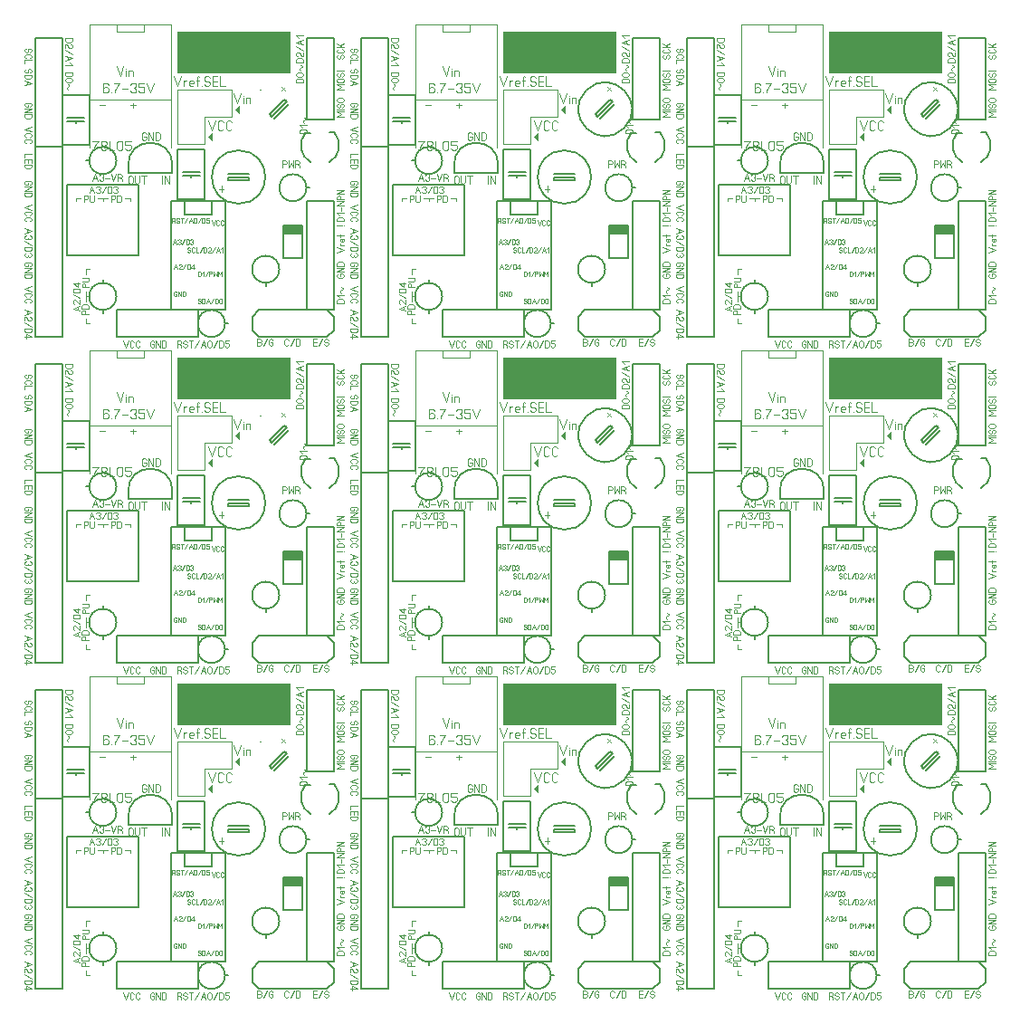
<source format=gbr>
%FSLAX34Y34*%
%MOMM*%
%LNCOPPER_BOTTOM*%
G71*
G01*
%ADD10C, 0.15*%
%ADD11C, 0.08*%
%ADD12C, 0.06*%
%ADD13C, 0.10*%
%ADD14C, 0.09*%
%ADD15C, 0.11*%
%ADD16C, 0.11*%
%ADD17C, 0.00*%
%LPD*%
G54D10*
X196850Y828675D02*
X146050Y828675D01*
X146050Y727075D01*
X196850Y727075D01*
X196850Y828675D01*
G54D10*
X184150Y828675D02*
X158750Y828675D01*
X158750Y815975D01*
X184150Y815975D01*
X184150Y828675D01*
G54D10*
X69850Y927975D02*
X44450Y927975D01*
X44450Y881775D01*
X69850Y881775D01*
X69850Y927975D01*
G54D10*
X65150Y906475D02*
X49150Y906475D01*
G54D10*
X65150Y903275D02*
X49150Y903275D01*
G54D10*
X57150Y906475D02*
X57150Y908075D01*
G54D10*
X57150Y903275D02*
X57150Y901675D01*
G54D10*
X115888Y777875D02*
X115888Y844550D01*
X49212Y844550D01*
X49212Y777875D01*
X115888Y777875D01*
G54D10*
X19050Y981075D02*
X44450Y981075D01*
X44450Y879475D01*
X19050Y879475D01*
X19050Y981075D01*
G54D10*
X273050Y828675D02*
X298450Y828675D01*
X298450Y727075D01*
X273050Y727075D01*
X273050Y828675D01*
G54D10*
X82550Y752475D02*
X82550Y755575D01*
G54D10*
G75*
G01X82550Y752475D02*
G03X82550Y752475I0J-12700D01*
G01*
G54D11*
X250826Y860426D02*
X250826Y866648D01*
X253159Y866648D01*
X254092Y866259D01*
X254559Y865481D01*
X254559Y864703D01*
X254092Y863926D01*
X253159Y863537D01*
X250826Y863537D01*
G54D11*
X256270Y866648D02*
X256270Y860426D01*
X258603Y864315D01*
X260936Y860426D01*
X260936Y866648D01*
G54D11*
X264514Y863537D02*
X265914Y862759D01*
X266381Y861981D01*
X266381Y860426D01*
G54D11*
X262648Y860426D02*
X262648Y866648D01*
X264981Y866648D01*
X265914Y866259D01*
X266381Y865481D01*
X266381Y864703D01*
X265914Y863926D01*
X264981Y863537D01*
X262648Y863537D01*
G54D11*
X73025Y847725D02*
X75358Y853947D01*
X77692Y847725D01*
G54D11*
X73958Y850058D02*
X76758Y850058D01*
G54D11*
X79403Y852781D02*
X79870Y853558D01*
X80803Y853947D01*
X81736Y853947D01*
X82670Y853558D01*
X83136Y852781D01*
X83136Y852003D01*
X82670Y851225D01*
X81736Y850836D01*
X82670Y850447D01*
X83136Y849669D01*
X83136Y848892D01*
X82670Y848114D01*
X81736Y847725D01*
X80803Y847725D01*
X79870Y848114D01*
X79403Y848892D01*
G54D11*
X84847Y850447D02*
X88580Y850447D01*
G54D11*
X90291Y853947D02*
X92624Y847725D01*
X94958Y853947D01*
G54D11*
X98536Y850836D02*
X99936Y850058D01*
X100402Y849281D01*
X100402Y847725D01*
G54D11*
X96669Y847725D02*
X96669Y853947D01*
X99002Y853947D01*
X99936Y853558D01*
X100402Y852781D01*
X100402Y852003D01*
X99936Y851225D01*
X99002Y850836D01*
X96669Y850836D01*
G54D12*
X149225Y765175D02*
X150892Y769619D01*
X152558Y765175D01*
G54D12*
X149892Y766842D02*
X151892Y766842D01*
G54D12*
X156447Y765175D02*
X153780Y765175D01*
X153780Y765453D01*
X154113Y766008D01*
X156113Y767675D01*
X156447Y768231D01*
X156447Y768786D01*
X156113Y769342D01*
X155447Y769619D01*
X154780Y769619D01*
X154113Y769342D01*
X153780Y768786D01*
G54D12*
X157669Y765175D02*
X160336Y769619D01*
G54D12*
X161558Y765175D02*
X161558Y769619D01*
X163225Y769619D01*
X163891Y769342D01*
X164225Y768786D01*
X164225Y766008D01*
X163891Y765453D01*
X163225Y765175D01*
X161558Y765175D01*
G54D12*
X167447Y765175D02*
X167447Y769619D01*
X165447Y766842D01*
X165447Y766286D01*
X168114Y766286D01*
G54D11*
X10692Y952500D02*
X9914Y952033D01*
X9525Y951100D01*
X9525Y950167D01*
X9914Y949233D01*
X10692Y948767D01*
X11469Y948767D01*
X12247Y949233D01*
X12636Y950167D01*
X12636Y951100D01*
X13025Y952033D01*
X13803Y952500D01*
X14581Y952500D01*
X15358Y952033D01*
X15747Y951100D01*
X15747Y950167D01*
X15358Y949233D01*
X14581Y948767D01*
G54D11*
X9525Y947056D02*
X15747Y947056D01*
X15747Y944723D01*
X15358Y943789D01*
X14581Y943323D01*
X10692Y943323D01*
X9914Y943789D01*
X9525Y944723D01*
X9525Y947056D01*
G54D11*
X9525Y941612D02*
X15747Y939279D01*
X9525Y936945D01*
G54D11*
X11858Y940679D02*
X11858Y937879D01*
G54D11*
X47625Y981075D02*
X53847Y981075D01*
X53847Y978742D01*
X53458Y977808D01*
X52681Y977342D01*
X48792Y977342D01*
X48014Y977808D01*
X47625Y978742D01*
X47625Y981075D01*
G54D11*
X47625Y971898D02*
X47625Y975631D01*
X48014Y975631D01*
X48792Y975164D01*
X51125Y972364D01*
X51903Y971898D01*
X52681Y971898D01*
X53458Y972364D01*
X53847Y973298D01*
X53847Y974231D01*
X53458Y975164D01*
X52681Y975631D01*
G54D11*
X47625Y970187D02*
X53847Y966454D01*
G54D11*
X47625Y964743D02*
X53847Y962410D01*
X47625Y960076D01*
G54D11*
X49958Y963810D02*
X49958Y961010D01*
G54D11*
X51514Y958365D02*
X53847Y956032D01*
X47625Y956032D01*
G54D11*
X12636Y918883D02*
X12636Y917017D01*
X10692Y917017D01*
X9914Y917483D01*
X9525Y918417D01*
X9525Y919350D01*
X9914Y920283D01*
X10692Y920750D01*
X14581Y920750D01*
X15358Y920283D01*
X15747Y919350D01*
X15747Y918417D01*
X15358Y917483D01*
X14581Y917017D01*
G54D11*
X9525Y915306D02*
X15747Y915306D01*
X9525Y911573D01*
X15747Y911573D01*
G54D11*
X9525Y909862D02*
X15747Y909862D01*
X15747Y907529D01*
X15358Y906595D01*
X14581Y906129D01*
X10692Y906129D01*
X9914Y906595D01*
X9525Y907529D01*
X9525Y909862D01*
G54D11*
X15747Y898525D02*
X9525Y896192D01*
X15747Y893858D01*
G54D11*
X10692Y888414D02*
X9914Y888880D01*
X9525Y889814D01*
X9525Y890747D01*
X9914Y891680D01*
X10692Y892147D01*
X14581Y892147D01*
X15358Y891680D01*
X15747Y890747D01*
X15747Y889814D01*
X15358Y888880D01*
X14581Y888414D01*
G54D11*
X10692Y882970D02*
X9914Y883436D01*
X9525Y884370D01*
X9525Y885303D01*
X9914Y886236D01*
X10692Y886703D01*
X14581Y886703D01*
X15358Y886236D01*
X15747Y885303D01*
X15747Y884370D01*
X15358Y883436D01*
X14581Y882970D01*
G54D11*
X15747Y873125D02*
X9525Y873125D01*
X9525Y869858D01*
G54D11*
X9525Y864880D02*
X9525Y868147D01*
X15747Y868147D01*
X15747Y864880D01*
G54D11*
X12636Y868147D02*
X12636Y864880D01*
G54D11*
X9525Y863169D02*
X15747Y863169D01*
X15747Y860836D01*
X15358Y859902D01*
X14581Y859436D01*
X10692Y859436D01*
X9914Y859902D01*
X9525Y860836D01*
X9525Y863169D01*
G54D11*
X12636Y845858D02*
X12636Y843992D01*
X10692Y843992D01*
X9914Y844458D01*
X9525Y845392D01*
X9525Y846325D01*
X9914Y847258D01*
X10692Y847725D01*
X14581Y847725D01*
X15358Y847258D01*
X15747Y846325D01*
X15747Y845392D01*
X15358Y844458D01*
X14581Y843992D01*
G54D11*
X9525Y842281D02*
X15747Y842281D01*
X9525Y838548D01*
X15747Y838548D01*
G54D11*
X9525Y836837D02*
X15747Y836837D01*
X15747Y834504D01*
X15358Y833570D01*
X14581Y833104D01*
X10692Y833104D01*
X9914Y833570D01*
X9525Y834504D01*
X9525Y836837D01*
G54D11*
X15747Y749300D02*
X9525Y746967D01*
X15747Y744633D01*
G54D11*
X10692Y739189D02*
X9914Y739655D01*
X9525Y740589D01*
X9525Y741522D01*
X9914Y742455D01*
X10692Y742922D01*
X14581Y742922D01*
X15358Y742455D01*
X15747Y741522D01*
X15747Y740589D01*
X15358Y739655D01*
X14581Y739189D01*
G54D11*
X10692Y733745D02*
X9914Y734211D01*
X9525Y735145D01*
X9525Y736078D01*
X9914Y737011D01*
X10692Y737478D01*
X14581Y737478D01*
X15358Y737011D01*
X15747Y736078D01*
X15747Y735145D01*
X15358Y734211D01*
X14581Y733745D01*
G54D11*
X12636Y769658D02*
X12636Y767792D01*
X10692Y767792D01*
X9914Y768258D01*
X9525Y769192D01*
X9525Y770125D01*
X9914Y771058D01*
X10692Y771525D01*
X14581Y771525D01*
X15358Y771058D01*
X15747Y770125D01*
X15747Y769192D01*
X15358Y768258D01*
X14581Y767792D01*
G54D11*
X9525Y766081D02*
X15747Y766081D01*
X9525Y762348D01*
X15747Y762348D01*
G54D11*
X9525Y760637D02*
X15747Y760637D01*
X15747Y758304D01*
X15358Y757370D01*
X14581Y756904D01*
X10692Y756904D01*
X9914Y757370D01*
X9525Y758304D01*
X9525Y760637D01*
G54D11*
X9525Y727075D02*
X15747Y724742D01*
X9525Y722408D01*
G54D11*
X11858Y726142D02*
X11858Y723342D01*
G54D11*
X9525Y716964D02*
X9525Y720697D01*
X9914Y720697D01*
X10692Y720230D01*
X13025Y717430D01*
X13803Y716964D01*
X14581Y716964D01*
X15358Y717430D01*
X15747Y718364D01*
X15747Y719297D01*
X15358Y720230D01*
X14581Y720697D01*
G54D11*
X9525Y715253D02*
X15747Y711520D01*
G54D11*
X9525Y709809D02*
X15747Y709809D01*
X15747Y707476D01*
X15358Y706542D01*
X14581Y706076D01*
X10692Y706076D01*
X9914Y706542D01*
X9525Y707476D01*
X9525Y709809D01*
G54D11*
X9525Y701565D02*
X15747Y701565D01*
X11858Y704365D01*
X11081Y704365D01*
X11081Y700632D01*
G54D11*
X307975Y733425D02*
X301753Y733425D01*
X301753Y735758D01*
X302142Y736692D01*
X302919Y737158D01*
X306808Y737158D01*
X307586Y736692D01*
X307975Y735758D01*
X307975Y733425D01*
G54D11*
X304086Y738869D02*
X301753Y741202D01*
X307975Y741202D01*
G54D11*
X305719Y743006D02*
X304942Y743566D01*
X304631Y744033D01*
X304631Y744686D01*
X304942Y745153D01*
X305797Y745620D01*
X306575Y746180D01*
X306886Y746646D01*
X306886Y747300D01*
X306575Y747766D01*
X305719Y748233D01*
G54D11*
X304864Y759104D02*
X304864Y760971D01*
X306808Y760971D01*
X307586Y760504D01*
X307975Y759571D01*
X307975Y758638D01*
X307586Y757704D01*
X306808Y757238D01*
X302919Y757238D01*
X302142Y757704D01*
X301753Y758638D01*
X301753Y759571D01*
X302142Y760504D01*
X302919Y760971D01*
G54D11*
X307975Y762682D02*
X301753Y762682D01*
X307975Y766415D01*
X301753Y766415D01*
G54D11*
X307975Y768126D02*
X301753Y768126D01*
X301753Y770459D01*
X302142Y771392D01*
X302919Y771859D01*
X306808Y771859D01*
X307586Y771392D01*
X307975Y770459D01*
X307975Y768126D01*
G54D11*
X301753Y781050D02*
X307975Y783383D01*
X301753Y785717D01*
G54D11*
X307975Y787428D02*
X304475Y787428D01*
G54D11*
X305253Y787428D02*
X304475Y788361D01*
X304475Y789295D01*
G54D11*
X307586Y793806D02*
X307975Y793059D01*
X307975Y792126D01*
X307586Y791193D01*
X306808Y791006D01*
X305486Y791006D01*
X304708Y791473D01*
X304475Y792406D01*
X304708Y793339D01*
X305253Y793806D01*
X306031Y793806D01*
X306031Y791006D01*
G54D11*
X307975Y796450D02*
X302142Y796450D01*
X301753Y796917D01*
X301986Y797384D01*
G54D11*
X304475Y795517D02*
X304475Y797384D01*
G54D11*
X301753Y806450D02*
X306419Y806450D01*
G54D11*
X307975Y806450D02*
X307975Y806450D01*
G54D11*
X307975Y809965D02*
X301753Y809965D01*
X301753Y812298D01*
X302142Y813232D01*
X302919Y813698D01*
X306808Y813698D01*
X307586Y813232D01*
X307975Y812298D01*
X307975Y809965D01*
G54D11*
X304086Y815409D02*
X301753Y817742D01*
X307975Y817742D01*
G54D11*
X305253Y819453D02*
X305253Y823186D01*
G54D11*
X307975Y824897D02*
X301753Y824897D01*
X307975Y828630D01*
X301753Y828630D01*
G54D11*
X307975Y830341D02*
X301753Y830341D01*
X301753Y832674D01*
X302142Y833608D01*
X302919Y834074D01*
X303697Y834074D01*
X304475Y833608D01*
X304864Y832674D01*
X304864Y830341D01*
G54D11*
X307975Y835785D02*
X301753Y835785D01*
X307975Y839518D01*
X301753Y839518D01*
G54D11*
X9525Y803275D02*
X15747Y800942D01*
X9525Y798608D01*
G54D11*
X11858Y802342D02*
X11858Y799542D01*
G54D11*
X14581Y796897D02*
X15358Y796430D01*
X15747Y795497D01*
X15747Y794564D01*
X15358Y793630D01*
X14581Y793164D01*
X13803Y793164D01*
X13025Y793630D01*
X12636Y794564D01*
X12247Y793630D01*
X11469Y793164D01*
X10692Y793164D01*
X9914Y793630D01*
X9525Y794564D01*
X9525Y795497D01*
X9914Y796430D01*
X10692Y796897D01*
G54D11*
X9525Y791453D02*
X15747Y787720D01*
G54D11*
X9525Y786009D02*
X15747Y786009D01*
X15747Y783676D01*
X15358Y782742D01*
X14581Y782276D01*
X10692Y782276D01*
X9914Y782742D01*
X9525Y783676D01*
X9525Y786009D01*
G54D11*
X14581Y780565D02*
X15358Y780098D01*
X15747Y779165D01*
X15747Y778232D01*
X15358Y777298D01*
X14581Y776832D01*
X13803Y776832D01*
X13025Y777298D01*
X12636Y778232D01*
X12247Y777298D01*
X11469Y776832D01*
X10692Y776832D01*
X9914Y777298D01*
X9525Y778232D01*
X9525Y779165D01*
X9914Y780098D01*
X10692Y780565D01*
G54D10*
X95250Y727075D02*
X171450Y727075D01*
X171450Y701675D01*
X95250Y701675D01*
X95250Y727075D01*
G54D11*
X154267Y695261D02*
X155667Y694483D01*
X156133Y693706D01*
X156133Y692150D01*
G54D11*
X152400Y692150D02*
X152400Y698372D01*
X154733Y698372D01*
X155667Y697983D01*
X156133Y697206D01*
X156133Y696428D01*
X155667Y695650D01*
X154733Y695261D01*
X152400Y695261D01*
G54D11*
X157844Y693317D02*
X158311Y692539D01*
X159244Y692150D01*
X160177Y692150D01*
X161111Y692539D01*
X161577Y693317D01*
X161577Y694094D01*
X161111Y694872D01*
X160177Y695261D01*
X159244Y695261D01*
X158311Y695650D01*
X157844Y696428D01*
X157844Y697206D01*
X158311Y697983D01*
X159244Y698372D01*
X160177Y698372D01*
X161111Y697983D01*
X161577Y697206D01*
G54D11*
X165155Y692150D02*
X165155Y698372D01*
G54D11*
X163288Y698372D02*
X167021Y698372D01*
G54D11*
X168732Y692150D02*
X172465Y698372D01*
G54D11*
X174176Y692150D02*
X176509Y698372D01*
X178843Y692150D01*
G54D11*
X175109Y694483D02*
X177909Y694483D01*
G54D11*
X184287Y697206D02*
X184287Y693317D01*
X183821Y692539D01*
X182887Y692150D01*
X181954Y692150D01*
X181021Y692539D01*
X180554Y693317D01*
X180554Y697206D01*
X181021Y697983D01*
X181954Y698372D01*
X182887Y698372D01*
X183821Y697983D01*
X184287Y697206D01*
G54D11*
X185998Y692150D02*
X189731Y698372D01*
G54D11*
X191442Y692150D02*
X191442Y698372D01*
X193775Y698372D01*
X194709Y697983D01*
X195175Y697206D01*
X195175Y693317D01*
X194709Y692539D01*
X193775Y692150D01*
X191442Y692150D01*
G54D11*
X200619Y698372D02*
X196886Y698372D01*
X196886Y695650D01*
X197353Y695650D01*
X198286Y696039D01*
X199219Y696039D01*
X200153Y695650D01*
X200619Y694872D01*
X200619Y693317D01*
X200153Y692539D01*
X199219Y692150D01*
X198286Y692150D01*
X197353Y692539D01*
X196886Y693317D01*
G54D11*
X128867Y695261D02*
X130733Y695261D01*
X130733Y693317D01*
X130267Y692539D01*
X129333Y692150D01*
X128400Y692150D01*
X127467Y692539D01*
X127000Y693317D01*
X127000Y697206D01*
X127467Y697983D01*
X128400Y698372D01*
X129333Y698372D01*
X130267Y697983D01*
X130733Y697206D01*
G54D11*
X132444Y692150D02*
X132444Y698372D01*
X136177Y692150D01*
X136177Y698372D01*
G54D11*
X137888Y692150D02*
X137888Y698372D01*
X140221Y698372D01*
X141155Y697983D01*
X141621Y697206D01*
X141621Y693317D01*
X141155Y692539D01*
X140221Y692150D01*
X137888Y692150D01*
G54D11*
X101600Y698372D02*
X103933Y692150D01*
X106267Y698372D01*
G54D11*
X111711Y693317D02*
X111245Y692539D01*
X110311Y692150D01*
X109378Y692150D01*
X108445Y692539D01*
X107978Y693317D01*
X107978Y697206D01*
X108445Y697983D01*
X109378Y698372D01*
X110311Y698372D01*
X111245Y697983D01*
X111711Y697206D01*
G54D11*
X117155Y693317D02*
X116689Y692539D01*
X115755Y692150D01*
X114822Y692150D01*
X113889Y692539D01*
X113422Y693317D01*
X113422Y697206D01*
X113889Y697983D01*
X114822Y698372D01*
X115755Y698372D01*
X116689Y697983D01*
X117155Y697206D01*
G54D10*
G75*
G01X294200Y865082D02*
G03X299127Y893019I-8450J15893D01*
G01*
G54D10*
G75*
G01X271961Y892545D02*
G03X277300Y865082I13789J-11570D01*
G01*
G54D10*
X299250Y892975D02*
X294450Y892975D01*
G54D10*
X272250Y892875D02*
X277050Y892875D01*
G54D10*
X273050Y841375D02*
X276150Y841375D01*
G54D10*
G75*
G01X273050Y841375D02*
G03X273050Y841375I-12700J0D01*
G01*
G54D11*
X227012Y693738D02*
X227012Y699960D01*
X229346Y699960D01*
X230279Y699571D01*
X230746Y698793D01*
X230746Y698015D01*
X230279Y697238D01*
X229346Y696849D01*
X230279Y696460D01*
X230746Y695682D01*
X230746Y694904D01*
X230279Y694126D01*
X229346Y693738D01*
X227012Y693738D01*
G54D11*
X227012Y696849D02*
X229346Y696849D01*
G54D11*
X232456Y693738D02*
X236190Y699960D01*
G54D11*
X239767Y696849D02*
X241634Y696849D01*
X241634Y694904D01*
X241167Y694126D01*
X240234Y693738D01*
X239300Y693738D01*
X238367Y694126D01*
X237900Y694904D01*
X237900Y698793D01*
X238367Y699571D01*
X239300Y699960D01*
X240234Y699960D01*
X241167Y699571D01*
X241634Y698793D01*
G54D11*
X282667Y693738D02*
X279400Y693738D01*
X279400Y699960D01*
X282667Y699960D01*
G54D11*
X279400Y696849D02*
X282667Y696849D01*
G54D11*
X284378Y693738D02*
X288111Y699960D01*
G54D11*
X289822Y694904D02*
X290289Y694126D01*
X291222Y693738D01*
X292155Y693738D01*
X293089Y694126D01*
X293555Y694904D01*
X293555Y695682D01*
X293089Y696460D01*
X292155Y696849D01*
X291222Y696849D01*
X290289Y697238D01*
X289822Y698015D01*
X289822Y698793D01*
X290289Y699571D01*
X291222Y699960D01*
X292155Y699960D01*
X293089Y699571D01*
X293555Y698793D01*
G54D11*
X256146Y694904D02*
X255679Y694126D01*
X254746Y693738D01*
X253812Y693738D01*
X252879Y694126D01*
X252412Y694904D01*
X252412Y698793D01*
X252879Y699571D01*
X253812Y699960D01*
X254746Y699960D01*
X255679Y699571D01*
X256146Y698793D01*
G54D11*
X257856Y693738D02*
X261590Y699960D01*
G54D11*
X263300Y693738D02*
X263300Y699960D01*
X265634Y699960D01*
X266567Y699571D01*
X267034Y698793D01*
X267034Y694904D01*
X266567Y694126D01*
X265634Y693738D01*
X263300Y693738D01*
G54D10*
X228600Y701675D02*
X292100Y701675D01*
X298450Y708025D01*
G54D10*
X228600Y701675D02*
X222250Y708025D01*
X222250Y720725D01*
G54D10*
X298450Y720725D02*
X298450Y708025D01*
G54D10*
X222250Y720725D02*
X228600Y727075D01*
G54D10*
X298450Y720725D02*
X292100Y727075D01*
X228600Y727075D01*
G54D12*
X161925Y781883D02*
X162258Y781328D01*
X162925Y781050D01*
X163592Y781050D01*
X164258Y781328D01*
X164592Y781883D01*
X164592Y782439D01*
X164258Y782994D01*
X163592Y783272D01*
X162925Y783272D01*
X162258Y783550D01*
X161925Y784106D01*
X161925Y784661D01*
X162258Y785217D01*
X162925Y785494D01*
X163592Y785494D01*
X164258Y785217D01*
X164592Y784661D01*
G54D12*
X168481Y781883D02*
X168147Y781328D01*
X167481Y781050D01*
X166814Y781050D01*
X166147Y781328D01*
X165814Y781883D01*
X165814Y784661D01*
X166147Y785217D01*
X166814Y785494D01*
X167481Y785494D01*
X168147Y785217D01*
X168481Y784661D01*
G54D12*
X169703Y785494D02*
X169703Y781050D01*
X172036Y781050D01*
G54D12*
X173258Y781050D02*
X175925Y785494D01*
G54D12*
X177147Y781050D02*
X177147Y785494D01*
X178814Y785494D01*
X179480Y785217D01*
X179814Y784661D01*
X179814Y781883D01*
X179480Y781328D01*
X178814Y781050D01*
X177147Y781050D01*
G54D12*
X183703Y781050D02*
X181036Y781050D01*
X181036Y781328D01*
X181369Y781883D01*
X183369Y783550D01*
X183703Y784106D01*
X183703Y784661D01*
X183369Y785217D01*
X182703Y785494D01*
X182036Y785494D01*
X181369Y785217D01*
X181036Y784661D01*
G54D12*
X184925Y781050D02*
X187592Y785494D01*
G54D12*
X188814Y781050D02*
X190481Y785494D01*
X192147Y781050D01*
G54D12*
X189481Y782717D02*
X191481Y782717D01*
G54D12*
X193369Y783828D02*
X195036Y785494D01*
X195036Y781050D01*
G54D12*
X171450Y734258D02*
X171783Y733703D01*
X172450Y733425D01*
X173117Y733425D01*
X173783Y733703D01*
X174117Y734258D01*
X174117Y734814D01*
X173783Y735369D01*
X173117Y735647D01*
X172450Y735647D01*
X171783Y735925D01*
X171450Y736481D01*
X171450Y737036D01*
X171783Y737592D01*
X172450Y737869D01*
X173117Y737869D01*
X173783Y737592D01*
X174117Y737036D01*
G54D12*
X175339Y733425D02*
X175339Y737869D01*
X177006Y737869D01*
X177672Y737592D01*
X178006Y737036D01*
X178006Y734258D01*
X177672Y733703D01*
X177006Y733425D01*
X175339Y733425D01*
G54D12*
X179228Y733425D02*
X180895Y737869D01*
X182561Y733425D01*
G54D12*
X179895Y735092D02*
X181895Y735092D01*
G54D12*
X183783Y733425D02*
X186450Y737869D01*
G54D12*
X187672Y733425D02*
X187672Y737869D01*
X189339Y737869D01*
X190005Y737592D01*
X190339Y737036D01*
X190339Y734258D01*
X190005Y733703D01*
X189339Y733425D01*
X187672Y733425D01*
G54D12*
X194228Y737036D02*
X194228Y734258D01*
X193894Y733703D01*
X193228Y733425D01*
X192561Y733425D01*
X191894Y733703D01*
X191561Y734258D01*
X191561Y737036D01*
X191894Y737592D01*
X192561Y737869D01*
X193228Y737869D01*
X193894Y737592D01*
X194228Y737036D01*
G54D12*
X171450Y758825D02*
X171450Y763269D01*
X173117Y763269D01*
X173783Y762992D01*
X174117Y762436D01*
X174117Y759658D01*
X173783Y759103D01*
X173117Y758825D01*
X171450Y758825D01*
G54D12*
X175339Y761603D02*
X177006Y763269D01*
X177006Y758825D01*
G54D12*
X178228Y758825D02*
X180895Y763269D01*
G54D12*
X182117Y758825D02*
X182117Y763269D01*
X183784Y763269D01*
X184450Y762992D01*
X184784Y762436D01*
X184784Y761881D01*
X184450Y761325D01*
X183784Y761047D01*
X182117Y761047D01*
G54D12*
X186006Y763269D02*
X186006Y758825D01*
X187673Y761603D01*
X189339Y758825D01*
X189339Y763269D01*
G54D12*
X190561Y758825D02*
X190561Y763269D01*
X192228Y760492D01*
X193894Y763269D01*
X193894Y758825D01*
G54D12*
X148874Y810605D02*
X149874Y810049D01*
X150208Y809494D01*
X150208Y808383D01*
G54D12*
X147541Y808383D02*
X147541Y812827D01*
X149208Y812827D01*
X149874Y812549D01*
X150208Y811994D01*
X150208Y811438D01*
X149874Y810883D01*
X149208Y810605D01*
X147541Y810605D01*
G54D12*
X151430Y809216D02*
X151763Y808660D01*
X152430Y808383D01*
X153097Y808383D01*
X153763Y808660D01*
X154097Y809216D01*
X154097Y809771D01*
X153763Y810327D01*
X153097Y810605D01*
X152430Y810605D01*
X151763Y810883D01*
X151430Y811438D01*
X151430Y811994D01*
X151763Y812549D01*
X152430Y812827D01*
X153097Y812827D01*
X153763Y812549D01*
X154097Y811994D01*
G54D12*
X156652Y808383D02*
X156652Y812827D01*
G54D12*
X155319Y812827D02*
X157986Y812827D01*
G54D12*
X159208Y808383D02*
X161875Y812827D01*
G54D12*
X163097Y808383D02*
X164764Y812827D01*
X166430Y808383D01*
G54D12*
X163764Y810049D02*
X165764Y810049D01*
G54D12*
X170319Y811994D02*
X170319Y809216D01*
X169985Y808660D01*
X169319Y808383D01*
X168652Y808383D01*
X167985Y808660D01*
X167652Y809216D01*
X167652Y811994D01*
X167985Y812549D01*
X168652Y812827D01*
X169319Y812827D01*
X169985Y812549D01*
X170319Y811994D01*
G54D12*
X171541Y808383D02*
X174208Y812827D01*
G54D12*
X175430Y808383D02*
X175430Y812827D01*
X177097Y812827D01*
X177763Y812549D01*
X178097Y811994D01*
X178097Y809216D01*
X177763Y808660D01*
X177097Y808383D01*
X175430Y808383D01*
G54D12*
X181986Y812827D02*
X179319Y812827D01*
X179319Y810883D01*
X179652Y810883D01*
X180319Y811160D01*
X180986Y811160D01*
X181652Y810883D01*
X181986Y810327D01*
X181986Y809216D01*
X181652Y808660D01*
X180986Y808383D01*
X180319Y808383D01*
X179652Y808660D01*
X179319Y809216D01*
G54D12*
X148154Y788690D02*
X149820Y793134D01*
X151487Y788690D01*
G54D12*
X148820Y790357D02*
X150820Y790357D01*
G54D12*
X152708Y792301D02*
X153042Y792857D01*
X153708Y793134D01*
X154375Y793134D01*
X155042Y792857D01*
X155375Y792301D01*
X155375Y791746D01*
X155042Y791190D01*
X154375Y790912D01*
X155042Y790634D01*
X155375Y790079D01*
X155375Y789523D01*
X155042Y788968D01*
X154375Y788690D01*
X153708Y788690D01*
X153042Y788968D01*
X152708Y789523D01*
G54D12*
X156598Y788690D02*
X159264Y793134D01*
G54D12*
X160486Y788690D02*
X160486Y793134D01*
X162153Y793134D01*
X162820Y792857D01*
X163153Y792301D01*
X163153Y789523D01*
X162820Y788968D01*
X162153Y788690D01*
X160486Y788690D01*
G54D12*
X164376Y792301D02*
X164709Y792857D01*
X165375Y793134D01*
X166042Y793134D01*
X166709Y792857D01*
X167042Y792301D01*
X167042Y791746D01*
X166709Y791190D01*
X166042Y790912D01*
X166709Y790634D01*
X167042Y790079D01*
X167042Y789523D01*
X166709Y788968D01*
X166042Y788690D01*
X165375Y788690D01*
X164709Y788968D01*
X164376Y789523D01*
G54D12*
X150558Y741997D02*
X151892Y741997D01*
X151892Y740608D01*
X151558Y740053D01*
X150892Y739775D01*
X150225Y739775D01*
X149558Y740053D01*
X149225Y740608D01*
X149225Y743386D01*
X149558Y743942D01*
X150225Y744219D01*
X150892Y744219D01*
X151558Y743942D01*
X151892Y743386D01*
G54D12*
X153114Y739775D02*
X153114Y744219D01*
X155781Y739775D01*
X155781Y744219D01*
G54D12*
X157003Y739775D02*
X157003Y744219D01*
X158670Y744219D01*
X159336Y743942D01*
X159670Y743386D01*
X159670Y740608D01*
X159336Y740053D01*
X158670Y739775D01*
X157003Y739775D01*
G54D12*
X184150Y810894D02*
X185817Y806450D01*
X187483Y810894D01*
G54D12*
X191372Y807283D02*
X191038Y806728D01*
X190372Y806450D01*
X189705Y806450D01*
X189038Y806728D01*
X188705Y807283D01*
X188705Y810061D01*
X189038Y810617D01*
X189705Y810894D01*
X190372Y810894D01*
X191038Y810617D01*
X191372Y810061D01*
G54D12*
X195261Y807283D02*
X194927Y806728D01*
X194261Y806450D01*
X193594Y806450D01*
X192927Y806728D01*
X192594Y807283D01*
X192594Y810061D01*
X192927Y810617D01*
X193594Y810894D01*
X194261Y810894D01*
X194927Y810617D01*
X195261Y810061D01*
G54D11*
X47625Y949325D02*
X53847Y949325D01*
X53847Y946992D01*
X53458Y946058D01*
X52681Y945592D01*
X48792Y945592D01*
X48014Y946058D01*
X47625Y946992D01*
X47625Y949325D01*
G54D11*
X52681Y940148D02*
X48792Y940148D01*
X48014Y940614D01*
X47625Y941548D01*
X47625Y942481D01*
X48014Y943414D01*
X48792Y943881D01*
X52681Y943881D01*
X53458Y943414D01*
X53847Y942481D01*
X53847Y941548D01*
X53458Y940614D01*
X52681Y940148D01*
G54D11*
X49881Y938344D02*
X50658Y937784D01*
X50969Y937317D01*
X50969Y936664D01*
X50658Y936197D01*
X49803Y935730D01*
X49025Y935170D01*
X48714Y934704D01*
X48714Y934050D01*
X49025Y933584D01*
X49881Y933117D01*
G54D10*
X196850Y714375D02*
X199950Y714375D01*
G54D10*
G75*
G01X196850Y714375D02*
G03X196850Y714375I-12700J0D01*
G01*
G54D10*
X82550Y727075D02*
X82550Y723975D01*
G54D10*
G75*
G01X82550Y727075D02*
G03X82550Y727075I0J12700D01*
G01*
G54D11*
X65088Y827881D02*
X65088Y834103D01*
X67421Y834103D01*
X68354Y833715D01*
X68821Y832937D01*
X68821Y832159D01*
X68354Y831381D01*
X67421Y830992D01*
X65088Y830992D01*
G54D11*
X70532Y834103D02*
X70532Y829048D01*
X70998Y828270D01*
X71932Y827881D01*
X72865Y827881D01*
X73798Y828270D01*
X74265Y829048D01*
X74265Y834103D01*
G54D11*
X90488Y827881D02*
X90488Y834103D01*
X92821Y834103D01*
X93754Y833715D01*
X94221Y832937D01*
X94221Y832159D01*
X93754Y831381D01*
X92821Y830992D01*
X90488Y830992D01*
G54D11*
X95932Y827881D02*
X95932Y834103D01*
X98265Y834103D01*
X99198Y833715D01*
X99665Y832937D01*
X99665Y829048D01*
X99198Y828270D01*
X98265Y827881D01*
X95932Y827881D01*
G54D11*
X69340Y748192D02*
X63118Y748192D01*
X63118Y750525D01*
X63507Y751458D01*
X64285Y751925D01*
X65063Y751925D01*
X65840Y751458D01*
X66229Y750525D01*
X66229Y748192D01*
G54D11*
X63118Y753636D02*
X68174Y753636D01*
X68951Y754102D01*
X69340Y755036D01*
X69340Y755969D01*
X68951Y756902D01*
X68174Y757369D01*
X63118Y757369D01*
G54D11*
X69152Y722942D02*
X62930Y722942D01*
X62930Y725275D01*
X63318Y726208D01*
X64096Y726675D01*
X64874Y726675D01*
X65652Y726208D01*
X66041Y725275D01*
X66041Y722942D01*
G54D11*
X69152Y728386D02*
X62930Y728386D01*
X62930Y730719D01*
X63318Y731652D01*
X64096Y732119D01*
X67985Y732119D01*
X68763Y731652D01*
X69152Y730719D01*
X69152Y728386D01*
G54D10*
X269050Y805775D02*
X251650Y805775D01*
X251650Y775375D01*
X269050Y775375D01*
X269050Y805775D01*
G36*
X268950Y805675D02*
X252250Y805675D01*
X252250Y798475D01*
X268950Y798475D01*
X268950Y805675D01*
G37*
G54D13*
X268950Y805675D02*
X252250Y805675D01*
X252250Y798475D01*
X268950Y798475D01*
X268950Y805675D01*
G54D13*
X57150Y828675D02*
X57150Y831850D01*
X61912Y831850D01*
G54D13*
X77788Y831850D02*
X82550Y831850D01*
X82550Y828675D01*
G54D13*
X82550Y831850D02*
X87312Y831850D01*
G54D13*
X103188Y831850D02*
X107950Y831850D01*
X107950Y828675D01*
G54D13*
X69850Y765175D02*
X66675Y765175D01*
X66675Y760412D01*
G54D13*
X66675Y744538D02*
X66675Y735012D01*
G54D13*
X69850Y739775D02*
X66675Y739775D01*
G54D13*
X69850Y714375D02*
X66675Y714375D01*
X66675Y719138D01*
G54D11*
X61151Y726178D02*
X54929Y728511D01*
X61151Y730845D01*
G54D11*
X58818Y727111D02*
X58818Y729911D01*
G54D11*
X61151Y736289D02*
X61151Y732556D01*
X60762Y732556D01*
X59984Y733023D01*
X57651Y735823D01*
X56873Y736289D01*
X56095Y736289D01*
X55318Y735823D01*
X54929Y734889D01*
X54929Y733956D01*
X55318Y733023D01*
X56095Y732556D01*
G54D11*
X61151Y738000D02*
X54929Y741733D01*
G54D11*
X61151Y743444D02*
X54929Y743444D01*
X54929Y745777D01*
X55318Y746711D01*
X56095Y747177D01*
X59984Y747177D01*
X60762Y746711D01*
X61151Y745777D01*
X61151Y743444D01*
G54D11*
X61151Y751688D02*
X54929Y751688D01*
X58818Y748888D01*
X59595Y748888D01*
X59595Y752621D01*
G54D10*
X273050Y981075D02*
X298450Y981075D01*
X298450Y904875D01*
X273050Y904875D01*
X273050Y981075D01*
G54D11*
X306808Y962025D02*
X307586Y962492D01*
X307975Y963425D01*
X307975Y964358D01*
X307586Y965292D01*
X306808Y965758D01*
X306031Y965758D01*
X305253Y965292D01*
X304864Y964358D01*
X304864Y963425D01*
X304475Y962492D01*
X303697Y962025D01*
X302919Y962025D01*
X302142Y962492D01*
X301753Y963425D01*
X301753Y964358D01*
X302142Y965292D01*
X302919Y965758D01*
G54D11*
X306808Y971202D02*
X307586Y970736D01*
X307975Y969802D01*
X307975Y968869D01*
X307586Y967936D01*
X306808Y967469D01*
X302919Y967469D01*
X302142Y967936D01*
X301753Y968869D01*
X301753Y969802D01*
X302142Y970736D01*
X302919Y971202D01*
G54D11*
X307975Y972913D02*
X301753Y972913D01*
G54D11*
X306031Y972913D02*
X301753Y976646D01*
G54D11*
X304864Y974313D02*
X307975Y976646D01*
G54D11*
X307975Y908050D02*
X301753Y908050D01*
X305642Y910383D01*
X301753Y912717D01*
X307975Y912717D01*
G54D11*
X307975Y914428D02*
X301753Y914428D01*
G54D11*
X306808Y916139D02*
X307586Y916606D01*
X307975Y917539D01*
X307975Y918472D01*
X307586Y919406D01*
X306808Y919872D01*
X306031Y919872D01*
X305253Y919406D01*
X304864Y918472D01*
X304864Y917539D01*
X304475Y916606D01*
X303697Y916139D01*
X302919Y916139D01*
X302142Y916606D01*
X301753Y917539D01*
X301753Y918472D01*
X302142Y919406D01*
X302919Y919872D01*
G54D11*
X302919Y925316D02*
X306808Y925316D01*
X307586Y924850D01*
X307975Y923916D01*
X307975Y922983D01*
X307586Y922050D01*
X306808Y921583D01*
X302919Y921583D01*
X302142Y922050D01*
X301753Y922983D01*
X301753Y923916D01*
X302142Y924850D01*
X302919Y925316D01*
G54D11*
X307975Y933450D02*
X301753Y933450D01*
X305642Y935783D01*
X301753Y938117D01*
X307975Y938117D01*
G54D11*
X302919Y943561D02*
X306808Y943561D01*
X307586Y943095D01*
X307975Y942161D01*
X307975Y941228D01*
X307586Y940295D01*
X306808Y939828D01*
X302919Y939828D01*
X302142Y940295D01*
X301753Y941228D01*
X301753Y942161D01*
X302142Y943095D01*
X302919Y943561D01*
G54D11*
X306808Y945272D02*
X307586Y945739D01*
X307975Y946672D01*
X307975Y947605D01*
X307586Y948539D01*
X306808Y949005D01*
X306031Y949005D01*
X305253Y948539D01*
X304864Y947605D01*
X304864Y946672D01*
X304475Y945739D01*
X303697Y945272D01*
X302919Y945272D01*
X302142Y945739D01*
X301753Y946672D01*
X301753Y947605D01*
X302142Y948539D01*
X302919Y949005D01*
G54D11*
X307975Y950716D02*
X301753Y950716D01*
G54D10*
X234950Y752475D02*
X234950Y749375D01*
G54D10*
G75*
G01X234950Y752475D02*
G03X234950Y752475I0J12700D01*
G01*
G54D11*
X269875Y958850D02*
X263653Y958850D01*
X263653Y961183D01*
X264042Y962117D01*
X264819Y962583D01*
X268708Y962583D01*
X269486Y962117D01*
X269875Y961183D01*
X269875Y958850D01*
G54D11*
X269875Y968027D02*
X269875Y964294D01*
X269486Y964294D01*
X268708Y964761D01*
X266375Y967561D01*
X265597Y968027D01*
X264819Y968027D01*
X264042Y967561D01*
X263653Y966627D01*
X263653Y965694D01*
X264042Y964761D01*
X264819Y964294D01*
G54D11*
X269875Y969738D02*
X263653Y973471D01*
G54D11*
X269875Y975182D02*
X263653Y977515D01*
X269875Y979849D01*
G54D11*
X267542Y976115D02*
X267542Y978915D01*
G54D11*
X265986Y981560D02*
X263653Y983893D01*
X269875Y983893D01*
G54D11*
X269875Y939800D02*
X263653Y939800D01*
X263653Y942133D01*
X264042Y943067D01*
X264819Y943533D01*
X268708Y943533D01*
X269486Y943067D01*
X269875Y942133D01*
X269875Y939800D01*
G54D11*
X264819Y948977D02*
X268708Y948977D01*
X269486Y948511D01*
X269875Y947577D01*
X269875Y946644D01*
X269486Y945711D01*
X268708Y945244D01*
X264819Y945244D01*
X264042Y945711D01*
X263653Y946644D01*
X263653Y947577D01*
X264042Y948511D01*
X264819Y948977D01*
G54D11*
X267619Y950781D02*
X266842Y951341D01*
X266531Y951808D01*
X266531Y952461D01*
X266842Y952928D01*
X267697Y953395D01*
X268475Y953955D01*
X268786Y954421D01*
X268786Y955075D01*
X268475Y955541D01*
X267619Y956008D01*
G54D11*
X273050Y892175D02*
X266828Y892175D01*
X266828Y894508D01*
X267217Y895442D01*
X267994Y895908D01*
X271883Y895908D01*
X272661Y895442D01*
X273050Y894508D01*
X273050Y892175D01*
G54D11*
X269161Y897619D02*
X266828Y899952D01*
X273050Y899952D01*
G54D11*
X270794Y901756D02*
X270017Y902316D01*
X269706Y902783D01*
X269706Y903436D01*
X270017Y903903D01*
X270872Y904370D01*
X271650Y904930D01*
X271961Y905396D01*
X271961Y906050D01*
X271650Y906516D01*
X270794Y906983D01*
G54D11*
X69850Y836612D02*
X72183Y842835D01*
X74517Y836612D01*
G54D11*
X70783Y838946D02*
X73583Y838946D01*
G54D11*
X76228Y841668D02*
X76695Y842446D01*
X77628Y842835D01*
X78561Y842835D01*
X79495Y842446D01*
X79961Y841668D01*
X79961Y840890D01*
X79495Y840112D01*
X78561Y839724D01*
X79495Y839335D01*
X79961Y838557D01*
X79961Y837779D01*
X79495Y837001D01*
X78561Y836612D01*
X77628Y836612D01*
X76695Y837001D01*
X76228Y837779D01*
G54D11*
X81672Y836612D02*
X85405Y842835D01*
G54D11*
X87116Y836612D02*
X87116Y842835D01*
X89449Y842835D01*
X90383Y842446D01*
X90849Y841668D01*
X90849Y837779D01*
X90383Y837001D01*
X89449Y836612D01*
X87116Y836612D01*
G54D11*
X92560Y841668D02*
X93027Y842446D01*
X93960Y842835D01*
X94893Y842835D01*
X95827Y842446D01*
X96293Y841668D01*
X96293Y840890D01*
X95827Y840112D01*
X94893Y839724D01*
X95827Y839335D01*
X96293Y838557D01*
X96293Y837779D01*
X95827Y837001D01*
X94893Y836612D01*
X93960Y836612D01*
X93027Y837001D01*
X92560Y837779D01*
G54D10*
X19050Y879475D02*
X44450Y879475D01*
X44450Y701675D01*
X19050Y701675D01*
X19050Y879475D01*
G54D11*
X10692Y971550D02*
X9914Y971083D01*
X9525Y970150D01*
X9525Y969217D01*
X9914Y968283D01*
X10692Y967817D01*
X11469Y967817D01*
X12247Y968283D01*
X12636Y969217D01*
X12636Y970150D01*
X13025Y971083D01*
X13803Y971550D01*
X14581Y971550D01*
X15358Y971083D01*
X15747Y970150D01*
X15747Y969217D01*
X15358Y968283D01*
X14581Y967817D01*
G54D11*
X10692Y962373D02*
X9914Y962839D01*
X9525Y963773D01*
X9525Y964706D01*
X9914Y965639D01*
X10692Y966106D01*
X14581Y966106D01*
X15358Y965639D01*
X15747Y964706D01*
X15747Y963773D01*
X15358Y962839D01*
X14581Y962373D01*
G54D11*
X15747Y960662D02*
X9525Y960662D01*
X9525Y957395D01*
G54D10*
X177800Y877175D02*
X152400Y877175D01*
X152400Y830975D01*
X177800Y830975D01*
X177800Y877175D01*
G54D10*
X173100Y855675D02*
X157100Y855675D01*
G54D10*
X173100Y852475D02*
X157100Y852475D01*
G54D10*
X165100Y855675D02*
X165100Y857275D01*
G54D10*
X165100Y852475D02*
X165100Y850875D01*
G54D13*
X69850Y878681D02*
X69850Y993775D01*
X146050Y993775D01*
X146050Y878681D01*
G54D13*
X69850Y923528D02*
X146050Y923528D01*
G54D13*
X95250Y993775D02*
X95250Y987425D01*
X120650Y987425D01*
X120650Y993775D01*
G54D10*
X106400Y862900D02*
X106400Y854900D01*
X147600Y854900D01*
X147600Y862900D01*
G54D10*
G75*
G01X147700Y862800D02*
G03X106300Y862800I-20700J0D01*
G01*
G54D14*
X110600Y851100D02*
X110600Y846600D01*
X110000Y845700D01*
X109000Y845300D01*
X107900Y845300D01*
X106800Y845700D01*
X106300Y846600D01*
X106300Y851100D01*
X106800Y852000D01*
X107900Y852400D01*
X109000Y852400D01*
X110000Y852000D01*
X110600Y851100D01*
G54D14*
X112600Y852400D02*
X112600Y846600D01*
X113100Y845700D01*
X114200Y845300D01*
X115300Y845300D01*
X116300Y845700D01*
X116900Y846600D01*
X116900Y852400D01*
G54D14*
X121000Y845300D02*
X121000Y852400D01*
G54D14*
X118900Y852400D02*
X123200Y852400D01*
G54D14*
X138200Y845300D02*
X138200Y852400D01*
G54D14*
X140200Y845300D02*
X140200Y852400D01*
X144500Y845300D01*
X144500Y852400D01*
G54D14*
X121200Y889400D02*
X123400Y889400D01*
X123400Y887100D01*
X122800Y886200D01*
X121800Y885800D01*
X120700Y885800D01*
X119600Y886200D01*
X119100Y887100D01*
X119100Y891600D01*
X119600Y892500D01*
X120700Y892900D01*
X121800Y892900D01*
X122800Y892500D01*
X123400Y891600D01*
G54D14*
X125400Y885800D02*
X125400Y892900D01*
X129700Y885800D01*
X129700Y892900D01*
G54D14*
X131700Y885800D02*
X131700Y892900D01*
X134400Y892900D01*
X135400Y892500D01*
X136000Y891600D01*
X136000Y887100D01*
X135400Y886200D01*
X134400Y885800D01*
X131700Y885800D01*
G54D15*
X193650Y843075D02*
X193650Y837775D01*
G54D15*
X195850Y840375D02*
X191450Y840375D01*
G54D10*
G75*
G01X209550Y826375D02*
G03X209550Y826375I0J25000D01*
G01*
G54D10*
X219550Y854375D02*
X199550Y854375D01*
G54D10*
X219550Y851375D02*
X199550Y851375D01*
X199550Y848375D01*
X219550Y848375D01*
X219550Y851375D01*
G54D16*
X87883Y937497D02*
X87217Y938608D01*
X85883Y939164D01*
X84550Y939164D01*
X83217Y938608D01*
X82550Y937497D01*
X82550Y934719D01*
X82550Y934164D01*
X84550Y935275D01*
X85883Y935275D01*
X87217Y934719D01*
X87883Y933608D01*
X87883Y931942D01*
X87217Y930831D01*
X85883Y930275D01*
X84550Y930275D01*
X83217Y930831D01*
X82550Y931942D01*
X82550Y934719D01*
G54D16*
X90327Y930275D02*
X90327Y930275D01*
G54D16*
X92771Y939164D02*
X98104Y939164D01*
X97438Y938053D01*
X96104Y936386D01*
X94771Y934164D01*
X94104Y932497D01*
X94104Y930275D01*
G54D16*
X100548Y934164D02*
X105881Y934164D01*
G54D16*
X108325Y937497D02*
X108992Y938608D01*
X110325Y939164D01*
X111658Y939164D01*
X112992Y938608D01*
X113658Y937497D01*
X113658Y936386D01*
X112992Y935275D01*
X111658Y934719D01*
X112992Y934164D01*
X113658Y933053D01*
X113658Y931942D01*
X112992Y930831D01*
X111658Y930275D01*
X110325Y930275D01*
X108992Y930831D01*
X108325Y931942D01*
G54D16*
X121435Y939164D02*
X116102Y939164D01*
X116102Y935275D01*
X116769Y935275D01*
X118102Y935831D01*
X119435Y935831D01*
X120769Y935275D01*
X121435Y934164D01*
X121435Y931942D01*
X120769Y930831D01*
X119435Y930275D01*
X118102Y930275D01*
X116769Y930831D01*
X116102Y931942D01*
G54D16*
X123879Y939164D02*
X127212Y930275D01*
X130546Y939164D01*
G54D16*
X79375Y918289D02*
X84708Y918289D01*
G54D16*
X107950Y918289D02*
X113283Y918289D01*
G54D16*
X110617Y920511D02*
X110617Y916067D01*
G54D13*
X200025Y933450D02*
X152400Y933450D01*
X152400Y882650D01*
X177800Y882650D01*
X177800Y908050D01*
X203200Y908050D01*
X203200Y933450D01*
X200025Y933450D01*
G54D16*
X149225Y945514D02*
X152558Y936625D01*
X155892Y945514D01*
G54D16*
X158336Y936625D02*
X158336Y941625D01*
G54D16*
X158336Y940514D02*
X159669Y941625D01*
X161003Y941625D01*
G54D16*
X167447Y937181D02*
X166380Y936625D01*
X165047Y936625D01*
X163714Y937181D01*
X163447Y938292D01*
X163447Y940181D01*
X164114Y941292D01*
X165447Y941625D01*
X166780Y941292D01*
X167447Y940514D01*
X167447Y939403D01*
X163447Y939403D01*
G54D16*
X171224Y936625D02*
X171224Y944958D01*
X171891Y945514D01*
X172558Y945181D01*
G54D16*
X169891Y941625D02*
X172558Y941625D01*
G54D16*
X175002Y936625D02*
X175002Y936625D01*
G54D16*
X177446Y938292D02*
X178113Y937181D01*
X179446Y936625D01*
X180779Y936625D01*
X182113Y937181D01*
X182779Y938292D01*
X182779Y939403D01*
X182113Y940514D01*
X180779Y941069D01*
X179446Y941069D01*
X178113Y941625D01*
X177446Y942736D01*
X177446Y943847D01*
X178113Y944958D01*
X179446Y945514D01*
X180779Y945514D01*
X182113Y944958D01*
X182779Y943847D01*
G54D16*
X189890Y936625D02*
X185223Y936625D01*
X185223Y945514D01*
X189890Y945514D01*
G54D16*
X185223Y941069D02*
X189890Y941069D01*
G54D16*
X192334Y945514D02*
X192334Y936625D01*
X197001Y936625D01*
G54D16*
X180975Y904239D02*
X184308Y895350D01*
X187642Y904239D01*
G54D16*
X195419Y897017D02*
X194753Y895906D01*
X193419Y895350D01*
X192086Y895350D01*
X190753Y895906D01*
X190086Y897017D01*
X190086Y902572D01*
X190753Y903683D01*
X192086Y904239D01*
X193419Y904239D01*
X194753Y903683D01*
X195419Y902572D01*
G54D16*
X203196Y897017D02*
X202530Y895906D01*
X201196Y895350D01*
X199863Y895350D01*
X198530Y895906D01*
X197863Y897017D01*
X197863Y902572D01*
X198530Y903683D01*
X199863Y904239D01*
X201196Y904239D01*
X202530Y903683D01*
X203196Y902572D01*
G54D16*
X204788Y929639D02*
X208121Y920750D01*
X211454Y929639D01*
G54D16*
X213898Y920750D02*
X213898Y925750D01*
G54D16*
X213898Y927417D02*
X213898Y927417D01*
G54D16*
X216342Y920750D02*
X216342Y925750D01*
G54D16*
X216342Y924639D02*
X217009Y925417D01*
X218342Y925750D01*
X219676Y925417D01*
X220342Y924639D01*
X220342Y920750D01*
G54D16*
X95250Y955039D02*
X98583Y946150D01*
X101917Y955039D01*
G54D16*
X104361Y946150D02*
X104361Y951150D01*
G54D16*
X104361Y952817D02*
X104361Y952817D01*
G54D16*
X106805Y946150D02*
X106805Y951150D01*
G54D16*
X106805Y950039D02*
X107472Y950817D01*
X108805Y951150D01*
X110138Y950817D01*
X110805Y950039D01*
X110805Y946150D01*
G54D15*
X253039Y931949D02*
X249292Y935696D01*
G54D15*
X249574Y932302D02*
X252686Y935414D01*
G54D10*
G75*
G01X229988Y932514D02*
G03X229988Y932514I17677J-17677D01*
G01*
G54D10*
X242716Y905644D02*
X256858Y919786D01*
G54D10*
X240594Y907766D02*
X254736Y921908D01*
X252615Y924029D01*
X238473Y909887D01*
X240594Y907766D01*
G54D16*
X73025Y885189D02*
X78358Y885189D01*
X77692Y884078D01*
X76358Y882411D01*
X75025Y880189D01*
X74358Y878522D01*
X74358Y876300D01*
G54D16*
X84135Y880744D02*
X82802Y880744D01*
X81469Y881300D01*
X80802Y882411D01*
X80802Y883522D01*
X81469Y884633D01*
X82802Y885189D01*
X84135Y885189D01*
X85469Y884633D01*
X86135Y883522D01*
X86135Y882411D01*
X85469Y881300D01*
X84135Y880744D01*
X85469Y880189D01*
X86135Y879078D01*
X86135Y877967D01*
X85469Y876856D01*
X84135Y876300D01*
X82802Y876300D01*
X81469Y876856D01*
X80802Y877967D01*
X80802Y879078D01*
X81469Y880189D01*
X82802Y880744D01*
G54D16*
X88579Y885189D02*
X88579Y876300D01*
X93246Y876300D01*
G54D16*
X101023Y883522D02*
X101023Y877967D01*
X100357Y876856D01*
X99023Y876300D01*
X97690Y876300D01*
X96357Y876856D01*
X95690Y877967D01*
X95690Y883522D01*
X96357Y884633D01*
X97690Y885189D01*
X99023Y885189D01*
X100357Y884633D01*
X101023Y883522D01*
G54D16*
X108800Y885189D02*
X103467Y885189D01*
X103467Y881300D01*
X104134Y881300D01*
X105467Y881856D01*
X106800Y881856D01*
X108134Y881300D01*
X108800Y880189D01*
X108800Y877967D01*
X108134Y876856D01*
X106800Y876300D01*
X105467Y876300D01*
X104134Y876856D01*
X103467Y877967D01*
G36*
X152400Y987430D02*
X257175Y987430D01*
X257175Y949330D01*
X152400Y949330D01*
X152400Y987430D01*
G37*
G54D13*
X152400Y987430D02*
X257175Y987430D01*
X257175Y949330D01*
X152400Y949330D01*
X152400Y987430D01*
G54D10*
X69850Y866775D02*
X66750Y866775D01*
G54D10*
G75*
G01X69850Y866775D02*
G03X69850Y866775I12700J0D01*
G01*
G54D11*
X15747Y825500D02*
X9525Y823167D01*
X15747Y820833D01*
G54D11*
X10692Y815389D02*
X9914Y815855D01*
X9525Y816789D01*
X9525Y817722D01*
X9914Y818655D01*
X10692Y819122D01*
X14581Y819122D01*
X15358Y818655D01*
X15747Y817722D01*
X15747Y816789D01*
X15358Y815855D01*
X14581Y815389D01*
G54D11*
X10692Y809945D02*
X9914Y810411D01*
X9525Y811345D01*
X9525Y812278D01*
X9914Y813211D01*
X10692Y813678D01*
X14581Y813678D01*
X15358Y813211D01*
X15747Y812278D01*
X15747Y811345D01*
X15358Y810411D01*
X14581Y809945D01*
G36*
X209550Y917575D02*
X209550Y911225D01*
X206375Y914400D01*
X209550Y917575D01*
G37*
G54D17*
X209550Y917575D02*
X209550Y911225D01*
X206375Y914400D01*
X209550Y917575D01*
G36*
X184150Y892175D02*
X184150Y885825D01*
X180975Y889000D01*
X184150Y892175D01*
G37*
G54D17*
X184150Y892175D02*
X184150Y885825D01*
X180975Y889000D01*
X184150Y892175D01*
G54D10*
X501650Y828675D02*
X450850Y828675D01*
X450850Y727075D01*
X501650Y727075D01*
X501650Y828675D01*
G54D10*
X488950Y828675D02*
X463550Y828675D01*
X463550Y815975D01*
X488950Y815975D01*
X488950Y828675D01*
G54D10*
X374650Y927975D02*
X349250Y927975D01*
X349250Y881775D01*
X374650Y881775D01*
X374650Y927975D01*
G54D10*
X369950Y906475D02*
X353950Y906475D01*
G54D10*
X369950Y903275D02*
X353950Y903275D01*
G54D10*
X361950Y906475D02*
X361950Y908075D01*
G54D10*
X361950Y903275D02*
X361950Y901675D01*
G54D10*
X420688Y777875D02*
X420688Y844550D01*
X354012Y844550D01*
X354012Y777875D01*
X420688Y777875D01*
G54D10*
X323850Y981075D02*
X349250Y981075D01*
X349250Y879475D01*
X323850Y879475D01*
X323850Y981075D01*
G54D10*
X577850Y828675D02*
X603250Y828675D01*
X603250Y727075D01*
X577850Y727075D01*
X577850Y828675D01*
G54D10*
X387350Y752475D02*
X387350Y755575D01*
G54D10*
G75*
G01X387350Y752475D02*
G03X387350Y752475I0J-12700D01*
G01*
G54D11*
X555626Y860426D02*
X555626Y866648D01*
X557959Y866648D01*
X558892Y866259D01*
X559359Y865481D01*
X559359Y864703D01*
X558892Y863926D01*
X557959Y863537D01*
X555626Y863537D01*
G54D11*
X561070Y866648D02*
X561070Y860426D01*
X563403Y864315D01*
X565736Y860426D01*
X565736Y866648D01*
G54D11*
X569314Y863537D02*
X570714Y862759D01*
X571181Y861981D01*
X571181Y860426D01*
G54D11*
X567448Y860426D02*
X567448Y866648D01*
X569781Y866648D01*
X570714Y866259D01*
X571181Y865481D01*
X571181Y864703D01*
X570714Y863926D01*
X569781Y863537D01*
X567448Y863537D01*
G54D11*
X377825Y847725D02*
X380158Y853947D01*
X382492Y847725D01*
G54D11*
X378758Y850058D02*
X381558Y850058D01*
G54D11*
X384203Y852781D02*
X384670Y853558D01*
X385603Y853947D01*
X386536Y853947D01*
X387470Y853558D01*
X387936Y852781D01*
X387936Y852003D01*
X387470Y851225D01*
X386536Y850836D01*
X387470Y850447D01*
X387936Y849669D01*
X387936Y848892D01*
X387470Y848114D01*
X386536Y847725D01*
X385603Y847725D01*
X384670Y848114D01*
X384203Y848892D01*
G54D11*
X389647Y850447D02*
X393380Y850447D01*
G54D11*
X395091Y853947D02*
X397424Y847725D01*
X399758Y853947D01*
G54D11*
X403336Y850836D02*
X404736Y850058D01*
X405202Y849281D01*
X405202Y847725D01*
G54D11*
X401469Y847725D02*
X401469Y853947D01*
X403802Y853947D01*
X404736Y853558D01*
X405202Y852781D01*
X405202Y852003D01*
X404736Y851225D01*
X403802Y850836D01*
X401469Y850836D01*
G54D12*
X454025Y765175D02*
X455692Y769619D01*
X457358Y765175D01*
G54D12*
X454692Y766842D02*
X456692Y766842D01*
G54D12*
X461247Y765175D02*
X458580Y765175D01*
X458580Y765453D01*
X458913Y766008D01*
X460913Y767675D01*
X461247Y768231D01*
X461247Y768786D01*
X460913Y769342D01*
X460247Y769619D01*
X459580Y769619D01*
X458913Y769342D01*
X458580Y768786D01*
G54D12*
X462469Y765175D02*
X465136Y769619D01*
G54D12*
X466358Y765175D02*
X466358Y769619D01*
X468025Y769619D01*
X468691Y769342D01*
X469025Y768786D01*
X469025Y766008D01*
X468691Y765453D01*
X468025Y765175D01*
X466358Y765175D01*
G54D12*
X472247Y765175D02*
X472247Y769619D01*
X470247Y766842D01*
X470247Y766286D01*
X472914Y766286D01*
G54D11*
X315492Y952500D02*
X314714Y952033D01*
X314325Y951100D01*
X314325Y950167D01*
X314714Y949233D01*
X315492Y948767D01*
X316269Y948767D01*
X317047Y949233D01*
X317436Y950167D01*
X317436Y951100D01*
X317825Y952033D01*
X318603Y952500D01*
X319381Y952500D01*
X320158Y952033D01*
X320547Y951100D01*
X320547Y950167D01*
X320158Y949233D01*
X319381Y948767D01*
G54D11*
X314325Y947056D02*
X320547Y947056D01*
X320547Y944723D01*
X320158Y943789D01*
X319381Y943323D01*
X315492Y943323D01*
X314714Y943789D01*
X314325Y944723D01*
X314325Y947056D01*
G54D11*
X314325Y941612D02*
X320547Y939279D01*
X314325Y936945D01*
G54D11*
X316658Y940679D02*
X316658Y937879D01*
G54D11*
X352425Y981075D02*
X358647Y981075D01*
X358647Y978742D01*
X358258Y977808D01*
X357481Y977342D01*
X353592Y977342D01*
X352814Y977808D01*
X352425Y978742D01*
X352425Y981075D01*
G54D11*
X352425Y971898D02*
X352425Y975631D01*
X352814Y975631D01*
X353592Y975164D01*
X355925Y972364D01*
X356703Y971898D01*
X357481Y971898D01*
X358258Y972364D01*
X358647Y973298D01*
X358647Y974231D01*
X358258Y975164D01*
X357481Y975631D01*
G54D11*
X352425Y970187D02*
X358647Y966454D01*
G54D11*
X352425Y964743D02*
X358647Y962410D01*
X352425Y960076D01*
G54D11*
X354758Y963810D02*
X354758Y961010D01*
G54D11*
X356314Y958365D02*
X358647Y956032D01*
X352425Y956032D01*
G54D11*
X317436Y918883D02*
X317436Y917017D01*
X315492Y917017D01*
X314714Y917483D01*
X314325Y918417D01*
X314325Y919350D01*
X314714Y920283D01*
X315492Y920750D01*
X319381Y920750D01*
X320158Y920283D01*
X320547Y919350D01*
X320547Y918417D01*
X320158Y917483D01*
X319381Y917017D01*
G54D11*
X314325Y915306D02*
X320547Y915306D01*
X314325Y911573D01*
X320547Y911573D01*
G54D11*
X314325Y909862D02*
X320547Y909862D01*
X320547Y907529D01*
X320158Y906595D01*
X319381Y906129D01*
X315492Y906129D01*
X314714Y906595D01*
X314325Y907529D01*
X314325Y909862D01*
G54D11*
X320547Y898525D02*
X314325Y896192D01*
X320547Y893858D01*
G54D11*
X315492Y888414D02*
X314714Y888880D01*
X314325Y889814D01*
X314325Y890747D01*
X314714Y891680D01*
X315492Y892147D01*
X319381Y892147D01*
X320158Y891680D01*
X320547Y890747D01*
X320547Y889814D01*
X320158Y888880D01*
X319381Y888414D01*
G54D11*
X315492Y882970D02*
X314714Y883436D01*
X314325Y884370D01*
X314325Y885303D01*
X314714Y886236D01*
X315492Y886703D01*
X319381Y886703D01*
X320158Y886236D01*
X320547Y885303D01*
X320547Y884370D01*
X320158Y883436D01*
X319381Y882970D01*
G54D11*
X320547Y873125D02*
X314325Y873125D01*
X314325Y869858D01*
G54D11*
X314325Y864880D02*
X314325Y868147D01*
X320547Y868147D01*
X320547Y864880D01*
G54D11*
X317436Y868147D02*
X317436Y864880D01*
G54D11*
X314325Y863169D02*
X320547Y863169D01*
X320547Y860836D01*
X320158Y859902D01*
X319381Y859436D01*
X315492Y859436D01*
X314714Y859902D01*
X314325Y860836D01*
X314325Y863169D01*
G54D11*
X317436Y845858D02*
X317436Y843992D01*
X315492Y843992D01*
X314714Y844458D01*
X314325Y845392D01*
X314325Y846325D01*
X314714Y847258D01*
X315492Y847725D01*
X319381Y847725D01*
X320158Y847258D01*
X320547Y846325D01*
X320547Y845392D01*
X320158Y844458D01*
X319381Y843992D01*
G54D11*
X314325Y842281D02*
X320547Y842281D01*
X314325Y838548D01*
X320547Y838548D01*
G54D11*
X314325Y836837D02*
X320547Y836837D01*
X320547Y834504D01*
X320158Y833570D01*
X319381Y833104D01*
X315492Y833104D01*
X314714Y833570D01*
X314325Y834504D01*
X314325Y836837D01*
G54D11*
X320547Y749300D02*
X314325Y746967D01*
X320547Y744633D01*
G54D11*
X315492Y739189D02*
X314714Y739655D01*
X314325Y740589D01*
X314325Y741522D01*
X314714Y742455D01*
X315492Y742922D01*
X319381Y742922D01*
X320158Y742455D01*
X320547Y741522D01*
X320547Y740589D01*
X320158Y739655D01*
X319381Y739189D01*
G54D11*
X315492Y733745D02*
X314714Y734211D01*
X314325Y735145D01*
X314325Y736078D01*
X314714Y737011D01*
X315492Y737478D01*
X319381Y737478D01*
X320158Y737011D01*
X320547Y736078D01*
X320547Y735145D01*
X320158Y734211D01*
X319381Y733745D01*
G54D11*
X317436Y769658D02*
X317436Y767792D01*
X315492Y767792D01*
X314714Y768258D01*
X314325Y769192D01*
X314325Y770125D01*
X314714Y771058D01*
X315492Y771525D01*
X319381Y771525D01*
X320158Y771058D01*
X320547Y770125D01*
X320547Y769192D01*
X320158Y768258D01*
X319381Y767792D01*
G54D11*
X314325Y766081D02*
X320547Y766081D01*
X314325Y762348D01*
X320547Y762348D01*
G54D11*
X314325Y760637D02*
X320547Y760637D01*
X320547Y758304D01*
X320158Y757370D01*
X319381Y756904D01*
X315492Y756904D01*
X314714Y757370D01*
X314325Y758304D01*
X314325Y760637D01*
G54D11*
X314325Y727075D02*
X320547Y724742D01*
X314325Y722408D01*
G54D11*
X316658Y726142D02*
X316658Y723342D01*
G54D11*
X314325Y716964D02*
X314325Y720697D01*
X314714Y720697D01*
X315492Y720230D01*
X317825Y717430D01*
X318603Y716964D01*
X319381Y716964D01*
X320158Y717430D01*
X320547Y718364D01*
X320547Y719297D01*
X320158Y720230D01*
X319381Y720697D01*
G54D11*
X314325Y715253D02*
X320547Y711520D01*
G54D11*
X314325Y709809D02*
X320547Y709809D01*
X320547Y707476D01*
X320158Y706542D01*
X319381Y706076D01*
X315492Y706076D01*
X314714Y706542D01*
X314325Y707476D01*
X314325Y709809D01*
G54D11*
X314325Y701565D02*
X320547Y701565D01*
X316658Y704365D01*
X315881Y704365D01*
X315881Y700632D01*
G54D11*
X612775Y733425D02*
X606553Y733425D01*
X606553Y735758D01*
X606942Y736692D01*
X607719Y737158D01*
X611608Y737158D01*
X612386Y736692D01*
X612775Y735758D01*
X612775Y733425D01*
G54D11*
X608886Y738869D02*
X606553Y741202D01*
X612775Y741202D01*
G54D11*
X610519Y743006D02*
X609742Y743566D01*
X609431Y744033D01*
X609431Y744686D01*
X609742Y745153D01*
X610597Y745620D01*
X611375Y746180D01*
X611686Y746646D01*
X611686Y747300D01*
X611375Y747766D01*
X610519Y748233D01*
G54D11*
X609664Y759104D02*
X609664Y760971D01*
X611608Y760971D01*
X612386Y760504D01*
X612775Y759571D01*
X612775Y758638D01*
X612386Y757704D01*
X611608Y757238D01*
X607719Y757238D01*
X606942Y757704D01*
X606553Y758638D01*
X606553Y759571D01*
X606942Y760504D01*
X607719Y760971D01*
G54D11*
X612775Y762682D02*
X606553Y762682D01*
X612775Y766415D01*
X606553Y766415D01*
G54D11*
X612775Y768126D02*
X606553Y768126D01*
X606553Y770459D01*
X606942Y771392D01*
X607719Y771859D01*
X611608Y771859D01*
X612386Y771392D01*
X612775Y770459D01*
X612775Y768126D01*
G54D11*
X606553Y781050D02*
X612775Y783383D01*
X606553Y785717D01*
G54D11*
X612775Y787428D02*
X609275Y787428D01*
G54D11*
X610053Y787428D02*
X609275Y788361D01*
X609275Y789295D01*
G54D11*
X612386Y793806D02*
X612775Y793059D01*
X612775Y792126D01*
X612386Y791193D01*
X611608Y791006D01*
X610286Y791006D01*
X609508Y791473D01*
X609275Y792406D01*
X609508Y793339D01*
X610053Y793806D01*
X610831Y793806D01*
X610831Y791006D01*
G54D11*
X612775Y796450D02*
X606942Y796450D01*
X606553Y796917D01*
X606786Y797384D01*
G54D11*
X609275Y795517D02*
X609275Y797384D01*
G54D11*
X606553Y806450D02*
X611219Y806450D01*
G54D11*
X612775Y806450D02*
X612775Y806450D01*
G54D11*
X612775Y809965D02*
X606553Y809965D01*
X606553Y812298D01*
X606942Y813232D01*
X607719Y813698D01*
X611608Y813698D01*
X612386Y813232D01*
X612775Y812298D01*
X612775Y809965D01*
G54D11*
X608886Y815409D02*
X606553Y817742D01*
X612775Y817742D01*
G54D11*
X610053Y819453D02*
X610053Y823186D01*
G54D11*
X612775Y824897D02*
X606553Y824897D01*
X612775Y828630D01*
X606553Y828630D01*
G54D11*
X612775Y830341D02*
X606553Y830341D01*
X606553Y832674D01*
X606942Y833608D01*
X607719Y834074D01*
X608497Y834074D01*
X609275Y833608D01*
X609664Y832674D01*
X609664Y830341D01*
G54D11*
X612775Y835785D02*
X606553Y835785D01*
X612775Y839518D01*
X606553Y839518D01*
G54D11*
X314325Y803275D02*
X320547Y800942D01*
X314325Y798608D01*
G54D11*
X316658Y802342D02*
X316658Y799542D01*
G54D11*
X319381Y796897D02*
X320158Y796430D01*
X320547Y795497D01*
X320547Y794564D01*
X320158Y793630D01*
X319381Y793164D01*
X318603Y793164D01*
X317825Y793630D01*
X317436Y794564D01*
X317047Y793630D01*
X316269Y793164D01*
X315492Y793164D01*
X314714Y793630D01*
X314325Y794564D01*
X314325Y795497D01*
X314714Y796430D01*
X315492Y796897D01*
G54D11*
X314325Y791453D02*
X320547Y787720D01*
G54D11*
X314325Y786009D02*
X320547Y786009D01*
X320547Y783676D01*
X320158Y782742D01*
X319381Y782276D01*
X315492Y782276D01*
X314714Y782742D01*
X314325Y783676D01*
X314325Y786009D01*
G54D11*
X319381Y780565D02*
X320158Y780098D01*
X320547Y779165D01*
X320547Y778232D01*
X320158Y777298D01*
X319381Y776832D01*
X318603Y776832D01*
X317825Y777298D01*
X317436Y778232D01*
X317047Y777298D01*
X316269Y776832D01*
X315492Y776832D01*
X314714Y777298D01*
X314325Y778232D01*
X314325Y779165D01*
X314714Y780098D01*
X315492Y780565D01*
G54D10*
X400050Y727075D02*
X476250Y727075D01*
X476250Y701675D01*
X400050Y701675D01*
X400050Y727075D01*
G54D11*
X459067Y695261D02*
X460467Y694483D01*
X460933Y693706D01*
X460933Y692150D01*
G54D11*
X457200Y692150D02*
X457200Y698372D01*
X459533Y698372D01*
X460467Y697983D01*
X460933Y697206D01*
X460933Y696428D01*
X460467Y695650D01*
X459533Y695261D01*
X457200Y695261D01*
G54D11*
X462644Y693317D02*
X463111Y692539D01*
X464044Y692150D01*
X464977Y692150D01*
X465911Y692539D01*
X466377Y693317D01*
X466377Y694094D01*
X465911Y694872D01*
X464977Y695261D01*
X464044Y695261D01*
X463111Y695650D01*
X462644Y696428D01*
X462644Y697206D01*
X463111Y697983D01*
X464044Y698372D01*
X464977Y698372D01*
X465911Y697983D01*
X466377Y697206D01*
G54D11*
X469955Y692150D02*
X469955Y698372D01*
G54D11*
X468088Y698372D02*
X471821Y698372D01*
G54D11*
X473532Y692150D02*
X477265Y698372D01*
G54D11*
X478976Y692150D02*
X481309Y698372D01*
X483643Y692150D01*
G54D11*
X479909Y694483D02*
X482709Y694483D01*
G54D11*
X489087Y697206D02*
X489087Y693317D01*
X488621Y692539D01*
X487687Y692150D01*
X486754Y692150D01*
X485821Y692539D01*
X485354Y693317D01*
X485354Y697206D01*
X485821Y697983D01*
X486754Y698372D01*
X487687Y698372D01*
X488621Y697983D01*
X489087Y697206D01*
G54D11*
X490798Y692150D02*
X494531Y698372D01*
G54D11*
X496242Y692150D02*
X496242Y698372D01*
X498575Y698372D01*
X499509Y697983D01*
X499975Y697206D01*
X499975Y693317D01*
X499509Y692539D01*
X498575Y692150D01*
X496242Y692150D01*
G54D11*
X505419Y698372D02*
X501686Y698372D01*
X501686Y695650D01*
X502153Y695650D01*
X503086Y696039D01*
X504019Y696039D01*
X504953Y695650D01*
X505419Y694872D01*
X505419Y693317D01*
X504953Y692539D01*
X504019Y692150D01*
X503086Y692150D01*
X502153Y692539D01*
X501686Y693317D01*
G54D11*
X433667Y695261D02*
X435533Y695261D01*
X435533Y693317D01*
X435067Y692539D01*
X434133Y692150D01*
X433200Y692150D01*
X432267Y692539D01*
X431800Y693317D01*
X431800Y697206D01*
X432267Y697983D01*
X433200Y698372D01*
X434133Y698372D01*
X435067Y697983D01*
X435533Y697206D01*
G54D11*
X437244Y692150D02*
X437244Y698372D01*
X440977Y692150D01*
X440977Y698372D01*
G54D11*
X442688Y692150D02*
X442688Y698372D01*
X445021Y698372D01*
X445955Y697983D01*
X446421Y697206D01*
X446421Y693317D01*
X445955Y692539D01*
X445021Y692150D01*
X442688Y692150D01*
G54D11*
X406400Y698372D02*
X408733Y692150D01*
X411067Y698372D01*
G54D11*
X416511Y693317D02*
X416045Y692539D01*
X415111Y692150D01*
X414178Y692150D01*
X413245Y692539D01*
X412778Y693317D01*
X412778Y697206D01*
X413245Y697983D01*
X414178Y698372D01*
X415111Y698372D01*
X416045Y697983D01*
X416511Y697206D01*
G54D11*
X421955Y693317D02*
X421489Y692539D01*
X420555Y692150D01*
X419622Y692150D01*
X418689Y692539D01*
X418222Y693317D01*
X418222Y697206D01*
X418689Y697983D01*
X419622Y698372D01*
X420555Y698372D01*
X421489Y697983D01*
X421955Y697206D01*
G54D10*
G75*
G01X599000Y865082D02*
G03X603927Y893019I-8450J15893D01*
G01*
G54D10*
G75*
G01X576761Y892545D02*
G03X582100Y865082I13789J-11570D01*
G01*
G54D10*
X604050Y892975D02*
X599250Y892975D01*
G54D10*
X577050Y892875D02*
X581850Y892875D01*
G54D10*
X577850Y841375D02*
X580950Y841375D01*
G54D10*
G75*
G01X577850Y841375D02*
G03X577850Y841375I-12700J0D01*
G01*
G54D11*
X531812Y693738D02*
X531812Y699960D01*
X534146Y699960D01*
X535079Y699571D01*
X535546Y698793D01*
X535546Y698015D01*
X535079Y697238D01*
X534146Y696849D01*
X535079Y696460D01*
X535546Y695682D01*
X535546Y694904D01*
X535079Y694126D01*
X534146Y693738D01*
X531812Y693738D01*
G54D11*
X531812Y696849D02*
X534146Y696849D01*
G54D11*
X537256Y693738D02*
X540990Y699960D01*
G54D11*
X544567Y696849D02*
X546434Y696849D01*
X546434Y694904D01*
X545967Y694126D01*
X545034Y693738D01*
X544100Y693738D01*
X543167Y694126D01*
X542700Y694904D01*
X542700Y698793D01*
X543167Y699571D01*
X544100Y699960D01*
X545034Y699960D01*
X545967Y699571D01*
X546434Y698793D01*
G54D11*
X587467Y693738D02*
X584200Y693738D01*
X584200Y699960D01*
X587467Y699960D01*
G54D11*
X584200Y696849D02*
X587467Y696849D01*
G54D11*
X589178Y693738D02*
X592911Y699960D01*
G54D11*
X594622Y694904D02*
X595089Y694126D01*
X596022Y693738D01*
X596955Y693738D01*
X597889Y694126D01*
X598355Y694904D01*
X598355Y695682D01*
X597889Y696460D01*
X596955Y696849D01*
X596022Y696849D01*
X595089Y697238D01*
X594622Y698015D01*
X594622Y698793D01*
X595089Y699571D01*
X596022Y699960D01*
X596955Y699960D01*
X597889Y699571D01*
X598355Y698793D01*
G54D11*
X560946Y694904D02*
X560479Y694126D01*
X559546Y693738D01*
X558612Y693738D01*
X557679Y694126D01*
X557212Y694904D01*
X557212Y698793D01*
X557679Y699571D01*
X558612Y699960D01*
X559546Y699960D01*
X560479Y699571D01*
X560946Y698793D01*
G54D11*
X562656Y693738D02*
X566390Y699960D01*
G54D11*
X568100Y693738D02*
X568100Y699960D01*
X570434Y699960D01*
X571367Y699571D01*
X571834Y698793D01*
X571834Y694904D01*
X571367Y694126D01*
X570434Y693738D01*
X568100Y693738D01*
G54D10*
X533400Y701675D02*
X596900Y701675D01*
X603250Y708025D01*
G54D10*
X533400Y701675D02*
X527050Y708025D01*
X527050Y720725D01*
G54D10*
X603250Y720725D02*
X603250Y708025D01*
G54D10*
X527050Y720725D02*
X533400Y727075D01*
G54D10*
X603250Y720725D02*
X596900Y727075D01*
X533400Y727075D01*
G54D12*
X466725Y781883D02*
X467058Y781328D01*
X467725Y781050D01*
X468392Y781050D01*
X469058Y781328D01*
X469392Y781883D01*
X469392Y782439D01*
X469058Y782994D01*
X468392Y783272D01*
X467725Y783272D01*
X467058Y783550D01*
X466725Y784106D01*
X466725Y784661D01*
X467058Y785217D01*
X467725Y785494D01*
X468392Y785494D01*
X469058Y785217D01*
X469392Y784661D01*
G54D12*
X473281Y781883D02*
X472947Y781328D01*
X472281Y781050D01*
X471614Y781050D01*
X470947Y781328D01*
X470614Y781883D01*
X470614Y784661D01*
X470947Y785217D01*
X471614Y785494D01*
X472281Y785494D01*
X472947Y785217D01*
X473281Y784661D01*
G54D12*
X474503Y785494D02*
X474503Y781050D01*
X476836Y781050D01*
G54D12*
X478058Y781050D02*
X480725Y785494D01*
G54D12*
X481947Y781050D02*
X481947Y785494D01*
X483614Y785494D01*
X484280Y785217D01*
X484614Y784661D01*
X484614Y781883D01*
X484280Y781328D01*
X483614Y781050D01*
X481947Y781050D01*
G54D12*
X488503Y781050D02*
X485836Y781050D01*
X485836Y781328D01*
X486169Y781883D01*
X488169Y783550D01*
X488503Y784106D01*
X488503Y784661D01*
X488169Y785217D01*
X487503Y785494D01*
X486836Y785494D01*
X486169Y785217D01*
X485836Y784661D01*
G54D12*
X489725Y781050D02*
X492392Y785494D01*
G54D12*
X493614Y781050D02*
X495281Y785494D01*
X496947Y781050D01*
G54D12*
X494281Y782717D02*
X496281Y782717D01*
G54D12*
X498169Y783828D02*
X499836Y785494D01*
X499836Y781050D01*
G54D12*
X476250Y734258D02*
X476583Y733703D01*
X477250Y733425D01*
X477917Y733425D01*
X478583Y733703D01*
X478917Y734258D01*
X478917Y734814D01*
X478583Y735369D01*
X477917Y735647D01*
X477250Y735647D01*
X476583Y735925D01*
X476250Y736481D01*
X476250Y737036D01*
X476583Y737592D01*
X477250Y737869D01*
X477917Y737869D01*
X478583Y737592D01*
X478917Y737036D01*
G54D12*
X480139Y733425D02*
X480139Y737869D01*
X481806Y737869D01*
X482472Y737592D01*
X482806Y737036D01*
X482806Y734258D01*
X482472Y733703D01*
X481806Y733425D01*
X480139Y733425D01*
G54D12*
X484028Y733425D02*
X485695Y737869D01*
X487361Y733425D01*
G54D12*
X484695Y735092D02*
X486695Y735092D01*
G54D12*
X488583Y733425D02*
X491250Y737869D01*
G54D12*
X492472Y733425D02*
X492472Y737869D01*
X494139Y737869D01*
X494805Y737592D01*
X495139Y737036D01*
X495139Y734258D01*
X494805Y733703D01*
X494139Y733425D01*
X492472Y733425D01*
G54D12*
X499028Y737036D02*
X499028Y734258D01*
X498694Y733703D01*
X498028Y733425D01*
X497361Y733425D01*
X496694Y733703D01*
X496361Y734258D01*
X496361Y737036D01*
X496694Y737592D01*
X497361Y737869D01*
X498028Y737869D01*
X498694Y737592D01*
X499028Y737036D01*
G54D12*
X476250Y758825D02*
X476250Y763269D01*
X477917Y763269D01*
X478583Y762992D01*
X478917Y762436D01*
X478917Y759658D01*
X478583Y759103D01*
X477917Y758825D01*
X476250Y758825D01*
G54D12*
X480139Y761603D02*
X481806Y763269D01*
X481806Y758825D01*
G54D12*
X483028Y758825D02*
X485695Y763269D01*
G54D12*
X486917Y758825D02*
X486917Y763269D01*
X488584Y763269D01*
X489250Y762992D01*
X489584Y762436D01*
X489584Y761881D01*
X489250Y761325D01*
X488584Y761047D01*
X486917Y761047D01*
G54D12*
X490806Y763269D02*
X490806Y758825D01*
X492473Y761603D01*
X494139Y758825D01*
X494139Y763269D01*
G54D12*
X495361Y758825D02*
X495361Y763269D01*
X497028Y760492D01*
X498694Y763269D01*
X498694Y758825D01*
G54D12*
X453674Y810605D02*
X454674Y810049D01*
X455008Y809494D01*
X455008Y808383D01*
G54D12*
X452341Y808383D02*
X452341Y812827D01*
X454008Y812827D01*
X454674Y812549D01*
X455008Y811994D01*
X455008Y811438D01*
X454674Y810883D01*
X454008Y810605D01*
X452341Y810605D01*
G54D12*
X456230Y809216D02*
X456563Y808660D01*
X457230Y808383D01*
X457897Y808383D01*
X458563Y808660D01*
X458897Y809216D01*
X458897Y809771D01*
X458563Y810327D01*
X457897Y810605D01*
X457230Y810605D01*
X456563Y810883D01*
X456230Y811438D01*
X456230Y811994D01*
X456563Y812549D01*
X457230Y812827D01*
X457897Y812827D01*
X458563Y812549D01*
X458897Y811994D01*
G54D12*
X461452Y808383D02*
X461452Y812827D01*
G54D12*
X460119Y812827D02*
X462786Y812827D01*
G54D12*
X464008Y808383D02*
X466675Y812827D01*
G54D12*
X467897Y808383D02*
X469564Y812827D01*
X471230Y808383D01*
G54D12*
X468564Y810049D02*
X470564Y810049D01*
G54D12*
X475119Y811994D02*
X475119Y809216D01*
X474785Y808660D01*
X474119Y808383D01*
X473452Y808383D01*
X472785Y808660D01*
X472452Y809216D01*
X472452Y811994D01*
X472785Y812549D01*
X473452Y812827D01*
X474119Y812827D01*
X474785Y812549D01*
X475119Y811994D01*
G54D12*
X476341Y808383D02*
X479008Y812827D01*
G54D12*
X480230Y808383D02*
X480230Y812827D01*
X481897Y812827D01*
X482563Y812549D01*
X482897Y811994D01*
X482897Y809216D01*
X482563Y808660D01*
X481897Y808383D01*
X480230Y808383D01*
G54D12*
X486786Y812827D02*
X484119Y812827D01*
X484119Y810883D01*
X484452Y810883D01*
X485119Y811160D01*
X485786Y811160D01*
X486452Y810883D01*
X486786Y810327D01*
X486786Y809216D01*
X486452Y808660D01*
X485786Y808383D01*
X485119Y808383D01*
X484452Y808660D01*
X484119Y809216D01*
G54D12*
X452954Y788690D02*
X454620Y793134D01*
X456287Y788690D01*
G54D12*
X453620Y790357D02*
X455620Y790357D01*
G54D12*
X457508Y792301D02*
X457842Y792857D01*
X458508Y793134D01*
X459175Y793134D01*
X459842Y792857D01*
X460175Y792301D01*
X460175Y791746D01*
X459842Y791190D01*
X459175Y790912D01*
X459842Y790634D01*
X460175Y790079D01*
X460175Y789523D01*
X459842Y788968D01*
X459175Y788690D01*
X458508Y788690D01*
X457842Y788968D01*
X457508Y789523D01*
G54D12*
X461398Y788690D02*
X464064Y793134D01*
G54D12*
X465286Y788690D02*
X465286Y793134D01*
X466953Y793134D01*
X467620Y792857D01*
X467953Y792301D01*
X467953Y789523D01*
X467620Y788968D01*
X466953Y788690D01*
X465286Y788690D01*
G54D12*
X469176Y792301D02*
X469509Y792857D01*
X470175Y793134D01*
X470842Y793134D01*
X471509Y792857D01*
X471842Y792301D01*
X471842Y791746D01*
X471509Y791190D01*
X470842Y790912D01*
X471509Y790634D01*
X471842Y790079D01*
X471842Y789523D01*
X471509Y788968D01*
X470842Y788690D01*
X470175Y788690D01*
X469509Y788968D01*
X469176Y789523D01*
G54D12*
X455358Y741997D02*
X456692Y741997D01*
X456692Y740608D01*
X456358Y740053D01*
X455692Y739775D01*
X455025Y739775D01*
X454358Y740053D01*
X454025Y740608D01*
X454025Y743386D01*
X454358Y743942D01*
X455025Y744219D01*
X455692Y744219D01*
X456358Y743942D01*
X456692Y743386D01*
G54D12*
X457914Y739775D02*
X457914Y744219D01*
X460581Y739775D01*
X460581Y744219D01*
G54D12*
X461803Y739775D02*
X461803Y744219D01*
X463470Y744219D01*
X464136Y743942D01*
X464470Y743386D01*
X464470Y740608D01*
X464136Y740053D01*
X463470Y739775D01*
X461803Y739775D01*
G54D12*
X488950Y810894D02*
X490617Y806450D01*
X492283Y810894D01*
G54D12*
X496172Y807283D02*
X495838Y806728D01*
X495172Y806450D01*
X494505Y806450D01*
X493838Y806728D01*
X493505Y807283D01*
X493505Y810061D01*
X493838Y810617D01*
X494505Y810894D01*
X495172Y810894D01*
X495838Y810617D01*
X496172Y810061D01*
G54D12*
X500061Y807283D02*
X499727Y806728D01*
X499061Y806450D01*
X498394Y806450D01*
X497727Y806728D01*
X497394Y807283D01*
X497394Y810061D01*
X497727Y810617D01*
X498394Y810894D01*
X499061Y810894D01*
X499727Y810617D01*
X500061Y810061D01*
G54D11*
X352425Y949325D02*
X358647Y949325D01*
X358647Y946992D01*
X358258Y946058D01*
X357481Y945592D01*
X353592Y945592D01*
X352814Y946058D01*
X352425Y946992D01*
X352425Y949325D01*
G54D11*
X357481Y940148D02*
X353592Y940148D01*
X352814Y940614D01*
X352425Y941548D01*
X352425Y942481D01*
X352814Y943414D01*
X353592Y943881D01*
X357481Y943881D01*
X358258Y943414D01*
X358647Y942481D01*
X358647Y941548D01*
X358258Y940614D01*
X357481Y940148D01*
G54D11*
X354681Y938344D02*
X355458Y937784D01*
X355769Y937317D01*
X355769Y936664D01*
X355458Y936197D01*
X354603Y935730D01*
X353825Y935170D01*
X353514Y934704D01*
X353514Y934050D01*
X353825Y933584D01*
X354681Y933117D01*
G54D10*
X501650Y714375D02*
X504750Y714375D01*
G54D10*
G75*
G01X501650Y714375D02*
G03X501650Y714375I-12700J0D01*
G01*
G54D10*
X387350Y727075D02*
X387350Y723975D01*
G54D10*
G75*
G01X387350Y727075D02*
G03X387350Y727075I0J12700D01*
G01*
G54D11*
X369888Y827881D02*
X369888Y834103D01*
X372221Y834103D01*
X373154Y833715D01*
X373621Y832937D01*
X373621Y832159D01*
X373154Y831381D01*
X372221Y830992D01*
X369888Y830992D01*
G54D11*
X375332Y834103D02*
X375332Y829048D01*
X375798Y828270D01*
X376732Y827881D01*
X377665Y827881D01*
X378598Y828270D01*
X379065Y829048D01*
X379065Y834103D01*
G54D11*
X395288Y827881D02*
X395288Y834103D01*
X397621Y834103D01*
X398554Y833715D01*
X399021Y832937D01*
X399021Y832159D01*
X398554Y831381D01*
X397621Y830992D01*
X395288Y830992D01*
G54D11*
X400732Y827881D02*
X400732Y834103D01*
X403065Y834103D01*
X403998Y833715D01*
X404465Y832937D01*
X404465Y829048D01*
X403998Y828270D01*
X403065Y827881D01*
X400732Y827881D01*
G54D11*
X374140Y748192D02*
X367918Y748192D01*
X367918Y750525D01*
X368307Y751458D01*
X369085Y751925D01*
X369863Y751925D01*
X370640Y751458D01*
X371029Y750525D01*
X371029Y748192D01*
G54D11*
X367918Y753636D02*
X372974Y753636D01*
X373751Y754102D01*
X374140Y755036D01*
X374140Y755969D01*
X373751Y756902D01*
X372974Y757369D01*
X367918Y757369D01*
G54D11*
X373952Y722942D02*
X367730Y722942D01*
X367730Y725275D01*
X368118Y726208D01*
X368896Y726675D01*
X369674Y726675D01*
X370452Y726208D01*
X370841Y725275D01*
X370841Y722942D01*
G54D11*
X373952Y728386D02*
X367730Y728386D01*
X367730Y730719D01*
X368118Y731652D01*
X368896Y732119D01*
X372785Y732119D01*
X373563Y731652D01*
X373952Y730719D01*
X373952Y728386D01*
G54D10*
X573850Y805775D02*
X556450Y805775D01*
X556450Y775375D01*
X573850Y775375D01*
X573850Y805775D01*
G36*
X573750Y805675D02*
X557050Y805675D01*
X557050Y798475D01*
X573750Y798475D01*
X573750Y805675D01*
G37*
G54D13*
X573750Y805675D02*
X557050Y805675D01*
X557050Y798475D01*
X573750Y798475D01*
X573750Y805675D01*
G54D13*
X361950Y828675D02*
X361950Y831850D01*
X366712Y831850D01*
G54D13*
X382588Y831850D02*
X387350Y831850D01*
X387350Y828675D01*
G54D13*
X387350Y831850D02*
X392112Y831850D01*
G54D13*
X407988Y831850D02*
X412750Y831850D01*
X412750Y828675D01*
G54D13*
X374650Y765175D02*
X371475Y765175D01*
X371475Y760412D01*
G54D13*
X371475Y744538D02*
X371475Y735012D01*
G54D13*
X374650Y739775D02*
X371475Y739775D01*
G54D13*
X374650Y714375D02*
X371475Y714375D01*
X371475Y719138D01*
G54D11*
X365951Y726178D02*
X359729Y728511D01*
X365951Y730845D01*
G54D11*
X363618Y727111D02*
X363618Y729911D01*
G54D11*
X365951Y736289D02*
X365951Y732556D01*
X365562Y732556D01*
X364784Y733023D01*
X362451Y735823D01*
X361673Y736289D01*
X360895Y736289D01*
X360118Y735823D01*
X359729Y734889D01*
X359729Y733956D01*
X360118Y733023D01*
X360895Y732556D01*
G54D11*
X365951Y738000D02*
X359729Y741733D01*
G54D11*
X365951Y743444D02*
X359729Y743444D01*
X359729Y745777D01*
X360118Y746711D01*
X360895Y747177D01*
X364784Y747177D01*
X365562Y746711D01*
X365951Y745777D01*
X365951Y743444D01*
G54D11*
X365951Y751688D02*
X359729Y751688D01*
X363618Y748888D01*
X364395Y748888D01*
X364395Y752621D01*
G54D10*
X577850Y981075D02*
X603250Y981075D01*
X603250Y904875D01*
X577850Y904875D01*
X577850Y981075D01*
G54D11*
X611608Y962025D02*
X612386Y962492D01*
X612775Y963425D01*
X612775Y964358D01*
X612386Y965292D01*
X611608Y965758D01*
X610831Y965758D01*
X610053Y965292D01*
X609664Y964358D01*
X609664Y963425D01*
X609275Y962492D01*
X608497Y962025D01*
X607719Y962025D01*
X606942Y962492D01*
X606553Y963425D01*
X606553Y964358D01*
X606942Y965292D01*
X607719Y965758D01*
G54D11*
X611608Y971202D02*
X612386Y970736D01*
X612775Y969802D01*
X612775Y968869D01*
X612386Y967936D01*
X611608Y967469D01*
X607719Y967469D01*
X606942Y967936D01*
X606553Y968869D01*
X606553Y969802D01*
X606942Y970736D01*
X607719Y971202D01*
G54D11*
X612775Y972913D02*
X606553Y972913D01*
G54D11*
X610831Y972913D02*
X606553Y976646D01*
G54D11*
X609664Y974313D02*
X612775Y976646D01*
G54D11*
X612775Y908050D02*
X606553Y908050D01*
X610442Y910383D01*
X606553Y912717D01*
X612775Y912717D01*
G54D11*
X612775Y914428D02*
X606553Y914428D01*
G54D11*
X611608Y916139D02*
X612386Y916606D01*
X612775Y917539D01*
X612775Y918472D01*
X612386Y919406D01*
X611608Y919872D01*
X610831Y919872D01*
X610053Y919406D01*
X609664Y918472D01*
X609664Y917539D01*
X609275Y916606D01*
X608497Y916139D01*
X607719Y916139D01*
X606942Y916606D01*
X606553Y917539D01*
X606553Y918472D01*
X606942Y919406D01*
X607719Y919872D01*
G54D11*
X607719Y925316D02*
X611608Y925316D01*
X612386Y924850D01*
X612775Y923916D01*
X612775Y922983D01*
X612386Y922050D01*
X611608Y921583D01*
X607719Y921583D01*
X606942Y922050D01*
X606553Y922983D01*
X606553Y923916D01*
X606942Y924850D01*
X607719Y925316D01*
G54D11*
X612775Y933450D02*
X606553Y933450D01*
X610442Y935783D01*
X606553Y938117D01*
X612775Y938117D01*
G54D11*
X607719Y943561D02*
X611608Y943561D01*
X612386Y943095D01*
X612775Y942161D01*
X612775Y941228D01*
X612386Y940295D01*
X611608Y939828D01*
X607719Y939828D01*
X606942Y940295D01*
X606553Y941228D01*
X606553Y942161D01*
X606942Y943095D01*
X607719Y943561D01*
G54D11*
X611608Y945272D02*
X612386Y945739D01*
X612775Y946672D01*
X612775Y947605D01*
X612386Y948539D01*
X611608Y949005D01*
X610831Y949005D01*
X610053Y948539D01*
X609664Y947605D01*
X609664Y946672D01*
X609275Y945739D01*
X608497Y945272D01*
X607719Y945272D01*
X606942Y945739D01*
X606553Y946672D01*
X606553Y947605D01*
X606942Y948539D01*
X607719Y949005D01*
G54D11*
X612775Y950716D02*
X606553Y950716D01*
G54D10*
X539750Y752475D02*
X539750Y749375D01*
G54D10*
G75*
G01X539750Y752475D02*
G03X539750Y752475I0J12700D01*
G01*
G54D11*
X574675Y958850D02*
X568453Y958850D01*
X568453Y961183D01*
X568842Y962117D01*
X569619Y962583D01*
X573508Y962583D01*
X574286Y962117D01*
X574675Y961183D01*
X574675Y958850D01*
G54D11*
X574675Y968027D02*
X574675Y964294D01*
X574286Y964294D01*
X573508Y964761D01*
X571175Y967561D01*
X570397Y968027D01*
X569619Y968027D01*
X568842Y967561D01*
X568453Y966627D01*
X568453Y965694D01*
X568842Y964761D01*
X569619Y964294D01*
G54D11*
X574675Y969738D02*
X568453Y973471D01*
G54D11*
X574675Y975182D02*
X568453Y977515D01*
X574675Y979849D01*
G54D11*
X572342Y976115D02*
X572342Y978915D01*
G54D11*
X570786Y981560D02*
X568453Y983893D01*
X574675Y983893D01*
G54D11*
X574675Y939800D02*
X568453Y939800D01*
X568453Y942133D01*
X568842Y943067D01*
X569619Y943533D01*
X573508Y943533D01*
X574286Y943067D01*
X574675Y942133D01*
X574675Y939800D01*
G54D11*
X569619Y948977D02*
X573508Y948977D01*
X574286Y948511D01*
X574675Y947577D01*
X574675Y946644D01*
X574286Y945711D01*
X573508Y945244D01*
X569619Y945244D01*
X568842Y945711D01*
X568453Y946644D01*
X568453Y947577D01*
X568842Y948511D01*
X569619Y948977D01*
G54D11*
X572419Y950781D02*
X571642Y951341D01*
X571331Y951808D01*
X571331Y952461D01*
X571642Y952928D01*
X572497Y953395D01*
X573275Y953955D01*
X573586Y954421D01*
X573586Y955075D01*
X573275Y955541D01*
X572419Y956008D01*
G54D11*
X577850Y892175D02*
X571628Y892175D01*
X571628Y894508D01*
X572017Y895442D01*
X572794Y895908D01*
X576683Y895908D01*
X577461Y895442D01*
X577850Y894508D01*
X577850Y892175D01*
G54D11*
X573961Y897619D02*
X571628Y899952D01*
X577850Y899952D01*
G54D11*
X575594Y901756D02*
X574817Y902316D01*
X574506Y902783D01*
X574506Y903436D01*
X574817Y903903D01*
X575672Y904370D01*
X576450Y904930D01*
X576761Y905396D01*
X576761Y906050D01*
X576450Y906516D01*
X575594Y906983D01*
G54D11*
X374650Y836612D02*
X376983Y842835D01*
X379317Y836612D01*
G54D11*
X375583Y838946D02*
X378383Y838946D01*
G54D11*
X381028Y841668D02*
X381495Y842446D01*
X382428Y842835D01*
X383361Y842835D01*
X384295Y842446D01*
X384761Y841668D01*
X384761Y840890D01*
X384295Y840112D01*
X383361Y839724D01*
X384295Y839335D01*
X384761Y838557D01*
X384761Y837779D01*
X384295Y837001D01*
X383361Y836612D01*
X382428Y836612D01*
X381495Y837001D01*
X381028Y837779D01*
G54D11*
X386472Y836612D02*
X390205Y842835D01*
G54D11*
X391916Y836612D02*
X391916Y842835D01*
X394249Y842835D01*
X395183Y842446D01*
X395649Y841668D01*
X395649Y837779D01*
X395183Y837001D01*
X394249Y836612D01*
X391916Y836612D01*
G54D11*
X397360Y841668D02*
X397827Y842446D01*
X398760Y842835D01*
X399693Y842835D01*
X400627Y842446D01*
X401093Y841668D01*
X401093Y840890D01*
X400627Y840112D01*
X399693Y839724D01*
X400627Y839335D01*
X401093Y838557D01*
X401093Y837779D01*
X400627Y837001D01*
X399693Y836612D01*
X398760Y836612D01*
X397827Y837001D01*
X397360Y837779D01*
G54D10*
X323850Y879475D02*
X349250Y879475D01*
X349250Y701675D01*
X323850Y701675D01*
X323850Y879475D01*
G54D11*
X315492Y971550D02*
X314714Y971083D01*
X314325Y970150D01*
X314325Y969217D01*
X314714Y968283D01*
X315492Y967817D01*
X316269Y967817D01*
X317047Y968283D01*
X317436Y969217D01*
X317436Y970150D01*
X317825Y971083D01*
X318603Y971550D01*
X319381Y971550D01*
X320158Y971083D01*
X320547Y970150D01*
X320547Y969217D01*
X320158Y968283D01*
X319381Y967817D01*
G54D11*
X315492Y962373D02*
X314714Y962839D01*
X314325Y963773D01*
X314325Y964706D01*
X314714Y965639D01*
X315492Y966106D01*
X319381Y966106D01*
X320158Y965639D01*
X320547Y964706D01*
X320547Y963773D01*
X320158Y962839D01*
X319381Y962373D01*
G54D11*
X320547Y960662D02*
X314325Y960662D01*
X314325Y957395D01*
G54D10*
X482600Y877175D02*
X457200Y877175D01*
X457200Y830975D01*
X482600Y830975D01*
X482600Y877175D01*
G54D10*
X477900Y855675D02*
X461900Y855675D01*
G54D10*
X477900Y852475D02*
X461900Y852475D01*
G54D10*
X469900Y855675D02*
X469900Y857275D01*
G54D10*
X469900Y852475D02*
X469900Y850875D01*
G54D13*
X374650Y878681D02*
X374650Y993775D01*
X450850Y993775D01*
X450850Y878681D01*
G54D13*
X374650Y923528D02*
X450850Y923528D01*
G54D13*
X400050Y993775D02*
X400050Y987425D01*
X425450Y987425D01*
X425450Y993775D01*
G54D10*
X411200Y862900D02*
X411200Y854900D01*
X452400Y854900D01*
X452400Y862900D01*
G54D10*
G75*
G01X452500Y862800D02*
G03X411100Y862800I-20700J0D01*
G01*
G54D14*
X415400Y851100D02*
X415400Y846600D01*
X414800Y845700D01*
X413800Y845300D01*
X412700Y845300D01*
X411600Y845700D01*
X411100Y846600D01*
X411100Y851100D01*
X411600Y852000D01*
X412700Y852400D01*
X413800Y852400D01*
X414800Y852000D01*
X415400Y851100D01*
G54D14*
X417400Y852400D02*
X417400Y846600D01*
X417900Y845700D01*
X419000Y845300D01*
X420100Y845300D01*
X421100Y845700D01*
X421700Y846600D01*
X421700Y852400D01*
G54D14*
X425800Y845300D02*
X425800Y852400D01*
G54D14*
X423700Y852400D02*
X428000Y852400D01*
G54D14*
X443000Y845300D02*
X443000Y852400D01*
G54D14*
X445000Y845300D02*
X445000Y852400D01*
X449300Y845300D01*
X449300Y852400D01*
G54D14*
X426000Y889400D02*
X428200Y889400D01*
X428200Y887100D01*
X427600Y886200D01*
X426600Y885800D01*
X425500Y885800D01*
X424400Y886200D01*
X423900Y887100D01*
X423900Y891600D01*
X424400Y892500D01*
X425500Y892900D01*
X426600Y892900D01*
X427600Y892500D01*
X428200Y891600D01*
G54D14*
X430200Y885800D02*
X430200Y892900D01*
X434500Y885800D01*
X434500Y892900D01*
G54D14*
X436500Y885800D02*
X436500Y892900D01*
X439200Y892900D01*
X440200Y892500D01*
X440800Y891600D01*
X440800Y887100D01*
X440200Y886200D01*
X439200Y885800D01*
X436500Y885800D01*
G54D15*
X498450Y843075D02*
X498450Y837775D01*
G54D15*
X500650Y840375D02*
X496250Y840375D01*
G54D10*
G75*
G01X514350Y826375D02*
G03X514350Y826375I0J25000D01*
G01*
G54D10*
X524350Y854375D02*
X504350Y854375D01*
G54D10*
X524350Y851375D02*
X504350Y851375D01*
X504350Y848375D01*
X524350Y848375D01*
X524350Y851375D01*
G54D16*
X392683Y937497D02*
X392017Y938608D01*
X390683Y939164D01*
X389350Y939164D01*
X388017Y938608D01*
X387350Y937497D01*
X387350Y934719D01*
X387350Y934164D01*
X389350Y935275D01*
X390683Y935275D01*
X392017Y934719D01*
X392683Y933608D01*
X392683Y931942D01*
X392017Y930831D01*
X390683Y930275D01*
X389350Y930275D01*
X388017Y930831D01*
X387350Y931942D01*
X387350Y934719D01*
G54D16*
X395127Y930275D02*
X395127Y930275D01*
G54D16*
X397571Y939164D02*
X402904Y939164D01*
X402238Y938053D01*
X400904Y936386D01*
X399571Y934164D01*
X398904Y932497D01*
X398904Y930275D01*
G54D16*
X405348Y934164D02*
X410681Y934164D01*
G54D16*
X413125Y937497D02*
X413792Y938608D01*
X415125Y939164D01*
X416458Y939164D01*
X417792Y938608D01*
X418458Y937497D01*
X418458Y936386D01*
X417792Y935275D01*
X416458Y934719D01*
X417792Y934164D01*
X418458Y933053D01*
X418458Y931942D01*
X417792Y930831D01*
X416458Y930275D01*
X415125Y930275D01*
X413792Y930831D01*
X413125Y931942D01*
G54D16*
X426235Y939164D02*
X420902Y939164D01*
X420902Y935275D01*
X421569Y935275D01*
X422902Y935831D01*
X424235Y935831D01*
X425569Y935275D01*
X426235Y934164D01*
X426235Y931942D01*
X425569Y930831D01*
X424235Y930275D01*
X422902Y930275D01*
X421569Y930831D01*
X420902Y931942D01*
G54D16*
X428679Y939164D02*
X432012Y930275D01*
X435346Y939164D01*
G54D16*
X384175Y918289D02*
X389508Y918289D01*
G54D16*
X412750Y918289D02*
X418083Y918289D01*
G54D16*
X415417Y920511D02*
X415417Y916067D01*
G54D13*
X504825Y933450D02*
X457200Y933450D01*
X457200Y882650D01*
X482600Y882650D01*
X482600Y908050D01*
X508000Y908050D01*
X508000Y933450D01*
X504825Y933450D01*
G54D16*
X454025Y945514D02*
X457358Y936625D01*
X460692Y945514D01*
G54D16*
X463136Y936625D02*
X463136Y941625D01*
G54D16*
X463136Y940514D02*
X464469Y941625D01*
X465803Y941625D01*
G54D16*
X472247Y937181D02*
X471180Y936625D01*
X469847Y936625D01*
X468514Y937181D01*
X468247Y938292D01*
X468247Y940181D01*
X468914Y941292D01*
X470247Y941625D01*
X471580Y941292D01*
X472247Y940514D01*
X472247Y939403D01*
X468247Y939403D01*
G54D16*
X476024Y936625D02*
X476024Y944958D01*
X476691Y945514D01*
X477358Y945181D01*
G54D16*
X474691Y941625D02*
X477358Y941625D01*
G54D16*
X479802Y936625D02*
X479802Y936625D01*
G54D16*
X482246Y938292D02*
X482913Y937181D01*
X484246Y936625D01*
X485579Y936625D01*
X486913Y937181D01*
X487579Y938292D01*
X487579Y939403D01*
X486913Y940514D01*
X485579Y941069D01*
X484246Y941069D01*
X482913Y941625D01*
X482246Y942736D01*
X482246Y943847D01*
X482913Y944958D01*
X484246Y945514D01*
X485579Y945514D01*
X486913Y944958D01*
X487579Y943847D01*
G54D16*
X494690Y936625D02*
X490023Y936625D01*
X490023Y945514D01*
X494690Y945514D01*
G54D16*
X490023Y941069D02*
X494690Y941069D01*
G54D16*
X497134Y945514D02*
X497134Y936625D01*
X501801Y936625D01*
G54D16*
X485775Y904239D02*
X489108Y895350D01*
X492442Y904239D01*
G54D16*
X500219Y897017D02*
X499553Y895906D01*
X498219Y895350D01*
X496886Y895350D01*
X495553Y895906D01*
X494886Y897017D01*
X494886Y902572D01*
X495553Y903683D01*
X496886Y904239D01*
X498219Y904239D01*
X499553Y903683D01*
X500219Y902572D01*
G54D16*
X507996Y897017D02*
X507330Y895906D01*
X505996Y895350D01*
X504663Y895350D01*
X503330Y895906D01*
X502663Y897017D01*
X502663Y902572D01*
X503330Y903683D01*
X504663Y904239D01*
X505996Y904239D01*
X507330Y903683D01*
X507996Y902572D01*
G54D16*
X509588Y929639D02*
X512921Y920750D01*
X516254Y929639D01*
G54D16*
X518698Y920750D02*
X518698Y925750D01*
G54D16*
X518698Y927417D02*
X518698Y927417D01*
G54D16*
X521142Y920750D02*
X521142Y925750D01*
G54D16*
X521142Y924639D02*
X521809Y925417D01*
X523142Y925750D01*
X524476Y925417D01*
X525142Y924639D01*
X525142Y920750D01*
G54D16*
X400050Y955039D02*
X403383Y946150D01*
X406717Y955039D01*
G54D16*
X409161Y946150D02*
X409161Y951150D01*
G54D16*
X409161Y952817D02*
X409161Y952817D01*
G54D16*
X411605Y946150D02*
X411605Y951150D01*
G54D16*
X411605Y950039D02*
X412272Y950817D01*
X413605Y951150D01*
X414938Y950817D01*
X415605Y950039D01*
X415605Y946150D01*
G54D15*
X557839Y931949D02*
X554092Y935696D01*
G54D15*
X554374Y932302D02*
X557486Y935414D01*
G54D10*
G75*
G01X534788Y932514D02*
G03X534788Y932514I17677J-17677D01*
G01*
G54D10*
X547516Y905644D02*
X561658Y919786D01*
G54D10*
X545394Y907766D02*
X559536Y921908D01*
X557415Y924029D01*
X543273Y909887D01*
X545394Y907766D01*
G54D16*
X377825Y885189D02*
X383158Y885189D01*
X382492Y884078D01*
X381158Y882411D01*
X379825Y880189D01*
X379158Y878522D01*
X379158Y876300D01*
G54D16*
X388935Y880744D02*
X387602Y880744D01*
X386269Y881300D01*
X385602Y882411D01*
X385602Y883522D01*
X386269Y884633D01*
X387602Y885189D01*
X388935Y885189D01*
X390269Y884633D01*
X390935Y883522D01*
X390935Y882411D01*
X390269Y881300D01*
X388935Y880744D01*
X390269Y880189D01*
X390935Y879078D01*
X390935Y877967D01*
X390269Y876856D01*
X388935Y876300D01*
X387602Y876300D01*
X386269Y876856D01*
X385602Y877967D01*
X385602Y879078D01*
X386269Y880189D01*
X387602Y880744D01*
G54D16*
X393379Y885189D02*
X393379Y876300D01*
X398046Y876300D01*
G54D16*
X405823Y883522D02*
X405823Y877967D01*
X405157Y876856D01*
X403823Y876300D01*
X402490Y876300D01*
X401157Y876856D01*
X400490Y877967D01*
X400490Y883522D01*
X401157Y884633D01*
X402490Y885189D01*
X403823Y885189D01*
X405157Y884633D01*
X405823Y883522D01*
G54D16*
X413600Y885189D02*
X408267Y885189D01*
X408267Y881300D01*
X408934Y881300D01*
X410267Y881856D01*
X411600Y881856D01*
X412934Y881300D01*
X413600Y880189D01*
X413600Y877967D01*
X412934Y876856D01*
X411600Y876300D01*
X410267Y876300D01*
X408934Y876856D01*
X408267Y877967D01*
G36*
X457200Y987430D02*
X561975Y987430D01*
X561975Y949330D01*
X457200Y949330D01*
X457200Y987430D01*
G37*
G54D13*
X457200Y987430D02*
X561975Y987430D01*
X561975Y949330D01*
X457200Y949330D01*
X457200Y987430D01*
G54D10*
X374650Y866775D02*
X371550Y866775D01*
G54D10*
G75*
G01X374650Y866775D02*
G03X374650Y866775I12700J0D01*
G01*
G54D11*
X320547Y825500D02*
X314325Y823167D01*
X320547Y820833D01*
G54D11*
X315492Y815389D02*
X314714Y815855D01*
X314325Y816789D01*
X314325Y817722D01*
X314714Y818655D01*
X315492Y819122D01*
X319381Y819122D01*
X320158Y818655D01*
X320547Y817722D01*
X320547Y816789D01*
X320158Y815855D01*
X319381Y815389D01*
G54D11*
X315492Y809945D02*
X314714Y810411D01*
X314325Y811345D01*
X314325Y812278D01*
X314714Y813211D01*
X315492Y813678D01*
X319381Y813678D01*
X320158Y813211D01*
X320547Y812278D01*
X320547Y811345D01*
X320158Y810411D01*
X319381Y809945D01*
G36*
X514350Y917575D02*
X514350Y911225D01*
X511175Y914400D01*
X514350Y917575D01*
G37*
G54D17*
X514350Y917575D02*
X514350Y911225D01*
X511175Y914400D01*
X514350Y917575D01*
G36*
X488950Y892175D02*
X488950Y885825D01*
X485775Y889000D01*
X488950Y892175D01*
G37*
G54D17*
X488950Y892175D02*
X488950Y885825D01*
X485775Y889000D01*
X488950Y892175D01*
G54D10*
X806450Y828675D02*
X755650Y828675D01*
X755650Y727075D01*
X806450Y727075D01*
X806450Y828675D01*
G54D10*
X793750Y828675D02*
X768350Y828675D01*
X768350Y815975D01*
X793750Y815975D01*
X793750Y828675D01*
G54D10*
X679450Y927975D02*
X654050Y927975D01*
X654050Y881775D01*
X679450Y881775D01*
X679450Y927975D01*
G54D10*
X674750Y906475D02*
X658750Y906475D01*
G54D10*
X674750Y903275D02*
X658750Y903275D01*
G54D10*
X666750Y906475D02*
X666750Y908075D01*
G54D10*
X666750Y903275D02*
X666750Y901675D01*
G54D10*
X725488Y777875D02*
X725488Y844550D01*
X658812Y844550D01*
X658812Y777875D01*
X725488Y777875D01*
G54D10*
X628650Y981075D02*
X654050Y981075D01*
X654050Y879475D01*
X628650Y879475D01*
X628650Y981075D01*
G54D10*
X882650Y828675D02*
X908050Y828675D01*
X908050Y727075D01*
X882650Y727075D01*
X882650Y828675D01*
G54D10*
X692150Y752475D02*
X692150Y755575D01*
G54D10*
G75*
G01X692150Y752475D02*
G03X692150Y752475I0J-12700D01*
G01*
G54D11*
X860426Y860426D02*
X860426Y866648D01*
X862759Y866648D01*
X863692Y866259D01*
X864159Y865481D01*
X864159Y864703D01*
X863692Y863926D01*
X862759Y863537D01*
X860426Y863537D01*
G54D11*
X865870Y866648D02*
X865870Y860426D01*
X868203Y864314D01*
X870536Y860426D01*
X870536Y866648D01*
G54D11*
X874114Y863537D02*
X875514Y862759D01*
X875981Y861981D01*
X875981Y860426D01*
G54D11*
X872248Y860426D02*
X872248Y866648D01*
X874581Y866648D01*
X875514Y866259D01*
X875981Y865481D01*
X875981Y864703D01*
X875514Y863926D01*
X874581Y863537D01*
X872248Y863537D01*
G54D11*
X682625Y847725D02*
X684958Y853947D01*
X687292Y847725D01*
G54D11*
X683558Y850058D02*
X686358Y850058D01*
G54D11*
X689003Y852781D02*
X689470Y853558D01*
X690403Y853947D01*
X691336Y853947D01*
X692270Y853558D01*
X692736Y852781D01*
X692736Y852003D01*
X692270Y851225D01*
X691336Y850836D01*
X692270Y850447D01*
X692736Y849669D01*
X692736Y848892D01*
X692270Y848114D01*
X691336Y847725D01*
X690403Y847725D01*
X689470Y848114D01*
X689003Y848892D01*
G54D11*
X694447Y850447D02*
X698180Y850447D01*
G54D11*
X699891Y853947D02*
X702224Y847725D01*
X704558Y853947D01*
G54D11*
X708136Y850836D02*
X709536Y850058D01*
X710002Y849281D01*
X710002Y847725D01*
G54D11*
X706269Y847725D02*
X706269Y853947D01*
X708602Y853947D01*
X709536Y853558D01*
X710002Y852781D01*
X710002Y852003D01*
X709536Y851225D01*
X708602Y850836D01*
X706269Y850836D01*
G54D12*
X758825Y765175D02*
X760492Y769619D01*
X762158Y765175D01*
G54D12*
X759492Y766842D02*
X761492Y766842D01*
G54D12*
X766047Y765175D02*
X763380Y765175D01*
X763380Y765453D01*
X763713Y766008D01*
X765713Y767675D01*
X766047Y768231D01*
X766047Y768786D01*
X765713Y769342D01*
X765047Y769619D01*
X764380Y769619D01*
X763713Y769342D01*
X763380Y768786D01*
G54D12*
X767269Y765175D02*
X769936Y769619D01*
G54D12*
X771158Y765175D02*
X771158Y769619D01*
X772825Y769619D01*
X773491Y769342D01*
X773825Y768786D01*
X773825Y766008D01*
X773491Y765453D01*
X772825Y765175D01*
X771158Y765175D01*
G54D12*
X777047Y765175D02*
X777047Y769619D01*
X775047Y766842D01*
X775047Y766286D01*
X777714Y766286D01*
G54D11*
X620292Y952500D02*
X619514Y952033D01*
X619125Y951100D01*
X619125Y950167D01*
X619514Y949233D01*
X620292Y948767D01*
X621069Y948767D01*
X621847Y949233D01*
X622236Y950167D01*
X622236Y951100D01*
X622625Y952033D01*
X623403Y952500D01*
X624181Y952500D01*
X624958Y952033D01*
X625347Y951100D01*
X625347Y950167D01*
X624958Y949233D01*
X624181Y948767D01*
G54D11*
X619125Y947056D02*
X625347Y947056D01*
X625347Y944723D01*
X624958Y943789D01*
X624181Y943323D01*
X620292Y943323D01*
X619514Y943789D01*
X619125Y944723D01*
X619125Y947056D01*
G54D11*
X619125Y941612D02*
X625347Y939279D01*
X619125Y936945D01*
G54D11*
X621458Y940679D02*
X621458Y937879D01*
G54D11*
X657225Y981075D02*
X663447Y981075D01*
X663447Y978742D01*
X663058Y977808D01*
X662281Y977342D01*
X658392Y977342D01*
X657614Y977808D01*
X657225Y978742D01*
X657225Y981075D01*
G54D11*
X657225Y971898D02*
X657225Y975631D01*
X657614Y975631D01*
X658392Y975164D01*
X660725Y972364D01*
X661503Y971898D01*
X662281Y971898D01*
X663058Y972364D01*
X663447Y973298D01*
X663447Y974231D01*
X663058Y975164D01*
X662281Y975631D01*
G54D11*
X657225Y970187D02*
X663447Y966454D01*
G54D11*
X657225Y964743D02*
X663447Y962410D01*
X657225Y960076D01*
G54D11*
X659558Y963810D02*
X659558Y961010D01*
G54D11*
X661114Y958365D02*
X663447Y956032D01*
X657225Y956032D01*
G54D11*
X622236Y918883D02*
X622236Y917017D01*
X620292Y917017D01*
X619514Y917483D01*
X619125Y918417D01*
X619125Y919350D01*
X619514Y920283D01*
X620292Y920750D01*
X624181Y920750D01*
X624958Y920283D01*
X625347Y919350D01*
X625347Y918417D01*
X624958Y917483D01*
X624181Y917017D01*
G54D11*
X619125Y915306D02*
X625347Y915306D01*
X619125Y911573D01*
X625347Y911573D01*
G54D11*
X619125Y909862D02*
X625347Y909862D01*
X625347Y907529D01*
X624958Y906595D01*
X624181Y906129D01*
X620292Y906129D01*
X619514Y906595D01*
X619125Y907529D01*
X619125Y909862D01*
G54D11*
X625347Y898525D02*
X619125Y896192D01*
X625347Y893858D01*
G54D11*
X620292Y888414D02*
X619514Y888880D01*
X619125Y889814D01*
X619125Y890747D01*
X619514Y891680D01*
X620292Y892147D01*
X624181Y892147D01*
X624958Y891680D01*
X625347Y890747D01*
X625347Y889814D01*
X624958Y888880D01*
X624181Y888414D01*
G54D11*
X620292Y882970D02*
X619514Y883436D01*
X619125Y884370D01*
X619125Y885303D01*
X619514Y886236D01*
X620292Y886703D01*
X624181Y886703D01*
X624958Y886236D01*
X625347Y885303D01*
X625347Y884370D01*
X624958Y883436D01*
X624181Y882970D01*
G54D11*
X625347Y873125D02*
X619125Y873125D01*
X619125Y869858D01*
G54D11*
X619125Y864880D02*
X619125Y868147D01*
X625347Y868147D01*
X625347Y864880D01*
G54D11*
X622236Y868147D02*
X622236Y864880D01*
G54D11*
X619125Y863169D02*
X625347Y863169D01*
X625347Y860836D01*
X624958Y859902D01*
X624181Y859436D01*
X620292Y859436D01*
X619514Y859902D01*
X619125Y860836D01*
X619125Y863169D01*
G54D11*
X622236Y845858D02*
X622236Y843992D01*
X620292Y843992D01*
X619514Y844458D01*
X619125Y845392D01*
X619125Y846325D01*
X619514Y847258D01*
X620292Y847725D01*
X624181Y847725D01*
X624958Y847258D01*
X625347Y846325D01*
X625347Y845392D01*
X624958Y844458D01*
X624181Y843992D01*
G54D11*
X619125Y842281D02*
X625347Y842281D01*
X619125Y838548D01*
X625347Y838548D01*
G54D11*
X619125Y836837D02*
X625347Y836837D01*
X625347Y834504D01*
X624958Y833570D01*
X624181Y833104D01*
X620292Y833104D01*
X619514Y833570D01*
X619125Y834504D01*
X619125Y836837D01*
G54D11*
X625347Y749300D02*
X619125Y746967D01*
X625347Y744633D01*
G54D11*
X620292Y739189D02*
X619514Y739655D01*
X619125Y740589D01*
X619125Y741522D01*
X619514Y742455D01*
X620292Y742922D01*
X624181Y742922D01*
X624958Y742455D01*
X625347Y741522D01*
X625347Y740589D01*
X624958Y739655D01*
X624181Y739189D01*
G54D11*
X620292Y733745D02*
X619514Y734211D01*
X619125Y735145D01*
X619125Y736078D01*
X619514Y737011D01*
X620292Y737478D01*
X624181Y737478D01*
X624958Y737011D01*
X625347Y736078D01*
X625347Y735145D01*
X624958Y734211D01*
X624181Y733745D01*
G54D11*
X622236Y769658D02*
X622236Y767792D01*
X620292Y767792D01*
X619514Y768258D01*
X619125Y769192D01*
X619125Y770125D01*
X619514Y771058D01*
X620292Y771525D01*
X624181Y771525D01*
X624958Y771058D01*
X625347Y770125D01*
X625347Y769192D01*
X624958Y768258D01*
X624181Y767792D01*
G54D11*
X619125Y766081D02*
X625347Y766081D01*
X619125Y762348D01*
X625347Y762348D01*
G54D11*
X619125Y760637D02*
X625347Y760637D01*
X625347Y758304D01*
X624958Y757370D01*
X624181Y756904D01*
X620292Y756904D01*
X619514Y757370D01*
X619125Y758304D01*
X619125Y760637D01*
G54D11*
X619125Y727075D02*
X625347Y724742D01*
X619125Y722408D01*
G54D11*
X621458Y726142D02*
X621458Y723342D01*
G54D11*
X619125Y716964D02*
X619125Y720697D01*
X619514Y720697D01*
X620292Y720230D01*
X622625Y717430D01*
X623403Y716964D01*
X624181Y716964D01*
X624958Y717430D01*
X625347Y718364D01*
X625347Y719297D01*
X624958Y720230D01*
X624181Y720697D01*
G54D11*
X619125Y715253D02*
X625347Y711520D01*
G54D11*
X619125Y709809D02*
X625347Y709809D01*
X625347Y707476D01*
X624958Y706542D01*
X624181Y706076D01*
X620292Y706076D01*
X619514Y706542D01*
X619125Y707476D01*
X619125Y709809D01*
G54D11*
X619125Y701565D02*
X625347Y701565D01*
X621458Y704365D01*
X620681Y704365D01*
X620681Y700632D01*
G54D11*
X917575Y733425D02*
X911353Y733425D01*
X911353Y735758D01*
X911742Y736692D01*
X912519Y737158D01*
X916408Y737158D01*
X917186Y736692D01*
X917575Y735758D01*
X917575Y733425D01*
G54D11*
X913686Y738869D02*
X911353Y741202D01*
X917575Y741202D01*
G54D11*
X915319Y743006D02*
X914542Y743566D01*
X914231Y744033D01*
X914231Y744686D01*
X914542Y745153D01*
X915397Y745620D01*
X916175Y746180D01*
X916486Y746646D01*
X916486Y747300D01*
X916175Y747766D01*
X915319Y748233D01*
G54D11*
X914464Y759104D02*
X914464Y760971D01*
X916408Y760971D01*
X917186Y760504D01*
X917575Y759571D01*
X917575Y758638D01*
X917186Y757704D01*
X916408Y757238D01*
X912519Y757238D01*
X911742Y757704D01*
X911353Y758638D01*
X911353Y759571D01*
X911742Y760504D01*
X912519Y760971D01*
G54D11*
X917575Y762682D02*
X911353Y762682D01*
X917575Y766415D01*
X911353Y766415D01*
G54D11*
X917575Y768126D02*
X911353Y768126D01*
X911353Y770459D01*
X911742Y771392D01*
X912519Y771859D01*
X916408Y771859D01*
X917186Y771392D01*
X917575Y770459D01*
X917575Y768126D01*
G54D11*
X911353Y781050D02*
X917575Y783383D01*
X911353Y785717D01*
G54D11*
X917575Y787428D02*
X914075Y787428D01*
G54D11*
X914853Y787428D02*
X914075Y788361D01*
X914075Y789295D01*
G54D11*
X917186Y793806D02*
X917575Y793059D01*
X917575Y792126D01*
X917186Y791193D01*
X916408Y791006D01*
X915086Y791006D01*
X914308Y791473D01*
X914075Y792406D01*
X914308Y793339D01*
X914853Y793806D01*
X915631Y793806D01*
X915631Y791006D01*
G54D11*
X917575Y796450D02*
X911742Y796450D01*
X911353Y796917D01*
X911586Y797384D01*
G54D11*
X914075Y795517D02*
X914075Y797384D01*
G54D11*
X911353Y806450D02*
X916019Y806450D01*
G54D11*
X917575Y806450D02*
X917575Y806450D01*
G54D11*
X917575Y809965D02*
X911353Y809965D01*
X911353Y812298D01*
X911742Y813232D01*
X912519Y813698D01*
X916408Y813698D01*
X917186Y813232D01*
X917575Y812298D01*
X917575Y809965D01*
G54D11*
X913686Y815409D02*
X911353Y817742D01*
X917575Y817742D01*
G54D11*
X914853Y819453D02*
X914853Y823186D01*
G54D11*
X917575Y824897D02*
X911353Y824897D01*
X917575Y828630D01*
X911353Y828630D01*
G54D11*
X917575Y830341D02*
X911353Y830341D01*
X911353Y832674D01*
X911742Y833608D01*
X912519Y834074D01*
X913297Y834074D01*
X914075Y833608D01*
X914464Y832674D01*
X914464Y830341D01*
G54D11*
X917575Y835785D02*
X911353Y835785D01*
X917575Y839518D01*
X911353Y839518D01*
G54D11*
X619125Y803275D02*
X625347Y800942D01*
X619125Y798608D01*
G54D11*
X621458Y802342D02*
X621458Y799542D01*
G54D11*
X624181Y796897D02*
X624958Y796430D01*
X625347Y795497D01*
X625347Y794564D01*
X624958Y793630D01*
X624181Y793164D01*
X623403Y793164D01*
X622625Y793630D01*
X622236Y794564D01*
X621847Y793630D01*
X621069Y793164D01*
X620292Y793164D01*
X619514Y793630D01*
X619125Y794564D01*
X619125Y795497D01*
X619514Y796430D01*
X620292Y796897D01*
G54D11*
X619125Y791453D02*
X625347Y787720D01*
G54D11*
X619125Y786009D02*
X625347Y786009D01*
X625347Y783676D01*
X624958Y782742D01*
X624181Y782276D01*
X620292Y782276D01*
X619514Y782742D01*
X619125Y783676D01*
X619125Y786009D01*
G54D11*
X624181Y780565D02*
X624958Y780098D01*
X625347Y779165D01*
X625347Y778232D01*
X624958Y777298D01*
X624181Y776832D01*
X623403Y776832D01*
X622625Y777298D01*
X622236Y778232D01*
X621847Y777298D01*
X621069Y776832D01*
X620292Y776832D01*
X619514Y777298D01*
X619125Y778232D01*
X619125Y779165D01*
X619514Y780098D01*
X620292Y780565D01*
G54D10*
X704850Y727075D02*
X781050Y727075D01*
X781050Y701675D01*
X704850Y701675D01*
X704850Y727075D01*
G54D11*
X763867Y695261D02*
X765267Y694483D01*
X765733Y693706D01*
X765733Y692150D01*
G54D11*
X762000Y692150D02*
X762000Y698372D01*
X764333Y698372D01*
X765267Y697983D01*
X765733Y697206D01*
X765733Y696428D01*
X765267Y695650D01*
X764333Y695261D01*
X762000Y695261D01*
G54D11*
X767444Y693317D02*
X767911Y692539D01*
X768844Y692150D01*
X769777Y692150D01*
X770711Y692539D01*
X771177Y693317D01*
X771177Y694094D01*
X770711Y694872D01*
X769777Y695261D01*
X768844Y695261D01*
X767911Y695650D01*
X767444Y696428D01*
X767444Y697206D01*
X767911Y697983D01*
X768844Y698372D01*
X769777Y698372D01*
X770711Y697983D01*
X771177Y697206D01*
G54D11*
X774755Y692150D02*
X774755Y698372D01*
G54D11*
X772888Y698372D02*
X776621Y698372D01*
G54D11*
X778332Y692150D02*
X782065Y698372D01*
G54D11*
X783776Y692150D02*
X786109Y698372D01*
X788443Y692150D01*
G54D11*
X784709Y694483D02*
X787509Y694483D01*
G54D11*
X793887Y697206D02*
X793887Y693317D01*
X793421Y692539D01*
X792487Y692150D01*
X791554Y692150D01*
X790621Y692539D01*
X790154Y693317D01*
X790154Y697206D01*
X790621Y697983D01*
X791554Y698372D01*
X792487Y698372D01*
X793421Y697983D01*
X793887Y697206D01*
G54D11*
X795598Y692150D02*
X799331Y698372D01*
G54D11*
X801042Y692150D02*
X801042Y698372D01*
X803375Y698372D01*
X804309Y697983D01*
X804775Y697206D01*
X804775Y693317D01*
X804309Y692539D01*
X803375Y692150D01*
X801042Y692150D01*
G54D11*
X810219Y698372D02*
X806486Y698372D01*
X806486Y695650D01*
X806953Y695650D01*
X807886Y696039D01*
X808819Y696039D01*
X809753Y695650D01*
X810219Y694872D01*
X810219Y693317D01*
X809753Y692539D01*
X808819Y692150D01*
X807886Y692150D01*
X806953Y692539D01*
X806486Y693317D01*
G54D11*
X738467Y695261D02*
X740333Y695261D01*
X740333Y693317D01*
X739867Y692539D01*
X738933Y692150D01*
X738000Y692150D01*
X737067Y692539D01*
X736600Y693317D01*
X736600Y697206D01*
X737067Y697983D01*
X738000Y698372D01*
X738933Y698372D01*
X739867Y697983D01*
X740333Y697206D01*
G54D11*
X742044Y692150D02*
X742044Y698372D01*
X745777Y692150D01*
X745777Y698372D01*
G54D11*
X747488Y692150D02*
X747488Y698372D01*
X749821Y698372D01*
X750755Y697983D01*
X751221Y697206D01*
X751221Y693317D01*
X750755Y692539D01*
X749821Y692150D01*
X747488Y692150D01*
G54D11*
X711200Y698372D02*
X713533Y692150D01*
X715867Y698372D01*
G54D11*
X721311Y693317D02*
X720845Y692539D01*
X719911Y692150D01*
X718978Y692150D01*
X718045Y692539D01*
X717578Y693317D01*
X717578Y697206D01*
X718045Y697983D01*
X718978Y698372D01*
X719911Y698372D01*
X720845Y697983D01*
X721311Y697206D01*
G54D11*
X726755Y693317D02*
X726289Y692539D01*
X725355Y692150D01*
X724422Y692150D01*
X723489Y692539D01*
X723022Y693317D01*
X723022Y697206D01*
X723489Y697983D01*
X724422Y698372D01*
X725355Y698372D01*
X726289Y697983D01*
X726755Y697206D01*
G54D10*
G75*
G01X903800Y865082D02*
G03X908727Y893019I-8450J15893D01*
G01*
G54D10*
G75*
G01X881561Y892545D02*
G03X886900Y865082I13789J-11570D01*
G01*
G54D10*
X908850Y892975D02*
X904050Y892975D01*
G54D10*
X881850Y892875D02*
X886650Y892875D01*
G54D10*
X882650Y841375D02*
X885750Y841375D01*
G54D10*
G75*
G01X882650Y841375D02*
G03X882650Y841375I-12700J0D01*
G01*
G54D11*
X836612Y693738D02*
X836612Y699960D01*
X838946Y699960D01*
X839879Y699571D01*
X840346Y698793D01*
X840346Y698015D01*
X839879Y697238D01*
X838946Y696849D01*
X839879Y696460D01*
X840346Y695682D01*
X840346Y694904D01*
X839879Y694126D01*
X838946Y693738D01*
X836612Y693738D01*
G54D11*
X836612Y696849D02*
X838946Y696849D01*
G54D11*
X842056Y693738D02*
X845790Y699960D01*
G54D11*
X849367Y696849D02*
X851234Y696849D01*
X851234Y694904D01*
X850767Y694126D01*
X849834Y693738D01*
X848900Y693738D01*
X847967Y694126D01*
X847500Y694904D01*
X847500Y698793D01*
X847967Y699571D01*
X848900Y699960D01*
X849834Y699960D01*
X850767Y699571D01*
X851234Y698793D01*
G54D11*
X892267Y693738D02*
X889000Y693738D01*
X889000Y699960D01*
X892267Y699960D01*
G54D11*
X889000Y696849D02*
X892267Y696849D01*
G54D11*
X893978Y693738D02*
X897711Y699960D01*
G54D11*
X899422Y694904D02*
X899889Y694126D01*
X900822Y693738D01*
X901755Y693738D01*
X902689Y694126D01*
X903155Y694904D01*
X903155Y695682D01*
X902689Y696460D01*
X901755Y696849D01*
X900822Y696849D01*
X899889Y697238D01*
X899422Y698015D01*
X899422Y698793D01*
X899889Y699571D01*
X900822Y699960D01*
X901755Y699960D01*
X902689Y699571D01*
X903155Y698793D01*
G54D11*
X865746Y694904D02*
X865279Y694126D01*
X864346Y693738D01*
X863412Y693738D01*
X862479Y694126D01*
X862012Y694904D01*
X862012Y698793D01*
X862479Y699571D01*
X863412Y699960D01*
X864346Y699960D01*
X865279Y699571D01*
X865746Y698793D01*
G54D11*
X867456Y693738D02*
X871190Y699960D01*
G54D11*
X872900Y693738D02*
X872900Y699960D01*
X875234Y699960D01*
X876167Y699571D01*
X876634Y698793D01*
X876634Y694904D01*
X876167Y694126D01*
X875234Y693738D01*
X872900Y693738D01*
G54D10*
X838200Y701675D02*
X901700Y701675D01*
X908050Y708025D01*
G54D10*
X838200Y701675D02*
X831850Y708025D01*
X831850Y720725D01*
G54D10*
X908050Y720725D02*
X908050Y708025D01*
G54D10*
X831850Y720725D02*
X838200Y727075D01*
G54D10*
X908050Y720725D02*
X901700Y727075D01*
X838200Y727075D01*
G54D12*
X771525Y781883D02*
X771858Y781328D01*
X772525Y781050D01*
X773192Y781050D01*
X773858Y781328D01*
X774192Y781883D01*
X774192Y782439D01*
X773858Y782994D01*
X773192Y783272D01*
X772525Y783272D01*
X771858Y783550D01*
X771525Y784106D01*
X771525Y784661D01*
X771858Y785217D01*
X772525Y785494D01*
X773192Y785494D01*
X773858Y785217D01*
X774192Y784661D01*
G54D12*
X778081Y781883D02*
X777747Y781328D01*
X777081Y781050D01*
X776414Y781050D01*
X775747Y781328D01*
X775414Y781883D01*
X775414Y784661D01*
X775747Y785217D01*
X776414Y785494D01*
X777081Y785494D01*
X777747Y785217D01*
X778081Y784661D01*
G54D12*
X779303Y785494D02*
X779303Y781050D01*
X781636Y781050D01*
G54D12*
X782858Y781050D02*
X785525Y785494D01*
G54D12*
X786747Y781050D02*
X786747Y785494D01*
X788414Y785494D01*
X789080Y785217D01*
X789414Y784661D01*
X789414Y781883D01*
X789080Y781328D01*
X788414Y781050D01*
X786747Y781050D01*
G54D12*
X793303Y781050D02*
X790636Y781050D01*
X790636Y781328D01*
X790969Y781883D01*
X792969Y783550D01*
X793303Y784106D01*
X793303Y784661D01*
X792969Y785217D01*
X792303Y785494D01*
X791636Y785494D01*
X790969Y785217D01*
X790636Y784661D01*
G54D12*
X794525Y781050D02*
X797192Y785494D01*
G54D12*
X798414Y781050D02*
X800081Y785494D01*
X801747Y781050D01*
G54D12*
X799081Y782717D02*
X801081Y782717D01*
G54D12*
X802969Y783828D02*
X804636Y785494D01*
X804636Y781050D01*
G54D12*
X781050Y734258D02*
X781383Y733703D01*
X782050Y733425D01*
X782717Y733425D01*
X783383Y733703D01*
X783717Y734258D01*
X783717Y734814D01*
X783383Y735369D01*
X782717Y735647D01*
X782050Y735647D01*
X781383Y735925D01*
X781050Y736481D01*
X781050Y737036D01*
X781383Y737592D01*
X782050Y737869D01*
X782717Y737869D01*
X783383Y737592D01*
X783717Y737036D01*
G54D12*
X784939Y733425D02*
X784939Y737869D01*
X786606Y737869D01*
X787272Y737592D01*
X787606Y737036D01*
X787606Y734258D01*
X787272Y733703D01*
X786606Y733425D01*
X784939Y733425D01*
G54D12*
X788828Y733425D02*
X790495Y737869D01*
X792161Y733425D01*
G54D12*
X789495Y735092D02*
X791495Y735092D01*
G54D12*
X793383Y733425D02*
X796050Y737869D01*
G54D12*
X797272Y733425D02*
X797272Y737869D01*
X798939Y737869D01*
X799605Y737592D01*
X799939Y737036D01*
X799939Y734258D01*
X799605Y733703D01*
X798939Y733425D01*
X797272Y733425D01*
G54D12*
X803828Y737036D02*
X803828Y734258D01*
X803494Y733703D01*
X802828Y733425D01*
X802161Y733425D01*
X801494Y733703D01*
X801161Y734258D01*
X801161Y737036D01*
X801494Y737592D01*
X802161Y737869D01*
X802828Y737869D01*
X803494Y737592D01*
X803828Y737036D01*
G54D12*
X781050Y758825D02*
X781050Y763269D01*
X782717Y763269D01*
X783383Y762992D01*
X783717Y762436D01*
X783717Y759658D01*
X783383Y759103D01*
X782717Y758825D01*
X781050Y758825D01*
G54D12*
X784939Y761603D02*
X786606Y763269D01*
X786606Y758825D01*
G54D12*
X787828Y758825D02*
X790495Y763269D01*
G54D12*
X791717Y758825D02*
X791717Y763269D01*
X793384Y763269D01*
X794050Y762992D01*
X794384Y762436D01*
X794384Y761881D01*
X794050Y761325D01*
X793384Y761047D01*
X791717Y761047D01*
G54D12*
X795606Y763269D02*
X795606Y758825D01*
X797273Y761603D01*
X798939Y758825D01*
X798939Y763269D01*
G54D12*
X800161Y758825D02*
X800161Y763269D01*
X801828Y760492D01*
X803494Y763269D01*
X803494Y758825D01*
G54D12*
X758474Y810605D02*
X759474Y810049D01*
X759808Y809494D01*
X759808Y808383D01*
G54D12*
X757141Y808383D02*
X757141Y812827D01*
X758808Y812827D01*
X759474Y812549D01*
X759808Y811994D01*
X759808Y811438D01*
X759474Y810883D01*
X758808Y810605D01*
X757141Y810605D01*
G54D12*
X761030Y809216D02*
X761363Y808660D01*
X762030Y808383D01*
X762697Y808383D01*
X763363Y808660D01*
X763697Y809216D01*
X763697Y809771D01*
X763363Y810327D01*
X762697Y810605D01*
X762030Y810605D01*
X761363Y810883D01*
X761030Y811438D01*
X761030Y811994D01*
X761363Y812549D01*
X762030Y812827D01*
X762697Y812827D01*
X763363Y812549D01*
X763697Y811994D01*
G54D12*
X766252Y808383D02*
X766252Y812827D01*
G54D12*
X764919Y812827D02*
X767586Y812827D01*
G54D12*
X768808Y808383D02*
X771475Y812827D01*
G54D12*
X772697Y808383D02*
X774364Y812827D01*
X776030Y808383D01*
G54D12*
X773364Y810049D02*
X775364Y810049D01*
G54D12*
X779919Y811994D02*
X779919Y809216D01*
X779585Y808660D01*
X778919Y808383D01*
X778252Y808383D01*
X777585Y808660D01*
X777252Y809216D01*
X777252Y811994D01*
X777585Y812549D01*
X778252Y812827D01*
X778919Y812827D01*
X779585Y812549D01*
X779919Y811994D01*
G54D12*
X781141Y808383D02*
X783808Y812827D01*
G54D12*
X785030Y808383D02*
X785030Y812827D01*
X786697Y812827D01*
X787363Y812549D01*
X787697Y811994D01*
X787697Y809216D01*
X787363Y808660D01*
X786697Y808383D01*
X785030Y808383D01*
G54D12*
X791586Y812827D02*
X788919Y812827D01*
X788919Y810883D01*
X789252Y810883D01*
X789919Y811160D01*
X790586Y811160D01*
X791252Y810883D01*
X791586Y810327D01*
X791586Y809216D01*
X791252Y808660D01*
X790586Y808383D01*
X789919Y808383D01*
X789252Y808660D01*
X788919Y809216D01*
G54D12*
X757754Y788690D02*
X759420Y793134D01*
X761087Y788690D01*
G54D12*
X758420Y790357D02*
X760420Y790357D01*
G54D12*
X762308Y792301D02*
X762642Y792857D01*
X763308Y793134D01*
X763975Y793134D01*
X764642Y792857D01*
X764975Y792301D01*
X764975Y791746D01*
X764642Y791190D01*
X763975Y790912D01*
X764642Y790634D01*
X764975Y790079D01*
X764975Y789523D01*
X764642Y788968D01*
X763975Y788690D01*
X763308Y788690D01*
X762642Y788968D01*
X762308Y789523D01*
G54D12*
X766198Y788690D02*
X768864Y793134D01*
G54D12*
X770086Y788690D02*
X770086Y793134D01*
X771753Y793134D01*
X772420Y792857D01*
X772753Y792301D01*
X772753Y789523D01*
X772420Y788968D01*
X771753Y788690D01*
X770086Y788690D01*
G54D12*
X773976Y792301D02*
X774309Y792857D01*
X774975Y793134D01*
X775642Y793134D01*
X776309Y792857D01*
X776642Y792301D01*
X776642Y791746D01*
X776309Y791190D01*
X775642Y790912D01*
X776309Y790634D01*
X776642Y790079D01*
X776642Y789523D01*
X776309Y788968D01*
X775642Y788690D01*
X774975Y788690D01*
X774309Y788968D01*
X773976Y789523D01*
G54D12*
X760158Y741997D02*
X761492Y741997D01*
X761492Y740608D01*
X761158Y740053D01*
X760492Y739775D01*
X759825Y739775D01*
X759158Y740053D01*
X758825Y740608D01*
X758825Y743386D01*
X759158Y743942D01*
X759825Y744219D01*
X760492Y744219D01*
X761158Y743942D01*
X761492Y743386D01*
G54D12*
X762714Y739775D02*
X762714Y744219D01*
X765381Y739775D01*
X765381Y744219D01*
G54D12*
X766603Y739775D02*
X766603Y744219D01*
X768270Y744219D01*
X768936Y743942D01*
X769270Y743386D01*
X769270Y740608D01*
X768936Y740053D01*
X768270Y739775D01*
X766603Y739775D01*
G54D12*
X793750Y810894D02*
X795417Y806450D01*
X797083Y810894D01*
G54D12*
X800972Y807283D02*
X800638Y806728D01*
X799972Y806450D01*
X799305Y806450D01*
X798638Y806728D01*
X798305Y807283D01*
X798305Y810061D01*
X798638Y810617D01*
X799305Y810894D01*
X799972Y810894D01*
X800638Y810617D01*
X800972Y810061D01*
G54D12*
X804861Y807283D02*
X804527Y806728D01*
X803861Y806450D01*
X803194Y806450D01*
X802527Y806728D01*
X802194Y807283D01*
X802194Y810061D01*
X802527Y810617D01*
X803194Y810894D01*
X803861Y810894D01*
X804527Y810617D01*
X804861Y810061D01*
G54D11*
X657225Y949325D02*
X663447Y949325D01*
X663447Y946992D01*
X663058Y946058D01*
X662281Y945592D01*
X658392Y945592D01*
X657614Y946058D01*
X657225Y946992D01*
X657225Y949325D01*
G54D11*
X662281Y940148D02*
X658392Y940148D01*
X657614Y940614D01*
X657225Y941548D01*
X657225Y942481D01*
X657614Y943414D01*
X658392Y943881D01*
X662281Y943881D01*
X663058Y943414D01*
X663447Y942481D01*
X663447Y941548D01*
X663058Y940614D01*
X662281Y940148D01*
G54D11*
X659481Y938344D02*
X660258Y937784D01*
X660569Y937317D01*
X660569Y936664D01*
X660258Y936197D01*
X659403Y935730D01*
X658625Y935170D01*
X658314Y934704D01*
X658314Y934050D01*
X658625Y933584D01*
X659481Y933117D01*
G54D10*
X806450Y714375D02*
X809550Y714375D01*
G54D10*
G75*
G01X806450Y714375D02*
G03X806450Y714375I-12700J0D01*
G01*
G54D10*
X692150Y727075D02*
X692150Y723975D01*
G54D10*
G75*
G01X692150Y727075D02*
G03X692150Y727075I0J12700D01*
G01*
G54D11*
X674688Y827881D02*
X674688Y834103D01*
X677021Y834103D01*
X677954Y833715D01*
X678421Y832937D01*
X678421Y832159D01*
X677954Y831381D01*
X677021Y830992D01*
X674688Y830992D01*
G54D11*
X680132Y834103D02*
X680132Y829048D01*
X680598Y828270D01*
X681532Y827881D01*
X682465Y827881D01*
X683398Y828270D01*
X683865Y829048D01*
X683865Y834103D01*
G54D11*
X700088Y827881D02*
X700088Y834103D01*
X702421Y834103D01*
X703354Y833715D01*
X703821Y832937D01*
X703821Y832159D01*
X703354Y831381D01*
X702421Y830992D01*
X700088Y830992D01*
G54D11*
X705532Y827881D02*
X705532Y834103D01*
X707865Y834103D01*
X708798Y833715D01*
X709265Y832937D01*
X709265Y829048D01*
X708798Y828270D01*
X707865Y827881D01*
X705532Y827881D01*
G54D11*
X678940Y748192D02*
X672718Y748192D01*
X672718Y750525D01*
X673107Y751458D01*
X673885Y751925D01*
X674663Y751925D01*
X675440Y751458D01*
X675829Y750525D01*
X675829Y748192D01*
G54D11*
X672718Y753636D02*
X677774Y753636D01*
X678551Y754102D01*
X678940Y755036D01*
X678940Y755969D01*
X678551Y756902D01*
X677774Y757369D01*
X672718Y757369D01*
G54D11*
X678752Y722942D02*
X672530Y722942D01*
X672530Y725275D01*
X672918Y726208D01*
X673696Y726675D01*
X674474Y726675D01*
X675252Y726208D01*
X675641Y725275D01*
X675641Y722942D01*
G54D11*
X678752Y728386D02*
X672530Y728386D01*
X672530Y730719D01*
X672918Y731652D01*
X673696Y732119D01*
X677585Y732119D01*
X678363Y731652D01*
X678752Y730719D01*
X678752Y728386D01*
G54D10*
X878650Y805775D02*
X861250Y805775D01*
X861250Y775375D01*
X878650Y775375D01*
X878650Y805775D01*
G36*
X878550Y805675D02*
X861850Y805675D01*
X861850Y798475D01*
X878550Y798475D01*
X878550Y805675D01*
G37*
G54D13*
X878550Y805675D02*
X861850Y805675D01*
X861850Y798475D01*
X878550Y798475D01*
X878550Y805675D01*
G54D13*
X666750Y828675D02*
X666750Y831850D01*
X671512Y831850D01*
G54D13*
X687388Y831850D02*
X692150Y831850D01*
X692150Y828675D01*
G54D13*
X692150Y831850D02*
X696912Y831850D01*
G54D13*
X712788Y831850D02*
X717550Y831850D01*
X717550Y828675D01*
G54D13*
X679450Y765175D02*
X676275Y765175D01*
X676275Y760412D01*
G54D13*
X676275Y744538D02*
X676275Y735012D01*
G54D13*
X679450Y739775D02*
X676275Y739775D01*
G54D13*
X679450Y714375D02*
X676275Y714375D01*
X676275Y719138D01*
G54D11*
X670751Y726178D02*
X664529Y728511D01*
X670751Y730845D01*
G54D11*
X668418Y727111D02*
X668418Y729911D01*
G54D11*
X670751Y736289D02*
X670751Y732556D01*
X670362Y732556D01*
X669584Y733023D01*
X667251Y735823D01*
X666473Y736289D01*
X665695Y736289D01*
X664918Y735823D01*
X664529Y734889D01*
X664529Y733956D01*
X664918Y733023D01*
X665695Y732556D01*
G54D11*
X670751Y738000D02*
X664529Y741733D01*
G54D11*
X670751Y743444D02*
X664529Y743444D01*
X664529Y745777D01*
X664918Y746711D01*
X665695Y747177D01*
X669584Y747177D01*
X670362Y746711D01*
X670751Y745777D01*
X670751Y743444D01*
G54D11*
X670751Y751688D02*
X664529Y751688D01*
X668418Y748888D01*
X669195Y748888D01*
X669195Y752621D01*
G54D10*
X882650Y981075D02*
X908050Y981075D01*
X908050Y904875D01*
X882650Y904875D01*
X882650Y981075D01*
G54D11*
X916408Y962025D02*
X917186Y962492D01*
X917575Y963425D01*
X917575Y964358D01*
X917186Y965292D01*
X916408Y965758D01*
X915631Y965758D01*
X914853Y965292D01*
X914464Y964358D01*
X914464Y963425D01*
X914075Y962492D01*
X913297Y962025D01*
X912519Y962025D01*
X911742Y962492D01*
X911353Y963425D01*
X911353Y964358D01*
X911742Y965292D01*
X912519Y965758D01*
G54D11*
X916408Y971202D02*
X917186Y970736D01*
X917575Y969802D01*
X917575Y968869D01*
X917186Y967936D01*
X916408Y967469D01*
X912519Y967469D01*
X911742Y967936D01*
X911353Y968869D01*
X911353Y969802D01*
X911742Y970736D01*
X912519Y971202D01*
G54D11*
X917575Y972913D02*
X911353Y972913D01*
G54D11*
X915631Y972913D02*
X911353Y976646D01*
G54D11*
X914464Y974313D02*
X917575Y976646D01*
G54D11*
X917575Y908050D02*
X911353Y908050D01*
X915242Y910383D01*
X911353Y912717D01*
X917575Y912717D01*
G54D11*
X917575Y914428D02*
X911353Y914428D01*
G54D11*
X916408Y916139D02*
X917186Y916606D01*
X917575Y917539D01*
X917575Y918472D01*
X917186Y919406D01*
X916408Y919872D01*
X915631Y919872D01*
X914853Y919406D01*
X914464Y918472D01*
X914464Y917539D01*
X914075Y916606D01*
X913297Y916139D01*
X912519Y916139D01*
X911742Y916606D01*
X911353Y917539D01*
X911353Y918472D01*
X911742Y919406D01*
X912519Y919872D01*
G54D11*
X912519Y925316D02*
X916408Y925316D01*
X917186Y924850D01*
X917575Y923916D01*
X917575Y922983D01*
X917186Y922050D01*
X916408Y921583D01*
X912519Y921583D01*
X911742Y922050D01*
X911353Y922983D01*
X911353Y923916D01*
X911742Y924850D01*
X912519Y925316D01*
G54D11*
X917575Y933450D02*
X911353Y933450D01*
X915242Y935783D01*
X911353Y938117D01*
X917575Y938117D01*
G54D11*
X912519Y943561D02*
X916408Y943561D01*
X917186Y943095D01*
X917575Y942161D01*
X917575Y941228D01*
X917186Y940295D01*
X916408Y939828D01*
X912519Y939828D01*
X911742Y940295D01*
X911353Y941228D01*
X911353Y942161D01*
X911742Y943095D01*
X912519Y943561D01*
G54D11*
X916408Y945272D02*
X917186Y945739D01*
X917575Y946672D01*
X917575Y947605D01*
X917186Y948539D01*
X916408Y949005D01*
X915631Y949005D01*
X914853Y948539D01*
X914464Y947605D01*
X914464Y946672D01*
X914075Y945739D01*
X913297Y945272D01*
X912519Y945272D01*
X911742Y945739D01*
X911353Y946672D01*
X911353Y947605D01*
X911742Y948539D01*
X912519Y949005D01*
G54D11*
X917575Y950716D02*
X911353Y950716D01*
G54D10*
X844550Y752475D02*
X844550Y749375D01*
G54D10*
G75*
G01X844550Y752475D02*
G03X844550Y752475I0J12700D01*
G01*
G54D11*
X879475Y958850D02*
X873253Y958850D01*
X873253Y961183D01*
X873642Y962117D01*
X874419Y962583D01*
X878308Y962583D01*
X879086Y962117D01*
X879475Y961183D01*
X879475Y958850D01*
G54D11*
X879475Y968027D02*
X879475Y964294D01*
X879086Y964294D01*
X878308Y964761D01*
X875975Y967561D01*
X875197Y968027D01*
X874419Y968027D01*
X873642Y967561D01*
X873253Y966627D01*
X873253Y965694D01*
X873642Y964761D01*
X874419Y964294D01*
G54D11*
X879475Y969738D02*
X873253Y973471D01*
G54D11*
X879475Y975182D02*
X873253Y977515D01*
X879475Y979849D01*
G54D11*
X877142Y976115D02*
X877142Y978915D01*
G54D11*
X875586Y981560D02*
X873253Y983893D01*
X879475Y983893D01*
G54D11*
X879475Y939800D02*
X873253Y939800D01*
X873253Y942133D01*
X873642Y943067D01*
X874419Y943533D01*
X878308Y943533D01*
X879086Y943067D01*
X879475Y942133D01*
X879475Y939800D01*
G54D11*
X874419Y948977D02*
X878308Y948977D01*
X879086Y948511D01*
X879475Y947577D01*
X879475Y946644D01*
X879086Y945711D01*
X878308Y945244D01*
X874419Y945244D01*
X873642Y945711D01*
X873253Y946644D01*
X873253Y947577D01*
X873642Y948511D01*
X874419Y948977D01*
G54D11*
X877219Y950781D02*
X876442Y951341D01*
X876131Y951808D01*
X876131Y952461D01*
X876442Y952928D01*
X877297Y953395D01*
X878075Y953955D01*
X878386Y954421D01*
X878386Y955075D01*
X878075Y955541D01*
X877219Y956008D01*
G54D11*
X882650Y892175D02*
X876428Y892175D01*
X876428Y894508D01*
X876817Y895442D01*
X877594Y895908D01*
X881483Y895908D01*
X882261Y895442D01*
X882650Y894508D01*
X882650Y892175D01*
G54D11*
X878761Y897619D02*
X876428Y899952D01*
X882650Y899952D01*
G54D11*
X880394Y901756D02*
X879617Y902316D01*
X879306Y902783D01*
X879306Y903436D01*
X879617Y903903D01*
X880472Y904370D01*
X881250Y904930D01*
X881561Y905396D01*
X881561Y906050D01*
X881250Y906516D01*
X880394Y906983D01*
G54D11*
X679450Y836612D02*
X681783Y842835D01*
X684117Y836612D01*
G54D11*
X680383Y838946D02*
X683183Y838946D01*
G54D11*
X685828Y841668D02*
X686295Y842446D01*
X687228Y842835D01*
X688161Y842835D01*
X689095Y842446D01*
X689561Y841668D01*
X689561Y840890D01*
X689095Y840112D01*
X688161Y839724D01*
X689095Y839335D01*
X689561Y838557D01*
X689561Y837779D01*
X689095Y837001D01*
X688161Y836612D01*
X687228Y836612D01*
X686295Y837001D01*
X685828Y837779D01*
G54D11*
X691272Y836612D02*
X695005Y842835D01*
G54D11*
X696716Y836612D02*
X696716Y842835D01*
X699049Y842835D01*
X699983Y842446D01*
X700449Y841668D01*
X700449Y837779D01*
X699983Y837001D01*
X699049Y836612D01*
X696716Y836612D01*
G54D11*
X702160Y841668D02*
X702627Y842446D01*
X703560Y842835D01*
X704493Y842835D01*
X705427Y842446D01*
X705893Y841668D01*
X705893Y840890D01*
X705427Y840112D01*
X704493Y839724D01*
X705427Y839335D01*
X705893Y838557D01*
X705893Y837779D01*
X705427Y837001D01*
X704493Y836612D01*
X703560Y836612D01*
X702627Y837001D01*
X702160Y837779D01*
G54D10*
X628650Y879475D02*
X654050Y879475D01*
X654050Y701675D01*
X628650Y701675D01*
X628650Y879475D01*
G54D11*
X620292Y971550D02*
X619514Y971083D01*
X619125Y970150D01*
X619125Y969217D01*
X619514Y968283D01*
X620292Y967817D01*
X621069Y967817D01*
X621847Y968283D01*
X622236Y969217D01*
X622236Y970150D01*
X622625Y971083D01*
X623403Y971550D01*
X624181Y971550D01*
X624958Y971083D01*
X625347Y970150D01*
X625347Y969217D01*
X624958Y968283D01*
X624181Y967817D01*
G54D11*
X620292Y962373D02*
X619514Y962839D01*
X619125Y963773D01*
X619125Y964706D01*
X619514Y965639D01*
X620292Y966106D01*
X624181Y966106D01*
X624958Y965639D01*
X625347Y964706D01*
X625347Y963773D01*
X624958Y962839D01*
X624181Y962373D01*
G54D11*
X625347Y960662D02*
X619125Y960662D01*
X619125Y957395D01*
G54D10*
X787400Y877175D02*
X762000Y877175D01*
X762000Y830975D01*
X787400Y830975D01*
X787400Y877175D01*
G54D10*
X782700Y855675D02*
X766700Y855675D01*
G54D10*
X782700Y852475D02*
X766700Y852475D01*
G54D10*
X774700Y855675D02*
X774700Y857275D01*
G54D10*
X774700Y852475D02*
X774700Y850875D01*
G54D13*
X679450Y878681D02*
X679450Y993775D01*
X755650Y993775D01*
X755650Y878681D01*
G54D13*
X679450Y923528D02*
X755650Y923528D01*
G54D13*
X704850Y993775D02*
X704850Y987425D01*
X730250Y987425D01*
X730250Y993775D01*
G54D10*
X716000Y862900D02*
X716000Y854900D01*
X757200Y854900D01*
X757200Y862900D01*
G54D10*
G75*
G01X757300Y862800D02*
G03X715900Y862800I-20700J0D01*
G01*
G54D14*
X720200Y851100D02*
X720200Y846600D01*
X719600Y845700D01*
X718600Y845300D01*
X717500Y845300D01*
X716400Y845700D01*
X715900Y846600D01*
X715900Y851100D01*
X716400Y852000D01*
X717500Y852400D01*
X718600Y852400D01*
X719600Y852000D01*
X720200Y851100D01*
G54D14*
X722200Y852400D02*
X722200Y846600D01*
X722700Y845700D01*
X723800Y845300D01*
X724900Y845300D01*
X725900Y845700D01*
X726500Y846600D01*
X726500Y852400D01*
G54D14*
X730600Y845300D02*
X730600Y852400D01*
G54D14*
X728500Y852400D02*
X732800Y852400D01*
G54D14*
X747800Y845300D02*
X747800Y852400D01*
G54D14*
X749800Y845300D02*
X749800Y852400D01*
X754100Y845300D01*
X754100Y852400D01*
G54D14*
X730800Y889400D02*
X733000Y889400D01*
X733000Y887100D01*
X732400Y886200D01*
X731400Y885800D01*
X730300Y885800D01*
X729200Y886200D01*
X728700Y887100D01*
X728700Y891600D01*
X729200Y892500D01*
X730300Y892900D01*
X731400Y892900D01*
X732400Y892500D01*
X733000Y891600D01*
G54D14*
X735000Y885800D02*
X735000Y892900D01*
X739300Y885800D01*
X739300Y892900D01*
G54D14*
X741300Y885800D02*
X741300Y892900D01*
X744000Y892900D01*
X745000Y892500D01*
X745600Y891600D01*
X745600Y887100D01*
X745000Y886200D01*
X744000Y885800D01*
X741300Y885800D01*
G54D15*
X803250Y843075D02*
X803250Y837775D01*
G54D15*
X805450Y840375D02*
X801050Y840375D01*
G54D10*
G75*
G01X819150Y826375D02*
G03X819150Y826375I0J25000D01*
G01*
G54D10*
X829150Y854375D02*
X809150Y854375D01*
G54D10*
X829150Y851375D02*
X809150Y851375D01*
X809150Y848375D01*
X829150Y848375D01*
X829150Y851375D01*
G54D16*
X697483Y937497D02*
X696817Y938608D01*
X695483Y939164D01*
X694150Y939164D01*
X692817Y938608D01*
X692150Y937497D01*
X692150Y934719D01*
X692150Y934164D01*
X694150Y935275D01*
X695483Y935275D01*
X696817Y934719D01*
X697483Y933608D01*
X697483Y931942D01*
X696817Y930831D01*
X695483Y930275D01*
X694150Y930275D01*
X692817Y930831D01*
X692150Y931942D01*
X692150Y934719D01*
G54D16*
X699927Y930275D02*
X699927Y930275D01*
G54D16*
X702371Y939164D02*
X707704Y939164D01*
X707038Y938053D01*
X705704Y936386D01*
X704371Y934164D01*
X703704Y932497D01*
X703704Y930275D01*
G54D16*
X710148Y934164D02*
X715481Y934164D01*
G54D16*
X717925Y937497D02*
X718592Y938608D01*
X719925Y939164D01*
X721258Y939164D01*
X722592Y938608D01*
X723258Y937497D01*
X723258Y936386D01*
X722592Y935275D01*
X721258Y934719D01*
X722592Y934164D01*
X723258Y933053D01*
X723258Y931942D01*
X722592Y930831D01*
X721258Y930275D01*
X719925Y930275D01*
X718592Y930831D01*
X717925Y931942D01*
G54D16*
X731035Y939164D02*
X725702Y939164D01*
X725702Y935275D01*
X726369Y935275D01*
X727702Y935831D01*
X729035Y935831D01*
X730369Y935275D01*
X731035Y934164D01*
X731035Y931942D01*
X730369Y930831D01*
X729035Y930275D01*
X727702Y930275D01*
X726369Y930831D01*
X725702Y931942D01*
G54D16*
X733479Y939164D02*
X736812Y930275D01*
X740146Y939164D01*
G54D16*
X688975Y918289D02*
X694308Y918289D01*
G54D16*
X717550Y918289D02*
X722883Y918289D01*
G54D16*
X720217Y920511D02*
X720217Y916067D01*
G54D13*
X809625Y933450D02*
X762000Y933450D01*
X762000Y882650D01*
X787400Y882650D01*
X787400Y908050D01*
X812800Y908050D01*
X812800Y933450D01*
X809625Y933450D01*
G54D16*
X758825Y945514D02*
X762158Y936625D01*
X765492Y945514D01*
G54D16*
X767936Y936625D02*
X767936Y941625D01*
G54D16*
X767936Y940514D02*
X769269Y941625D01*
X770603Y941625D01*
G54D16*
X777047Y937181D02*
X775980Y936625D01*
X774647Y936625D01*
X773314Y937181D01*
X773047Y938292D01*
X773047Y940181D01*
X773714Y941292D01*
X775047Y941625D01*
X776380Y941292D01*
X777047Y940514D01*
X777047Y939403D01*
X773047Y939403D01*
G54D16*
X780824Y936625D02*
X780824Y944958D01*
X781491Y945514D01*
X782158Y945181D01*
G54D16*
X779491Y941625D02*
X782158Y941625D01*
G54D16*
X784602Y936625D02*
X784602Y936625D01*
G54D16*
X787046Y938292D02*
X787713Y937181D01*
X789046Y936625D01*
X790379Y936625D01*
X791713Y937181D01*
X792379Y938292D01*
X792379Y939403D01*
X791713Y940514D01*
X790379Y941069D01*
X789046Y941069D01*
X787713Y941625D01*
X787046Y942736D01*
X787046Y943847D01*
X787713Y944958D01*
X789046Y945514D01*
X790379Y945514D01*
X791713Y944958D01*
X792379Y943847D01*
G54D16*
X799490Y936625D02*
X794823Y936625D01*
X794823Y945514D01*
X799490Y945514D01*
G54D16*
X794823Y941069D02*
X799490Y941069D01*
G54D16*
X801934Y945514D02*
X801934Y936625D01*
X806601Y936625D01*
G54D16*
X790575Y904239D02*
X793908Y895350D01*
X797242Y904239D01*
G54D16*
X805019Y897017D02*
X804353Y895906D01*
X803019Y895350D01*
X801686Y895350D01*
X800353Y895906D01*
X799686Y897017D01*
X799686Y902572D01*
X800353Y903683D01*
X801686Y904239D01*
X803019Y904239D01*
X804353Y903683D01*
X805019Y902572D01*
G54D16*
X812796Y897017D02*
X812130Y895906D01*
X810796Y895350D01*
X809463Y895350D01*
X808130Y895906D01*
X807463Y897017D01*
X807463Y902572D01*
X808130Y903683D01*
X809463Y904239D01*
X810796Y904239D01*
X812130Y903683D01*
X812796Y902572D01*
G54D16*
X814388Y929639D02*
X817721Y920750D01*
X821054Y929639D01*
G54D16*
X823498Y920750D02*
X823498Y925750D01*
G54D16*
X823498Y927417D02*
X823498Y927417D01*
G54D16*
X825942Y920750D02*
X825942Y925750D01*
G54D16*
X825942Y924639D02*
X826609Y925417D01*
X827942Y925750D01*
X829276Y925417D01*
X829942Y924639D01*
X829942Y920750D01*
G54D16*
X704850Y955039D02*
X708183Y946150D01*
X711517Y955039D01*
G54D16*
X713961Y946150D02*
X713961Y951150D01*
G54D16*
X713961Y952817D02*
X713961Y952817D01*
G54D16*
X716405Y946150D02*
X716405Y951150D01*
G54D16*
X716405Y950039D02*
X717072Y950817D01*
X718405Y951150D01*
X719738Y950817D01*
X720405Y950039D01*
X720405Y946150D01*
G54D15*
X862639Y931949D02*
X858892Y935696D01*
G54D15*
X859174Y932302D02*
X862286Y935414D01*
G54D10*
G75*
G01X839588Y932514D02*
G03X839588Y932514I17677J-17677D01*
G01*
G54D10*
X852316Y905644D02*
X866458Y919786D01*
G54D10*
X850194Y907766D02*
X864336Y921908D01*
X862215Y924029D01*
X848073Y909887D01*
X850194Y907766D01*
G54D16*
X682625Y885189D02*
X687958Y885189D01*
X687292Y884078D01*
X685958Y882411D01*
X684625Y880189D01*
X683958Y878522D01*
X683958Y876300D01*
G54D16*
X693735Y880744D02*
X692402Y880744D01*
X691069Y881300D01*
X690402Y882411D01*
X690402Y883522D01*
X691069Y884633D01*
X692402Y885189D01*
X693735Y885189D01*
X695069Y884633D01*
X695735Y883522D01*
X695735Y882411D01*
X695069Y881300D01*
X693735Y880744D01*
X695069Y880189D01*
X695735Y879078D01*
X695735Y877967D01*
X695069Y876856D01*
X693735Y876300D01*
X692402Y876300D01*
X691069Y876856D01*
X690402Y877967D01*
X690402Y879078D01*
X691069Y880189D01*
X692402Y880744D01*
G54D16*
X698179Y885189D02*
X698179Y876300D01*
X702846Y876300D01*
G54D16*
X710623Y883522D02*
X710623Y877967D01*
X709957Y876856D01*
X708623Y876300D01*
X707290Y876300D01*
X705957Y876856D01*
X705290Y877967D01*
X705290Y883522D01*
X705957Y884633D01*
X707290Y885189D01*
X708623Y885189D01*
X709957Y884633D01*
X710623Y883522D01*
G54D16*
X718400Y885189D02*
X713067Y885189D01*
X713067Y881300D01*
X713734Y881300D01*
X715067Y881856D01*
X716400Y881856D01*
X717734Y881300D01*
X718400Y880189D01*
X718400Y877967D01*
X717734Y876856D01*
X716400Y876300D01*
X715067Y876300D01*
X713734Y876856D01*
X713067Y877967D01*
G36*
X762000Y987430D02*
X866775Y987430D01*
X866775Y949330D01*
X762000Y949330D01*
X762000Y987430D01*
G37*
G54D13*
X762000Y987430D02*
X866775Y987430D01*
X866775Y949330D01*
X762000Y949330D01*
X762000Y987430D01*
G54D10*
X679450Y866775D02*
X676350Y866775D01*
G54D10*
G75*
G01X679450Y866775D02*
G03X679450Y866775I12700J0D01*
G01*
G54D11*
X625347Y825500D02*
X619125Y823167D01*
X625347Y820833D01*
G54D11*
X620292Y815389D02*
X619514Y815855D01*
X619125Y816789D01*
X619125Y817722D01*
X619514Y818655D01*
X620292Y819122D01*
X624181Y819122D01*
X624958Y818655D01*
X625347Y817722D01*
X625347Y816789D01*
X624958Y815855D01*
X624181Y815389D01*
G54D11*
X620292Y809945D02*
X619514Y810411D01*
X619125Y811345D01*
X619125Y812278D01*
X619514Y813211D01*
X620292Y813678D01*
X624181Y813678D01*
X624958Y813211D01*
X625347Y812278D01*
X625347Y811345D01*
X624958Y810411D01*
X624181Y809945D01*
G36*
X819150Y917575D02*
X819150Y911225D01*
X815975Y914400D01*
X819150Y917575D01*
G37*
G54D17*
X819150Y917575D02*
X819150Y911225D01*
X815975Y914400D01*
X819150Y917575D01*
G36*
X793750Y892175D02*
X793750Y885825D01*
X790575Y889000D01*
X793750Y892175D01*
G37*
G54D17*
X793750Y892175D02*
X793750Y885825D01*
X790575Y889000D01*
X793750Y892175D01*
G54D10*
X196850Y523875D02*
X146050Y523875D01*
X146050Y422275D01*
X196850Y422275D01*
X196850Y523875D01*
G54D10*
X184150Y523875D02*
X158750Y523875D01*
X158750Y511175D01*
X184150Y511175D01*
X184150Y523875D01*
G54D10*
X69850Y623175D02*
X44450Y623175D01*
X44450Y576975D01*
X69850Y576975D01*
X69850Y623175D01*
G54D10*
X65150Y601675D02*
X49150Y601675D01*
G54D10*
X65150Y598475D02*
X49150Y598475D01*
G54D10*
X57150Y601675D02*
X57150Y603275D01*
G54D10*
X57150Y598475D02*
X57150Y596875D01*
G54D10*
X115888Y473075D02*
X115888Y539750D01*
X49212Y539750D01*
X49212Y473075D01*
X115888Y473075D01*
G54D10*
X19050Y676275D02*
X44450Y676275D01*
X44450Y574675D01*
X19050Y574675D01*
X19050Y676275D01*
G54D10*
X273050Y523875D02*
X298450Y523875D01*
X298450Y422275D01*
X273050Y422275D01*
X273050Y523875D01*
G54D10*
X82550Y447675D02*
X82550Y450775D01*
G54D10*
G75*
G01X82550Y447675D02*
G03X82550Y447675I0J-12700D01*
G01*
G54D11*
X250826Y555626D02*
X250826Y561848D01*
X253159Y561848D01*
X254092Y561459D01*
X254559Y560681D01*
X254559Y559903D01*
X254092Y559126D01*
X253159Y558737D01*
X250826Y558737D01*
G54D11*
X256270Y561848D02*
X256270Y555626D01*
X258603Y559514D01*
X260936Y555626D01*
X260936Y561848D01*
G54D11*
X264514Y558737D02*
X265914Y557959D01*
X266381Y557181D01*
X266381Y555626D01*
G54D11*
X262648Y555626D02*
X262648Y561848D01*
X264981Y561848D01*
X265914Y561459D01*
X266381Y560681D01*
X266381Y559903D01*
X265914Y559126D01*
X264981Y558737D01*
X262648Y558737D01*
G54D11*
X73025Y542925D02*
X75358Y549147D01*
X77692Y542925D01*
G54D11*
X73958Y545258D02*
X76758Y545258D01*
G54D11*
X79403Y547981D02*
X79870Y548758D01*
X80803Y549147D01*
X81736Y549147D01*
X82670Y548758D01*
X83136Y547981D01*
X83136Y547203D01*
X82670Y546425D01*
X81736Y546036D01*
X82670Y545647D01*
X83136Y544869D01*
X83136Y544092D01*
X82670Y543314D01*
X81736Y542925D01*
X80803Y542925D01*
X79870Y543314D01*
X79403Y544092D01*
G54D11*
X84847Y545647D02*
X88580Y545647D01*
G54D11*
X90291Y549147D02*
X92624Y542925D01*
X94958Y549147D01*
G54D11*
X98536Y546036D02*
X99936Y545258D01*
X100402Y544481D01*
X100402Y542925D01*
G54D11*
X96669Y542925D02*
X96669Y549147D01*
X99002Y549147D01*
X99936Y548758D01*
X100402Y547981D01*
X100402Y547203D01*
X99936Y546425D01*
X99002Y546036D01*
X96669Y546036D01*
G54D12*
X149225Y460375D02*
X150892Y464819D01*
X152558Y460375D01*
G54D12*
X149892Y462042D02*
X151892Y462042D01*
G54D12*
X156447Y460375D02*
X153780Y460375D01*
X153780Y460653D01*
X154113Y461208D01*
X156113Y462875D01*
X156447Y463431D01*
X156447Y463986D01*
X156113Y464542D01*
X155447Y464819D01*
X154780Y464819D01*
X154113Y464542D01*
X153780Y463986D01*
G54D12*
X157669Y460375D02*
X160336Y464819D01*
G54D12*
X161558Y460375D02*
X161558Y464819D01*
X163225Y464819D01*
X163891Y464542D01*
X164225Y463986D01*
X164225Y461208D01*
X163891Y460653D01*
X163225Y460375D01*
X161558Y460375D01*
G54D12*
X167447Y460375D02*
X167447Y464819D01*
X165447Y462042D01*
X165447Y461486D01*
X168114Y461486D01*
G54D11*
X10692Y647700D02*
X9914Y647233D01*
X9525Y646300D01*
X9525Y645367D01*
X9914Y644433D01*
X10692Y643967D01*
X11469Y643967D01*
X12247Y644433D01*
X12636Y645367D01*
X12636Y646300D01*
X13025Y647233D01*
X13803Y647700D01*
X14581Y647700D01*
X15358Y647233D01*
X15747Y646300D01*
X15747Y645367D01*
X15358Y644433D01*
X14581Y643967D01*
G54D11*
X9525Y642256D02*
X15747Y642256D01*
X15747Y639923D01*
X15358Y638989D01*
X14581Y638523D01*
X10692Y638523D01*
X9914Y638989D01*
X9525Y639923D01*
X9525Y642256D01*
G54D11*
X9525Y636812D02*
X15747Y634479D01*
X9525Y632145D01*
G54D11*
X11858Y635879D02*
X11858Y633079D01*
G54D11*
X47625Y676275D02*
X53847Y676275D01*
X53847Y673942D01*
X53458Y673008D01*
X52681Y672542D01*
X48792Y672542D01*
X48014Y673008D01*
X47625Y673942D01*
X47625Y676275D01*
G54D11*
X47625Y667098D02*
X47625Y670831D01*
X48014Y670831D01*
X48792Y670364D01*
X51125Y667564D01*
X51903Y667098D01*
X52681Y667098D01*
X53458Y667564D01*
X53847Y668498D01*
X53847Y669431D01*
X53458Y670364D01*
X52681Y670831D01*
G54D11*
X47625Y665387D02*
X53847Y661654D01*
G54D11*
X47625Y659943D02*
X53847Y657610D01*
X47625Y655276D01*
G54D11*
X49958Y659010D02*
X49958Y656210D01*
G54D11*
X51514Y653565D02*
X53847Y651232D01*
X47625Y651232D01*
G54D11*
X12636Y614083D02*
X12636Y612217D01*
X10692Y612217D01*
X9914Y612683D01*
X9525Y613617D01*
X9525Y614550D01*
X9914Y615483D01*
X10692Y615950D01*
X14581Y615950D01*
X15358Y615483D01*
X15747Y614550D01*
X15747Y613617D01*
X15358Y612683D01*
X14581Y612217D01*
G54D11*
X9525Y610506D02*
X15747Y610506D01*
X9525Y606773D01*
X15747Y606773D01*
G54D11*
X9525Y605062D02*
X15747Y605062D01*
X15747Y602729D01*
X15358Y601795D01*
X14581Y601329D01*
X10692Y601329D01*
X9914Y601795D01*
X9525Y602729D01*
X9525Y605062D01*
G54D11*
X15747Y593725D02*
X9525Y591392D01*
X15747Y589058D01*
G54D11*
X10692Y583614D02*
X9914Y584080D01*
X9525Y585014D01*
X9525Y585947D01*
X9914Y586880D01*
X10692Y587347D01*
X14581Y587347D01*
X15358Y586880D01*
X15747Y585947D01*
X15747Y585014D01*
X15358Y584080D01*
X14581Y583614D01*
G54D11*
X10692Y578170D02*
X9914Y578636D01*
X9525Y579570D01*
X9525Y580503D01*
X9914Y581436D01*
X10692Y581903D01*
X14581Y581903D01*
X15358Y581436D01*
X15747Y580503D01*
X15747Y579570D01*
X15358Y578636D01*
X14581Y578170D01*
G54D11*
X15747Y568325D02*
X9525Y568325D01*
X9525Y565058D01*
G54D11*
X9525Y560080D02*
X9525Y563347D01*
X15747Y563347D01*
X15747Y560080D01*
G54D11*
X12636Y563347D02*
X12636Y560080D01*
G54D11*
X9525Y558369D02*
X15747Y558369D01*
X15747Y556036D01*
X15358Y555102D01*
X14581Y554636D01*
X10692Y554636D01*
X9914Y555102D01*
X9525Y556036D01*
X9525Y558369D01*
G54D11*
X12636Y541058D02*
X12636Y539192D01*
X10692Y539192D01*
X9914Y539658D01*
X9525Y540592D01*
X9525Y541525D01*
X9914Y542458D01*
X10692Y542925D01*
X14581Y542925D01*
X15358Y542458D01*
X15747Y541525D01*
X15747Y540592D01*
X15358Y539658D01*
X14581Y539192D01*
G54D11*
X9525Y537481D02*
X15747Y537481D01*
X9525Y533748D01*
X15747Y533748D01*
G54D11*
X9525Y532037D02*
X15747Y532037D01*
X15747Y529704D01*
X15358Y528770D01*
X14581Y528304D01*
X10692Y528304D01*
X9914Y528770D01*
X9525Y529704D01*
X9525Y532037D01*
G54D11*
X15747Y444500D02*
X9525Y442167D01*
X15747Y439833D01*
G54D11*
X10692Y434389D02*
X9914Y434855D01*
X9525Y435789D01*
X9525Y436722D01*
X9914Y437655D01*
X10692Y438122D01*
X14581Y438122D01*
X15358Y437655D01*
X15747Y436722D01*
X15747Y435789D01*
X15358Y434855D01*
X14581Y434389D01*
G54D11*
X10692Y428945D02*
X9914Y429411D01*
X9525Y430345D01*
X9525Y431278D01*
X9914Y432211D01*
X10692Y432678D01*
X14581Y432678D01*
X15358Y432211D01*
X15747Y431278D01*
X15747Y430345D01*
X15358Y429411D01*
X14581Y428945D01*
G54D11*
X12636Y464858D02*
X12636Y462992D01*
X10692Y462992D01*
X9914Y463458D01*
X9525Y464392D01*
X9525Y465325D01*
X9914Y466258D01*
X10692Y466725D01*
X14581Y466725D01*
X15358Y466258D01*
X15747Y465325D01*
X15747Y464392D01*
X15358Y463458D01*
X14581Y462992D01*
G54D11*
X9525Y461281D02*
X15747Y461281D01*
X9525Y457548D01*
X15747Y457548D01*
G54D11*
X9525Y455837D02*
X15747Y455837D01*
X15747Y453504D01*
X15358Y452570D01*
X14581Y452104D01*
X10692Y452104D01*
X9914Y452570D01*
X9525Y453504D01*
X9525Y455837D01*
G54D11*
X9525Y422275D02*
X15747Y419942D01*
X9525Y417608D01*
G54D11*
X11858Y421342D02*
X11858Y418542D01*
G54D11*
X9525Y412164D02*
X9525Y415897D01*
X9914Y415897D01*
X10692Y415430D01*
X13025Y412630D01*
X13803Y412164D01*
X14581Y412164D01*
X15358Y412630D01*
X15747Y413564D01*
X15747Y414497D01*
X15358Y415430D01*
X14581Y415897D01*
G54D11*
X9525Y410453D02*
X15747Y406720D01*
G54D11*
X9525Y405009D02*
X15747Y405009D01*
X15747Y402676D01*
X15358Y401742D01*
X14581Y401276D01*
X10692Y401276D01*
X9914Y401742D01*
X9525Y402676D01*
X9525Y405009D01*
G54D11*
X9525Y396765D02*
X15747Y396765D01*
X11858Y399565D01*
X11081Y399565D01*
X11081Y395832D01*
G54D11*
X307975Y428625D02*
X301753Y428625D01*
X301753Y430958D01*
X302142Y431892D01*
X302919Y432358D01*
X306808Y432358D01*
X307586Y431892D01*
X307975Y430958D01*
X307975Y428625D01*
G54D11*
X304086Y434069D02*
X301753Y436402D01*
X307975Y436402D01*
G54D11*
X305719Y438206D02*
X304942Y438766D01*
X304631Y439233D01*
X304631Y439886D01*
X304942Y440353D01*
X305797Y440820D01*
X306575Y441380D01*
X306886Y441846D01*
X306886Y442500D01*
X306575Y442966D01*
X305719Y443433D01*
G54D11*
X304864Y454304D02*
X304864Y456171D01*
X306808Y456171D01*
X307586Y455704D01*
X307975Y454771D01*
X307975Y453838D01*
X307586Y452904D01*
X306808Y452438D01*
X302919Y452438D01*
X302142Y452904D01*
X301753Y453838D01*
X301753Y454771D01*
X302142Y455704D01*
X302919Y456171D01*
G54D11*
X307975Y457882D02*
X301753Y457882D01*
X307975Y461615D01*
X301753Y461615D01*
G54D11*
X307975Y463326D02*
X301753Y463326D01*
X301753Y465659D01*
X302142Y466592D01*
X302919Y467059D01*
X306808Y467059D01*
X307586Y466592D01*
X307975Y465659D01*
X307975Y463326D01*
G54D11*
X301753Y476250D02*
X307975Y478583D01*
X301753Y480917D01*
G54D11*
X307975Y482628D02*
X304475Y482628D01*
G54D11*
X305253Y482628D02*
X304475Y483561D01*
X304475Y484495D01*
G54D11*
X307586Y489006D02*
X307975Y488259D01*
X307975Y487326D01*
X307586Y486393D01*
X306808Y486206D01*
X305486Y486206D01*
X304708Y486673D01*
X304475Y487606D01*
X304708Y488539D01*
X305253Y489006D01*
X306031Y489006D01*
X306031Y486206D01*
G54D11*
X307975Y491650D02*
X302142Y491650D01*
X301753Y492117D01*
X301986Y492584D01*
G54D11*
X304475Y490717D02*
X304475Y492584D01*
G54D11*
X301753Y501650D02*
X306419Y501650D01*
G54D11*
X307975Y501650D02*
X307975Y501650D01*
G54D11*
X307975Y505165D02*
X301753Y505165D01*
X301753Y507498D01*
X302142Y508432D01*
X302919Y508898D01*
X306808Y508898D01*
X307586Y508432D01*
X307975Y507498D01*
X307975Y505165D01*
G54D11*
X304086Y510609D02*
X301753Y512942D01*
X307975Y512942D01*
G54D11*
X305253Y514653D02*
X305253Y518386D01*
G54D11*
X307975Y520097D02*
X301753Y520097D01*
X307975Y523830D01*
X301753Y523830D01*
G54D11*
X307975Y525541D02*
X301753Y525541D01*
X301753Y527874D01*
X302142Y528808D01*
X302919Y529274D01*
X303697Y529274D01*
X304475Y528808D01*
X304864Y527874D01*
X304864Y525541D01*
G54D11*
X307975Y530985D02*
X301753Y530985D01*
X307975Y534718D01*
X301753Y534718D01*
G54D11*
X9525Y498475D02*
X15747Y496142D01*
X9525Y493808D01*
G54D11*
X11858Y497542D02*
X11858Y494742D01*
G54D11*
X14581Y492097D02*
X15358Y491630D01*
X15747Y490697D01*
X15747Y489764D01*
X15358Y488830D01*
X14581Y488364D01*
X13803Y488364D01*
X13025Y488830D01*
X12636Y489764D01*
X12247Y488830D01*
X11469Y488364D01*
X10692Y488364D01*
X9914Y488830D01*
X9525Y489764D01*
X9525Y490697D01*
X9914Y491630D01*
X10692Y492097D01*
G54D11*
X9525Y486653D02*
X15747Y482920D01*
G54D11*
X9525Y481209D02*
X15747Y481209D01*
X15747Y478876D01*
X15358Y477942D01*
X14581Y477476D01*
X10692Y477476D01*
X9914Y477942D01*
X9525Y478876D01*
X9525Y481209D01*
G54D11*
X14581Y475765D02*
X15358Y475298D01*
X15747Y474365D01*
X15747Y473432D01*
X15358Y472498D01*
X14581Y472032D01*
X13803Y472032D01*
X13025Y472498D01*
X12636Y473432D01*
X12247Y472498D01*
X11469Y472032D01*
X10692Y472032D01*
X9914Y472498D01*
X9525Y473432D01*
X9525Y474365D01*
X9914Y475298D01*
X10692Y475765D01*
G54D10*
X95250Y422275D02*
X171450Y422275D01*
X171450Y396875D01*
X95250Y396875D01*
X95250Y422275D01*
G54D11*
X154267Y390461D02*
X155667Y389683D01*
X156133Y388906D01*
X156133Y387350D01*
G54D11*
X152400Y387350D02*
X152400Y393572D01*
X154733Y393572D01*
X155667Y393183D01*
X156133Y392406D01*
X156133Y391628D01*
X155667Y390850D01*
X154733Y390461D01*
X152400Y390461D01*
G54D11*
X157844Y388517D02*
X158311Y387739D01*
X159244Y387350D01*
X160177Y387350D01*
X161111Y387739D01*
X161577Y388517D01*
X161577Y389294D01*
X161111Y390072D01*
X160177Y390461D01*
X159244Y390461D01*
X158311Y390850D01*
X157844Y391628D01*
X157844Y392406D01*
X158311Y393183D01*
X159244Y393572D01*
X160177Y393572D01*
X161111Y393183D01*
X161577Y392406D01*
G54D11*
X165155Y387350D02*
X165155Y393572D01*
G54D11*
X163288Y393572D02*
X167021Y393572D01*
G54D11*
X168732Y387350D02*
X172465Y393572D01*
G54D11*
X174176Y387350D02*
X176509Y393572D01*
X178843Y387350D01*
G54D11*
X175109Y389683D02*
X177909Y389683D01*
G54D11*
X184287Y392406D02*
X184287Y388517D01*
X183821Y387739D01*
X182887Y387350D01*
X181954Y387350D01*
X181021Y387739D01*
X180554Y388517D01*
X180554Y392406D01*
X181021Y393183D01*
X181954Y393572D01*
X182887Y393572D01*
X183821Y393183D01*
X184287Y392406D01*
G54D11*
X185998Y387350D02*
X189731Y393572D01*
G54D11*
X191442Y387350D02*
X191442Y393572D01*
X193775Y393572D01*
X194709Y393183D01*
X195175Y392406D01*
X195175Y388517D01*
X194709Y387739D01*
X193775Y387350D01*
X191442Y387350D01*
G54D11*
X200619Y393572D02*
X196886Y393572D01*
X196886Y390850D01*
X197353Y390850D01*
X198286Y391239D01*
X199219Y391239D01*
X200153Y390850D01*
X200619Y390072D01*
X200619Y388517D01*
X200153Y387739D01*
X199219Y387350D01*
X198286Y387350D01*
X197353Y387739D01*
X196886Y388517D01*
G54D11*
X128867Y390461D02*
X130733Y390461D01*
X130733Y388517D01*
X130267Y387739D01*
X129333Y387350D01*
X128400Y387350D01*
X127467Y387739D01*
X127000Y388517D01*
X127000Y392406D01*
X127467Y393183D01*
X128400Y393572D01*
X129333Y393572D01*
X130267Y393183D01*
X130733Y392406D01*
G54D11*
X132444Y387350D02*
X132444Y393572D01*
X136177Y387350D01*
X136177Y393572D01*
G54D11*
X137888Y387350D02*
X137888Y393572D01*
X140221Y393572D01*
X141155Y393183D01*
X141621Y392406D01*
X141621Y388517D01*
X141155Y387739D01*
X140221Y387350D01*
X137888Y387350D01*
G54D11*
X101600Y393572D02*
X103933Y387350D01*
X106267Y393572D01*
G54D11*
X111711Y388517D02*
X111245Y387739D01*
X110311Y387350D01*
X109378Y387350D01*
X108445Y387739D01*
X107978Y388517D01*
X107978Y392406D01*
X108445Y393183D01*
X109378Y393572D01*
X110311Y393572D01*
X111245Y393183D01*
X111711Y392406D01*
G54D11*
X117155Y388517D02*
X116689Y387739D01*
X115755Y387350D01*
X114822Y387350D01*
X113889Y387739D01*
X113422Y388517D01*
X113422Y392406D01*
X113889Y393183D01*
X114822Y393572D01*
X115755Y393572D01*
X116689Y393183D01*
X117155Y392406D01*
G54D10*
G75*
G01X294200Y560282D02*
G03X299127Y588219I-8450J15893D01*
G01*
G54D10*
G75*
G01X271961Y587745D02*
G03X277300Y560282I13789J-11570D01*
G01*
G54D10*
X299250Y588175D02*
X294450Y588175D01*
G54D10*
X272250Y588075D02*
X277050Y588075D01*
G54D10*
X273050Y536575D02*
X276150Y536575D01*
G54D10*
G75*
G01X273050Y536575D02*
G03X273050Y536575I-12700J0D01*
G01*
G54D11*
X227012Y388938D02*
X227012Y395160D01*
X229346Y395160D01*
X230279Y394771D01*
X230746Y393993D01*
X230746Y393215D01*
X230279Y392438D01*
X229346Y392049D01*
X230279Y391660D01*
X230746Y390882D01*
X230746Y390104D01*
X230279Y389326D01*
X229346Y388938D01*
X227012Y388938D01*
G54D11*
X227012Y392049D02*
X229346Y392049D01*
G54D11*
X232456Y388938D02*
X236190Y395160D01*
G54D11*
X239767Y392049D02*
X241634Y392049D01*
X241634Y390104D01*
X241167Y389326D01*
X240234Y388938D01*
X239300Y388938D01*
X238367Y389326D01*
X237900Y390104D01*
X237900Y393993D01*
X238367Y394771D01*
X239300Y395160D01*
X240234Y395160D01*
X241167Y394771D01*
X241634Y393993D01*
G54D11*
X282667Y388938D02*
X279400Y388938D01*
X279400Y395160D01*
X282667Y395160D01*
G54D11*
X279400Y392049D02*
X282667Y392049D01*
G54D11*
X284378Y388938D02*
X288111Y395160D01*
G54D11*
X289822Y390104D02*
X290289Y389326D01*
X291222Y388938D01*
X292155Y388938D01*
X293089Y389326D01*
X293555Y390104D01*
X293555Y390882D01*
X293089Y391660D01*
X292155Y392049D01*
X291222Y392049D01*
X290289Y392438D01*
X289822Y393215D01*
X289822Y393993D01*
X290289Y394771D01*
X291222Y395160D01*
X292155Y395160D01*
X293089Y394771D01*
X293555Y393993D01*
G54D11*
X256146Y390104D02*
X255679Y389326D01*
X254746Y388938D01*
X253812Y388938D01*
X252879Y389326D01*
X252412Y390104D01*
X252412Y393993D01*
X252879Y394771D01*
X253812Y395160D01*
X254746Y395160D01*
X255679Y394771D01*
X256146Y393993D01*
G54D11*
X257856Y388938D02*
X261590Y395160D01*
G54D11*
X263300Y388938D02*
X263300Y395160D01*
X265634Y395160D01*
X266567Y394771D01*
X267034Y393993D01*
X267034Y390104D01*
X266567Y389326D01*
X265634Y388938D01*
X263300Y388938D01*
G54D10*
X228600Y396875D02*
X292100Y396875D01*
X298450Y403225D01*
G54D10*
X228600Y396875D02*
X222250Y403225D01*
X222250Y415925D01*
G54D10*
X298450Y415925D02*
X298450Y403225D01*
G54D10*
X222250Y415925D02*
X228600Y422275D01*
G54D10*
X298450Y415925D02*
X292100Y422275D01*
X228600Y422275D01*
G54D12*
X161925Y477083D02*
X162258Y476528D01*
X162925Y476250D01*
X163592Y476250D01*
X164258Y476528D01*
X164592Y477083D01*
X164592Y477639D01*
X164258Y478194D01*
X163592Y478472D01*
X162925Y478472D01*
X162258Y478750D01*
X161925Y479306D01*
X161925Y479861D01*
X162258Y480417D01*
X162925Y480694D01*
X163592Y480694D01*
X164258Y480417D01*
X164592Y479861D01*
G54D12*
X168481Y477083D02*
X168147Y476528D01*
X167481Y476250D01*
X166814Y476250D01*
X166147Y476528D01*
X165814Y477083D01*
X165814Y479861D01*
X166147Y480417D01*
X166814Y480694D01*
X167481Y480694D01*
X168147Y480417D01*
X168481Y479861D01*
G54D12*
X169703Y480694D02*
X169703Y476250D01*
X172036Y476250D01*
G54D12*
X173258Y476250D02*
X175925Y480694D01*
G54D12*
X177147Y476250D02*
X177147Y480694D01*
X178814Y480694D01*
X179480Y480417D01*
X179814Y479861D01*
X179814Y477083D01*
X179480Y476528D01*
X178814Y476250D01*
X177147Y476250D01*
G54D12*
X183703Y476250D02*
X181036Y476250D01*
X181036Y476528D01*
X181369Y477083D01*
X183369Y478750D01*
X183703Y479306D01*
X183703Y479861D01*
X183369Y480417D01*
X182703Y480694D01*
X182036Y480694D01*
X181369Y480417D01*
X181036Y479861D01*
G54D12*
X184925Y476250D02*
X187592Y480694D01*
G54D12*
X188814Y476250D02*
X190481Y480694D01*
X192147Y476250D01*
G54D12*
X189481Y477917D02*
X191481Y477917D01*
G54D12*
X193369Y479028D02*
X195036Y480694D01*
X195036Y476250D01*
G54D12*
X171450Y429458D02*
X171783Y428903D01*
X172450Y428625D01*
X173117Y428625D01*
X173783Y428903D01*
X174117Y429458D01*
X174117Y430014D01*
X173783Y430569D01*
X173117Y430847D01*
X172450Y430847D01*
X171783Y431125D01*
X171450Y431681D01*
X171450Y432236D01*
X171783Y432792D01*
X172450Y433069D01*
X173117Y433069D01*
X173783Y432792D01*
X174117Y432236D01*
G54D12*
X175339Y428625D02*
X175339Y433069D01*
X177006Y433069D01*
X177672Y432792D01*
X178006Y432236D01*
X178006Y429458D01*
X177672Y428903D01*
X177006Y428625D01*
X175339Y428625D01*
G54D12*
X179228Y428625D02*
X180895Y433069D01*
X182561Y428625D01*
G54D12*
X179895Y430292D02*
X181895Y430292D01*
G54D12*
X183783Y428625D02*
X186450Y433069D01*
G54D12*
X187672Y428625D02*
X187672Y433069D01*
X189339Y433069D01*
X190005Y432792D01*
X190339Y432236D01*
X190339Y429458D01*
X190005Y428903D01*
X189339Y428625D01*
X187672Y428625D01*
G54D12*
X194228Y432236D02*
X194228Y429458D01*
X193894Y428903D01*
X193228Y428625D01*
X192561Y428625D01*
X191894Y428903D01*
X191561Y429458D01*
X191561Y432236D01*
X191894Y432792D01*
X192561Y433069D01*
X193228Y433069D01*
X193894Y432792D01*
X194228Y432236D01*
G54D12*
X171450Y454025D02*
X171450Y458469D01*
X173117Y458469D01*
X173783Y458192D01*
X174117Y457636D01*
X174117Y454858D01*
X173783Y454303D01*
X173117Y454025D01*
X171450Y454025D01*
G54D12*
X175339Y456803D02*
X177006Y458469D01*
X177006Y454025D01*
G54D12*
X178228Y454025D02*
X180895Y458469D01*
G54D12*
X182117Y454025D02*
X182117Y458469D01*
X183784Y458469D01*
X184450Y458192D01*
X184784Y457636D01*
X184784Y457081D01*
X184450Y456525D01*
X183784Y456247D01*
X182117Y456247D01*
G54D12*
X186006Y458469D02*
X186006Y454025D01*
X187673Y456803D01*
X189339Y454025D01*
X189339Y458469D01*
G54D12*
X190561Y454025D02*
X190561Y458469D01*
X192228Y455692D01*
X193894Y458469D01*
X193894Y454025D01*
G54D12*
X148874Y505805D02*
X149874Y505249D01*
X150208Y504694D01*
X150208Y503583D01*
G54D12*
X147541Y503583D02*
X147541Y508027D01*
X149208Y508027D01*
X149874Y507749D01*
X150208Y507194D01*
X150208Y506638D01*
X149874Y506083D01*
X149208Y505805D01*
X147541Y505805D01*
G54D12*
X151430Y504416D02*
X151763Y503860D01*
X152430Y503583D01*
X153097Y503583D01*
X153763Y503860D01*
X154097Y504416D01*
X154097Y504972D01*
X153763Y505527D01*
X153097Y505805D01*
X152430Y505805D01*
X151763Y506083D01*
X151430Y506638D01*
X151430Y507194D01*
X151763Y507749D01*
X152430Y508027D01*
X153097Y508027D01*
X153763Y507749D01*
X154097Y507194D01*
G54D12*
X156652Y503583D02*
X156652Y508027D01*
G54D12*
X155319Y508027D02*
X157986Y508027D01*
G54D12*
X159208Y503583D02*
X161875Y508027D01*
G54D12*
X163097Y503583D02*
X164764Y508027D01*
X166430Y503583D01*
G54D12*
X163764Y505249D02*
X165764Y505249D01*
G54D12*
X170319Y507194D02*
X170319Y504416D01*
X169985Y503860D01*
X169319Y503583D01*
X168652Y503583D01*
X167985Y503860D01*
X167652Y504416D01*
X167652Y507194D01*
X167985Y507749D01*
X168652Y508027D01*
X169319Y508027D01*
X169985Y507749D01*
X170319Y507194D01*
G54D12*
X171541Y503583D02*
X174208Y508027D01*
G54D12*
X175430Y503583D02*
X175430Y508027D01*
X177097Y508027D01*
X177763Y507749D01*
X178097Y507194D01*
X178097Y504416D01*
X177763Y503860D01*
X177097Y503583D01*
X175430Y503583D01*
G54D12*
X181986Y508027D02*
X179319Y508027D01*
X179319Y506083D01*
X179652Y506083D01*
X180319Y506360D01*
X180986Y506360D01*
X181652Y506083D01*
X181986Y505527D01*
X181986Y504416D01*
X181652Y503860D01*
X180986Y503583D01*
X180319Y503583D01*
X179652Y503860D01*
X179319Y504416D01*
G54D12*
X148154Y483890D02*
X149820Y488334D01*
X151487Y483890D01*
G54D12*
X148820Y485557D02*
X150820Y485557D01*
G54D12*
X152708Y487501D02*
X153042Y488057D01*
X153708Y488334D01*
X154375Y488334D01*
X155042Y488057D01*
X155375Y487501D01*
X155375Y486946D01*
X155042Y486390D01*
X154375Y486112D01*
X155042Y485834D01*
X155375Y485279D01*
X155375Y484723D01*
X155042Y484168D01*
X154375Y483890D01*
X153708Y483890D01*
X153042Y484168D01*
X152708Y484723D01*
G54D12*
X156598Y483890D02*
X159264Y488334D01*
G54D12*
X160486Y483890D02*
X160486Y488334D01*
X162153Y488334D01*
X162820Y488057D01*
X163153Y487501D01*
X163153Y484723D01*
X162820Y484168D01*
X162153Y483890D01*
X160486Y483890D01*
G54D12*
X164376Y487501D02*
X164709Y488057D01*
X165375Y488334D01*
X166042Y488334D01*
X166709Y488057D01*
X167042Y487501D01*
X167042Y486946D01*
X166709Y486390D01*
X166042Y486112D01*
X166709Y485834D01*
X167042Y485279D01*
X167042Y484723D01*
X166709Y484168D01*
X166042Y483890D01*
X165375Y483890D01*
X164709Y484168D01*
X164376Y484723D01*
G54D12*
X150558Y437197D02*
X151892Y437197D01*
X151892Y435808D01*
X151558Y435253D01*
X150892Y434975D01*
X150225Y434975D01*
X149558Y435253D01*
X149225Y435808D01*
X149225Y438586D01*
X149558Y439142D01*
X150225Y439419D01*
X150892Y439419D01*
X151558Y439142D01*
X151892Y438586D01*
G54D12*
X153114Y434975D02*
X153114Y439419D01*
X155781Y434975D01*
X155781Y439419D01*
G54D12*
X157003Y434975D02*
X157003Y439419D01*
X158670Y439419D01*
X159336Y439142D01*
X159670Y438586D01*
X159670Y435808D01*
X159336Y435253D01*
X158670Y434975D01*
X157003Y434975D01*
G54D12*
X184150Y506094D02*
X185817Y501650D01*
X187483Y506094D01*
G54D12*
X191372Y502483D02*
X191038Y501928D01*
X190372Y501650D01*
X189705Y501650D01*
X189038Y501928D01*
X188705Y502483D01*
X188705Y505261D01*
X189038Y505817D01*
X189705Y506094D01*
X190372Y506094D01*
X191038Y505817D01*
X191372Y505261D01*
G54D12*
X195261Y502483D02*
X194927Y501928D01*
X194261Y501650D01*
X193594Y501650D01*
X192927Y501928D01*
X192594Y502483D01*
X192594Y505261D01*
X192927Y505817D01*
X193594Y506094D01*
X194261Y506094D01*
X194927Y505817D01*
X195261Y505261D01*
G54D11*
X47625Y644525D02*
X53847Y644525D01*
X53847Y642192D01*
X53458Y641258D01*
X52681Y640792D01*
X48792Y640792D01*
X48014Y641258D01*
X47625Y642192D01*
X47625Y644525D01*
G54D11*
X52681Y635348D02*
X48792Y635348D01*
X48014Y635814D01*
X47625Y636748D01*
X47625Y637681D01*
X48014Y638614D01*
X48792Y639081D01*
X52681Y639081D01*
X53458Y638614D01*
X53847Y637681D01*
X53847Y636748D01*
X53458Y635814D01*
X52681Y635348D01*
G54D11*
X49881Y633544D02*
X50658Y632984D01*
X50969Y632517D01*
X50969Y631864D01*
X50658Y631397D01*
X49803Y630930D01*
X49025Y630370D01*
X48714Y629904D01*
X48714Y629250D01*
X49025Y628784D01*
X49881Y628317D01*
G54D10*
X196850Y409575D02*
X199950Y409575D01*
G54D10*
G75*
G01X196850Y409575D02*
G03X196850Y409575I-12700J0D01*
G01*
G54D10*
X82550Y422275D02*
X82550Y419175D01*
G54D10*
G75*
G01X82550Y422275D02*
G03X82550Y422275I0J12700D01*
G01*
G54D11*
X65088Y523081D02*
X65088Y529304D01*
X67421Y529304D01*
X68354Y528915D01*
X68821Y528137D01*
X68821Y527359D01*
X68354Y526581D01*
X67421Y526192D01*
X65088Y526192D01*
G54D11*
X70532Y529304D02*
X70532Y524248D01*
X70998Y523470D01*
X71932Y523081D01*
X72865Y523081D01*
X73798Y523470D01*
X74265Y524248D01*
X74265Y529304D01*
G54D11*
X90488Y523081D02*
X90488Y529304D01*
X92821Y529304D01*
X93754Y528915D01*
X94221Y528137D01*
X94221Y527359D01*
X93754Y526581D01*
X92821Y526192D01*
X90488Y526192D01*
G54D11*
X95932Y523081D02*
X95932Y529304D01*
X98265Y529304D01*
X99198Y528915D01*
X99665Y528137D01*
X99665Y524248D01*
X99198Y523470D01*
X98265Y523081D01*
X95932Y523081D01*
G54D11*
X69340Y443392D02*
X63118Y443392D01*
X63118Y445725D01*
X63507Y446658D01*
X64285Y447125D01*
X65063Y447125D01*
X65840Y446658D01*
X66229Y445725D01*
X66229Y443392D01*
G54D11*
X63118Y448836D02*
X68174Y448836D01*
X68951Y449302D01*
X69340Y450236D01*
X69340Y451169D01*
X68951Y452102D01*
X68174Y452569D01*
X63118Y452569D01*
G54D11*
X69152Y418142D02*
X62930Y418142D01*
X62930Y420475D01*
X63318Y421408D01*
X64096Y421875D01*
X64874Y421875D01*
X65652Y421408D01*
X66041Y420475D01*
X66041Y418142D01*
G54D11*
X69152Y423586D02*
X62930Y423586D01*
X62930Y425919D01*
X63318Y426852D01*
X64096Y427319D01*
X67985Y427319D01*
X68763Y426852D01*
X69152Y425919D01*
X69152Y423586D01*
G54D10*
X269050Y500975D02*
X251650Y500975D01*
X251650Y470575D01*
X269050Y470575D01*
X269050Y500975D01*
G36*
X268950Y500875D02*
X252250Y500875D01*
X252250Y493675D01*
X268950Y493675D01*
X268950Y500875D01*
G37*
G54D13*
X268950Y500875D02*
X252250Y500875D01*
X252250Y493675D01*
X268950Y493675D01*
X268950Y500875D01*
G54D13*
X57150Y523875D02*
X57150Y527050D01*
X61912Y527050D01*
G54D13*
X77788Y527050D02*
X82550Y527050D01*
X82550Y523875D01*
G54D13*
X82550Y527050D02*
X87312Y527050D01*
G54D13*
X103188Y527050D02*
X107950Y527050D01*
X107950Y523875D01*
G54D13*
X69850Y460375D02*
X66675Y460375D01*
X66675Y455612D01*
G54D13*
X66675Y439738D02*
X66675Y430212D01*
G54D13*
X69850Y434975D02*
X66675Y434975D01*
G54D13*
X69850Y409575D02*
X66675Y409575D01*
X66675Y414338D01*
G54D11*
X61151Y421378D02*
X54929Y423711D01*
X61151Y426045D01*
G54D11*
X58818Y422311D02*
X58818Y425111D01*
G54D11*
X61151Y431489D02*
X61151Y427756D01*
X60762Y427756D01*
X59984Y428223D01*
X57651Y431023D01*
X56873Y431489D01*
X56095Y431489D01*
X55318Y431023D01*
X54929Y430089D01*
X54929Y429156D01*
X55318Y428223D01*
X56095Y427756D01*
G54D11*
X61151Y433200D02*
X54929Y436933D01*
G54D11*
X61151Y438644D02*
X54929Y438644D01*
X54929Y440977D01*
X55318Y441911D01*
X56095Y442377D01*
X59984Y442377D01*
X60762Y441911D01*
X61151Y440977D01*
X61151Y438644D01*
G54D11*
X61151Y446888D02*
X54929Y446888D01*
X58818Y444088D01*
X59595Y444088D01*
X59595Y447821D01*
G54D10*
X273050Y676275D02*
X298450Y676275D01*
X298450Y600075D01*
X273050Y600075D01*
X273050Y676275D01*
G54D11*
X306808Y657225D02*
X307586Y657692D01*
X307975Y658625D01*
X307975Y659558D01*
X307586Y660492D01*
X306808Y660958D01*
X306031Y660958D01*
X305253Y660492D01*
X304864Y659558D01*
X304864Y658625D01*
X304475Y657692D01*
X303697Y657225D01*
X302919Y657225D01*
X302142Y657692D01*
X301753Y658625D01*
X301753Y659558D01*
X302142Y660492D01*
X302919Y660958D01*
G54D11*
X306808Y666402D02*
X307586Y665936D01*
X307975Y665002D01*
X307975Y664069D01*
X307586Y663136D01*
X306808Y662669D01*
X302919Y662669D01*
X302142Y663136D01*
X301753Y664069D01*
X301753Y665002D01*
X302142Y665936D01*
X302919Y666402D01*
G54D11*
X307975Y668113D02*
X301753Y668113D01*
G54D11*
X306031Y668113D02*
X301753Y671846D01*
G54D11*
X304864Y669513D02*
X307975Y671846D01*
G54D11*
X307975Y603250D02*
X301753Y603250D01*
X305642Y605583D01*
X301753Y607917D01*
X307975Y607917D01*
G54D11*
X307975Y609628D02*
X301753Y609628D01*
G54D11*
X306808Y611339D02*
X307586Y611806D01*
X307975Y612739D01*
X307975Y613672D01*
X307586Y614606D01*
X306808Y615072D01*
X306031Y615072D01*
X305253Y614606D01*
X304864Y613672D01*
X304864Y612739D01*
X304475Y611806D01*
X303697Y611339D01*
X302919Y611339D01*
X302142Y611806D01*
X301753Y612739D01*
X301753Y613672D01*
X302142Y614606D01*
X302919Y615072D01*
G54D11*
X302919Y620516D02*
X306808Y620516D01*
X307586Y620050D01*
X307975Y619116D01*
X307975Y618183D01*
X307586Y617250D01*
X306808Y616783D01*
X302919Y616783D01*
X302142Y617250D01*
X301753Y618183D01*
X301753Y619116D01*
X302142Y620050D01*
X302919Y620516D01*
G54D11*
X307975Y628650D02*
X301753Y628650D01*
X305642Y630983D01*
X301753Y633317D01*
X307975Y633317D01*
G54D11*
X302919Y638761D02*
X306808Y638761D01*
X307586Y638295D01*
X307975Y637361D01*
X307975Y636428D01*
X307586Y635495D01*
X306808Y635028D01*
X302919Y635028D01*
X302142Y635495D01*
X301753Y636428D01*
X301753Y637361D01*
X302142Y638295D01*
X302919Y638761D01*
G54D11*
X306808Y640472D02*
X307586Y640939D01*
X307975Y641872D01*
X307975Y642805D01*
X307586Y643739D01*
X306808Y644205D01*
X306031Y644205D01*
X305253Y643739D01*
X304864Y642805D01*
X304864Y641872D01*
X304475Y640939D01*
X303697Y640472D01*
X302919Y640472D01*
X302142Y640939D01*
X301753Y641872D01*
X301753Y642805D01*
X302142Y643739D01*
X302919Y644205D01*
G54D11*
X307975Y645916D02*
X301753Y645916D01*
G54D10*
X234950Y447675D02*
X234950Y444575D01*
G54D10*
G75*
G01X234950Y447675D02*
G03X234950Y447675I0J12700D01*
G01*
G54D11*
X269875Y654050D02*
X263653Y654050D01*
X263653Y656383D01*
X264042Y657317D01*
X264819Y657783D01*
X268708Y657783D01*
X269486Y657317D01*
X269875Y656383D01*
X269875Y654050D01*
G54D11*
X269875Y663227D02*
X269875Y659494D01*
X269486Y659494D01*
X268708Y659961D01*
X266375Y662761D01*
X265597Y663227D01*
X264819Y663227D01*
X264042Y662761D01*
X263653Y661827D01*
X263653Y660894D01*
X264042Y659961D01*
X264819Y659494D01*
G54D11*
X269875Y664938D02*
X263653Y668671D01*
G54D11*
X269875Y670382D02*
X263653Y672715D01*
X269875Y675049D01*
G54D11*
X267542Y671315D02*
X267542Y674115D01*
G54D11*
X265986Y676760D02*
X263653Y679093D01*
X269875Y679093D01*
G54D11*
X269875Y635000D02*
X263653Y635000D01*
X263653Y637333D01*
X264042Y638267D01*
X264819Y638733D01*
X268708Y638733D01*
X269486Y638267D01*
X269875Y637333D01*
X269875Y635000D01*
G54D11*
X264819Y644177D02*
X268708Y644177D01*
X269486Y643711D01*
X269875Y642777D01*
X269875Y641844D01*
X269486Y640911D01*
X268708Y640444D01*
X264819Y640444D01*
X264042Y640911D01*
X263653Y641844D01*
X263653Y642777D01*
X264042Y643711D01*
X264819Y644177D01*
G54D11*
X267619Y645981D02*
X266842Y646541D01*
X266531Y647008D01*
X266531Y647661D01*
X266842Y648128D01*
X267697Y648595D01*
X268475Y649155D01*
X268786Y649621D01*
X268786Y650275D01*
X268475Y650741D01*
X267619Y651208D01*
G54D11*
X273050Y587375D02*
X266828Y587375D01*
X266828Y589708D01*
X267217Y590642D01*
X267994Y591108D01*
X271883Y591108D01*
X272661Y590642D01*
X273050Y589708D01*
X273050Y587375D01*
G54D11*
X269161Y592819D02*
X266828Y595152D01*
X273050Y595152D01*
G54D11*
X270794Y596956D02*
X270017Y597516D01*
X269706Y597983D01*
X269706Y598636D01*
X270017Y599103D01*
X270872Y599570D01*
X271650Y600130D01*
X271961Y600596D01*
X271961Y601250D01*
X271650Y601716D01*
X270794Y602183D01*
G54D11*
X69850Y531812D02*
X72183Y538035D01*
X74517Y531812D01*
G54D11*
X70783Y534146D02*
X73583Y534146D01*
G54D11*
X76228Y536868D02*
X76695Y537646D01*
X77628Y538035D01*
X78561Y538035D01*
X79495Y537646D01*
X79961Y536868D01*
X79961Y536090D01*
X79495Y535312D01*
X78561Y534924D01*
X79495Y534535D01*
X79961Y533757D01*
X79961Y532979D01*
X79495Y532201D01*
X78561Y531812D01*
X77628Y531812D01*
X76695Y532201D01*
X76228Y532979D01*
G54D11*
X81672Y531812D02*
X85405Y538035D01*
G54D11*
X87116Y531812D02*
X87116Y538035D01*
X89449Y538035D01*
X90383Y537646D01*
X90849Y536868D01*
X90849Y532979D01*
X90383Y532201D01*
X89449Y531812D01*
X87116Y531812D01*
G54D11*
X92560Y536868D02*
X93027Y537646D01*
X93960Y538035D01*
X94893Y538035D01*
X95827Y537646D01*
X96293Y536868D01*
X96293Y536090D01*
X95827Y535312D01*
X94893Y534924D01*
X95827Y534535D01*
X96293Y533757D01*
X96293Y532979D01*
X95827Y532201D01*
X94893Y531812D01*
X93960Y531812D01*
X93027Y532201D01*
X92560Y532979D01*
G54D10*
X19050Y574675D02*
X44450Y574675D01*
X44450Y396875D01*
X19050Y396875D01*
X19050Y574675D01*
G54D11*
X10692Y666750D02*
X9914Y666283D01*
X9525Y665350D01*
X9525Y664417D01*
X9914Y663483D01*
X10692Y663017D01*
X11469Y663017D01*
X12247Y663483D01*
X12636Y664417D01*
X12636Y665350D01*
X13025Y666283D01*
X13803Y666750D01*
X14581Y666750D01*
X15358Y666283D01*
X15747Y665350D01*
X15747Y664417D01*
X15358Y663483D01*
X14581Y663017D01*
G54D11*
X10692Y657573D02*
X9914Y658039D01*
X9525Y658973D01*
X9525Y659906D01*
X9914Y660839D01*
X10692Y661306D01*
X14581Y661306D01*
X15358Y660839D01*
X15747Y659906D01*
X15747Y658973D01*
X15358Y658039D01*
X14581Y657573D01*
G54D11*
X15747Y655862D02*
X9525Y655862D01*
X9525Y652595D01*
G54D10*
X177800Y572375D02*
X152400Y572375D01*
X152400Y526175D01*
X177800Y526175D01*
X177800Y572375D01*
G54D10*
X173100Y550875D02*
X157100Y550875D01*
G54D10*
X173100Y547675D02*
X157100Y547675D01*
G54D10*
X165100Y550875D02*
X165100Y552475D01*
G54D10*
X165100Y547675D02*
X165100Y546075D01*
G54D13*
X69850Y573881D02*
X69850Y688975D01*
X146050Y688975D01*
X146050Y573881D01*
G54D13*
X69850Y618728D02*
X146050Y618728D01*
G54D13*
X95250Y688975D02*
X95250Y682625D01*
X120650Y682625D01*
X120650Y688975D01*
G54D10*
X106400Y558100D02*
X106400Y550100D01*
X147600Y550100D01*
X147600Y558100D01*
G54D10*
G75*
G01X147700Y558000D02*
G03X106300Y558000I-20700J0D01*
G01*
G54D14*
X110600Y546300D02*
X110600Y541800D01*
X110000Y540900D01*
X109000Y540500D01*
X107900Y540500D01*
X106800Y540900D01*
X106300Y541800D01*
X106300Y546300D01*
X106800Y547200D01*
X107900Y547600D01*
X109000Y547600D01*
X110000Y547200D01*
X110600Y546300D01*
G54D14*
X112600Y547600D02*
X112600Y541800D01*
X113100Y540900D01*
X114200Y540500D01*
X115300Y540500D01*
X116300Y540900D01*
X116900Y541800D01*
X116900Y547600D01*
G54D14*
X121000Y540500D02*
X121000Y547600D01*
G54D14*
X118900Y547600D02*
X123200Y547600D01*
G54D14*
X138200Y540500D02*
X138200Y547600D01*
G54D14*
X140200Y540500D02*
X140200Y547600D01*
X144500Y540500D01*
X144500Y547600D01*
G54D14*
X121200Y584600D02*
X123400Y584600D01*
X123400Y582300D01*
X122800Y581400D01*
X121800Y581000D01*
X120700Y581000D01*
X119600Y581400D01*
X119100Y582300D01*
X119100Y586800D01*
X119600Y587700D01*
X120700Y588100D01*
X121800Y588100D01*
X122800Y587700D01*
X123400Y586800D01*
G54D14*
X125400Y581000D02*
X125400Y588100D01*
X129700Y581000D01*
X129700Y588100D01*
G54D14*
X131700Y581000D02*
X131700Y588100D01*
X134400Y588100D01*
X135400Y587700D01*
X136000Y586800D01*
X136000Y582300D01*
X135400Y581400D01*
X134400Y581000D01*
X131700Y581000D01*
G54D15*
X193650Y538275D02*
X193650Y532975D01*
G54D15*
X195850Y535575D02*
X191450Y535575D01*
G54D10*
G75*
G01X209550Y521575D02*
G03X209550Y521575I0J25000D01*
G01*
G54D10*
X219550Y549575D02*
X199550Y549575D01*
G54D10*
X219550Y546575D02*
X199550Y546575D01*
X199550Y543575D01*
X219550Y543575D01*
X219550Y546575D01*
G54D16*
X87883Y632697D02*
X87217Y633808D01*
X85883Y634364D01*
X84550Y634364D01*
X83217Y633808D01*
X82550Y632697D01*
X82550Y629919D01*
X82550Y629364D01*
X84550Y630475D01*
X85883Y630475D01*
X87217Y629919D01*
X87883Y628808D01*
X87883Y627142D01*
X87217Y626031D01*
X85883Y625475D01*
X84550Y625475D01*
X83217Y626031D01*
X82550Y627142D01*
X82550Y629919D01*
G54D16*
X90327Y625475D02*
X90327Y625475D01*
G54D16*
X92771Y634364D02*
X98104Y634364D01*
X97438Y633253D01*
X96104Y631586D01*
X94771Y629364D01*
X94104Y627697D01*
X94104Y625475D01*
G54D16*
X100548Y629364D02*
X105881Y629364D01*
G54D16*
X108325Y632697D02*
X108992Y633808D01*
X110325Y634364D01*
X111658Y634364D01*
X112992Y633808D01*
X113658Y632697D01*
X113658Y631586D01*
X112992Y630475D01*
X111658Y629919D01*
X112992Y629364D01*
X113658Y628253D01*
X113658Y627142D01*
X112992Y626031D01*
X111658Y625475D01*
X110325Y625475D01*
X108992Y626031D01*
X108325Y627142D01*
G54D16*
X121435Y634364D02*
X116102Y634364D01*
X116102Y630475D01*
X116769Y630475D01*
X118102Y631031D01*
X119435Y631031D01*
X120769Y630475D01*
X121435Y629364D01*
X121435Y627142D01*
X120769Y626031D01*
X119435Y625475D01*
X118102Y625475D01*
X116769Y626031D01*
X116102Y627142D01*
G54D16*
X123879Y634364D02*
X127212Y625475D01*
X130546Y634364D01*
G54D16*
X79375Y613489D02*
X84708Y613489D01*
G54D16*
X107950Y613489D02*
X113283Y613489D01*
G54D16*
X110617Y615711D02*
X110617Y611267D01*
G54D13*
X200025Y628650D02*
X152400Y628650D01*
X152400Y577850D01*
X177800Y577850D01*
X177800Y603250D01*
X203200Y603250D01*
X203200Y628650D01*
X200025Y628650D01*
G54D16*
X149225Y640714D02*
X152558Y631825D01*
X155892Y640714D01*
G54D16*
X158336Y631825D02*
X158336Y636825D01*
G54D16*
X158336Y635714D02*
X159669Y636825D01*
X161003Y636825D01*
G54D16*
X167447Y632381D02*
X166380Y631825D01*
X165047Y631825D01*
X163714Y632381D01*
X163447Y633492D01*
X163447Y635381D01*
X164114Y636492D01*
X165447Y636825D01*
X166780Y636492D01*
X167447Y635714D01*
X167447Y634603D01*
X163447Y634603D01*
G54D16*
X171224Y631825D02*
X171224Y640158D01*
X171891Y640714D01*
X172558Y640381D01*
G54D16*
X169891Y636825D02*
X172558Y636825D01*
G54D16*
X175002Y631825D02*
X175002Y631825D01*
G54D16*
X177446Y633492D02*
X178113Y632381D01*
X179446Y631825D01*
X180779Y631825D01*
X182113Y632381D01*
X182779Y633492D01*
X182779Y634603D01*
X182113Y635714D01*
X180779Y636269D01*
X179446Y636269D01*
X178113Y636825D01*
X177446Y637936D01*
X177446Y639047D01*
X178113Y640158D01*
X179446Y640714D01*
X180779Y640714D01*
X182113Y640158D01*
X182779Y639047D01*
G54D16*
X189890Y631825D02*
X185223Y631825D01*
X185223Y640714D01*
X189890Y640714D01*
G54D16*
X185223Y636269D02*
X189890Y636269D01*
G54D16*
X192334Y640714D02*
X192334Y631825D01*
X197001Y631825D01*
G54D16*
X180975Y599439D02*
X184308Y590550D01*
X187642Y599439D01*
G54D16*
X195419Y592217D02*
X194753Y591106D01*
X193419Y590550D01*
X192086Y590550D01*
X190753Y591106D01*
X190086Y592217D01*
X190086Y597772D01*
X190753Y598883D01*
X192086Y599439D01*
X193419Y599439D01*
X194753Y598883D01*
X195419Y597772D01*
G54D16*
X203196Y592217D02*
X202530Y591106D01*
X201196Y590550D01*
X199863Y590550D01*
X198530Y591106D01*
X197863Y592217D01*
X197863Y597772D01*
X198530Y598883D01*
X199863Y599439D01*
X201196Y599439D01*
X202530Y598883D01*
X203196Y597772D01*
G54D16*
X204788Y624839D02*
X208121Y615950D01*
X211454Y624839D01*
G54D16*
X213898Y615950D02*
X213898Y620950D01*
G54D16*
X213898Y622617D02*
X213898Y622617D01*
G54D16*
X216342Y615950D02*
X216342Y620950D01*
G54D16*
X216342Y619839D02*
X217009Y620617D01*
X218342Y620950D01*
X219676Y620617D01*
X220342Y619839D01*
X220342Y615950D01*
G54D16*
X95250Y650239D02*
X98583Y641350D01*
X101917Y650239D01*
G54D16*
X104361Y641350D02*
X104361Y646350D01*
G54D16*
X104361Y648017D02*
X104361Y648017D01*
G54D16*
X106805Y641350D02*
X106805Y646350D01*
G54D16*
X106805Y645239D02*
X107472Y646017D01*
X108805Y646350D01*
X110138Y646017D01*
X110805Y645239D01*
X110805Y641350D01*
G54D15*
X253039Y627149D02*
X249292Y630896D01*
G54D15*
X249574Y627502D02*
X252686Y630614D01*
G54D10*
G75*
G01X229988Y627714D02*
G03X229988Y627714I17677J-17677D01*
G01*
G54D10*
X242716Y600844D02*
X256858Y614986D01*
G54D10*
X240594Y602966D02*
X254736Y617108D01*
X252615Y619229D01*
X238473Y605087D01*
X240594Y602966D01*
G54D16*
X73025Y580389D02*
X78358Y580389D01*
X77692Y579278D01*
X76358Y577611D01*
X75025Y575389D01*
X74358Y573722D01*
X74358Y571500D01*
G54D16*
X84135Y575944D02*
X82802Y575944D01*
X81469Y576500D01*
X80802Y577611D01*
X80802Y578722D01*
X81469Y579833D01*
X82802Y580389D01*
X84135Y580389D01*
X85469Y579833D01*
X86135Y578722D01*
X86135Y577611D01*
X85469Y576500D01*
X84135Y575944D01*
X85469Y575389D01*
X86135Y574278D01*
X86135Y573167D01*
X85469Y572056D01*
X84135Y571500D01*
X82802Y571500D01*
X81469Y572056D01*
X80802Y573167D01*
X80802Y574278D01*
X81469Y575389D01*
X82802Y575944D01*
G54D16*
X88579Y580389D02*
X88579Y571500D01*
X93246Y571500D01*
G54D16*
X101023Y578722D02*
X101023Y573167D01*
X100357Y572056D01*
X99023Y571500D01*
X97690Y571500D01*
X96357Y572056D01*
X95690Y573167D01*
X95690Y578722D01*
X96357Y579833D01*
X97690Y580389D01*
X99023Y580389D01*
X100357Y579833D01*
X101023Y578722D01*
G54D16*
X108800Y580389D02*
X103467Y580389D01*
X103467Y576500D01*
X104134Y576500D01*
X105467Y577056D01*
X106800Y577056D01*
X108134Y576500D01*
X108800Y575389D01*
X108800Y573167D01*
X108134Y572056D01*
X106800Y571500D01*
X105467Y571500D01*
X104134Y572056D01*
X103467Y573167D01*
G36*
X152400Y682630D02*
X257175Y682630D01*
X257175Y644530D01*
X152400Y644530D01*
X152400Y682630D01*
G37*
G54D13*
X152400Y682630D02*
X257175Y682630D01*
X257175Y644530D01*
X152400Y644530D01*
X152400Y682630D01*
G54D10*
X69850Y561975D02*
X66750Y561975D01*
G54D10*
G75*
G01X69850Y561975D02*
G03X69850Y561975I12700J0D01*
G01*
G54D11*
X15747Y520700D02*
X9525Y518367D01*
X15747Y516033D01*
G54D11*
X10692Y510589D02*
X9914Y511055D01*
X9525Y511989D01*
X9525Y512922D01*
X9914Y513855D01*
X10692Y514322D01*
X14581Y514322D01*
X15358Y513855D01*
X15747Y512922D01*
X15747Y511989D01*
X15358Y511055D01*
X14581Y510589D01*
G54D11*
X10692Y505145D02*
X9914Y505611D01*
X9525Y506545D01*
X9525Y507478D01*
X9914Y508411D01*
X10692Y508878D01*
X14581Y508878D01*
X15358Y508411D01*
X15747Y507478D01*
X15747Y506545D01*
X15358Y505611D01*
X14581Y505145D01*
G36*
X209550Y612775D02*
X209550Y606425D01*
X206375Y609600D01*
X209550Y612775D01*
G37*
G54D17*
X209550Y612775D02*
X209550Y606425D01*
X206375Y609600D01*
X209550Y612775D01*
G36*
X184150Y587375D02*
X184150Y581025D01*
X180975Y584200D01*
X184150Y587375D01*
G37*
G54D17*
X184150Y587375D02*
X184150Y581025D01*
X180975Y584200D01*
X184150Y587375D01*
G54D10*
X501650Y523875D02*
X450850Y523875D01*
X450850Y422275D01*
X501650Y422275D01*
X501650Y523875D01*
G54D10*
X488950Y523875D02*
X463550Y523875D01*
X463550Y511175D01*
X488950Y511175D01*
X488950Y523875D01*
G54D10*
X374650Y623175D02*
X349250Y623175D01*
X349250Y576975D01*
X374650Y576975D01*
X374650Y623175D01*
G54D10*
X369950Y601675D02*
X353950Y601675D01*
G54D10*
X369950Y598475D02*
X353950Y598475D01*
G54D10*
X361950Y601675D02*
X361950Y603275D01*
G54D10*
X361950Y598475D02*
X361950Y596875D01*
G54D10*
X420688Y473075D02*
X420688Y539750D01*
X354012Y539750D01*
X354012Y473075D01*
X420688Y473075D01*
G54D10*
X323850Y676275D02*
X349250Y676275D01*
X349250Y574675D01*
X323850Y574675D01*
X323850Y676275D01*
G54D10*
X577850Y523875D02*
X603250Y523875D01*
X603250Y422275D01*
X577850Y422275D01*
X577850Y523875D01*
G54D10*
X387350Y447675D02*
X387350Y450775D01*
G54D10*
G75*
G01X387350Y447675D02*
G03X387350Y447675I0J-12700D01*
G01*
G54D11*
X555626Y555626D02*
X555626Y561848D01*
X557959Y561848D01*
X558892Y561459D01*
X559359Y560681D01*
X559359Y559903D01*
X558892Y559126D01*
X557959Y558737D01*
X555626Y558737D01*
G54D11*
X561070Y561848D02*
X561070Y555626D01*
X563403Y559514D01*
X565736Y555626D01*
X565736Y561848D01*
G54D11*
X569314Y558737D02*
X570714Y557959D01*
X571181Y557181D01*
X571181Y555626D01*
G54D11*
X567448Y555626D02*
X567448Y561848D01*
X569781Y561848D01*
X570714Y561459D01*
X571181Y560681D01*
X571181Y559903D01*
X570714Y559126D01*
X569781Y558737D01*
X567448Y558737D01*
G54D11*
X377825Y542925D02*
X380158Y549147D01*
X382492Y542925D01*
G54D11*
X378758Y545258D02*
X381558Y545258D01*
G54D11*
X384203Y547981D02*
X384670Y548758D01*
X385603Y549147D01*
X386536Y549147D01*
X387470Y548758D01*
X387936Y547981D01*
X387936Y547203D01*
X387470Y546425D01*
X386536Y546036D01*
X387470Y545647D01*
X387936Y544869D01*
X387936Y544092D01*
X387470Y543314D01*
X386536Y542925D01*
X385603Y542925D01*
X384670Y543314D01*
X384203Y544092D01*
G54D11*
X389647Y545647D02*
X393380Y545647D01*
G54D11*
X395091Y549147D02*
X397424Y542925D01*
X399758Y549147D01*
G54D11*
X403336Y546036D02*
X404736Y545258D01*
X405202Y544481D01*
X405202Y542925D01*
G54D11*
X401469Y542925D02*
X401469Y549147D01*
X403802Y549147D01*
X404736Y548758D01*
X405202Y547981D01*
X405202Y547203D01*
X404736Y546425D01*
X403802Y546036D01*
X401469Y546036D01*
G54D12*
X454025Y460375D02*
X455692Y464819D01*
X457358Y460375D01*
G54D12*
X454692Y462042D02*
X456692Y462042D01*
G54D12*
X461247Y460375D02*
X458580Y460375D01*
X458580Y460653D01*
X458913Y461208D01*
X460913Y462875D01*
X461247Y463431D01*
X461247Y463986D01*
X460913Y464542D01*
X460247Y464819D01*
X459580Y464819D01*
X458913Y464542D01*
X458580Y463986D01*
G54D12*
X462469Y460375D02*
X465136Y464819D01*
G54D12*
X466358Y460375D02*
X466358Y464819D01*
X468025Y464819D01*
X468691Y464542D01*
X469025Y463986D01*
X469025Y461208D01*
X468691Y460653D01*
X468025Y460375D01*
X466358Y460375D01*
G54D12*
X472247Y460375D02*
X472247Y464819D01*
X470247Y462042D01*
X470247Y461486D01*
X472914Y461486D01*
G54D11*
X315492Y647700D02*
X314714Y647233D01*
X314325Y646300D01*
X314325Y645367D01*
X314714Y644433D01*
X315492Y643967D01*
X316269Y643967D01*
X317047Y644433D01*
X317436Y645367D01*
X317436Y646300D01*
X317825Y647233D01*
X318603Y647700D01*
X319381Y647700D01*
X320158Y647233D01*
X320547Y646300D01*
X320547Y645367D01*
X320158Y644433D01*
X319381Y643967D01*
G54D11*
X314325Y642256D02*
X320547Y642256D01*
X320547Y639923D01*
X320158Y638989D01*
X319381Y638523D01*
X315492Y638523D01*
X314714Y638989D01*
X314325Y639923D01*
X314325Y642256D01*
G54D11*
X314325Y636812D02*
X320547Y634479D01*
X314325Y632145D01*
G54D11*
X316658Y635879D02*
X316658Y633079D01*
G54D11*
X352425Y676275D02*
X358647Y676275D01*
X358647Y673942D01*
X358258Y673008D01*
X357481Y672542D01*
X353592Y672542D01*
X352814Y673008D01*
X352425Y673942D01*
X352425Y676275D01*
G54D11*
X352425Y667098D02*
X352425Y670831D01*
X352814Y670831D01*
X353592Y670364D01*
X355925Y667564D01*
X356703Y667098D01*
X357481Y667098D01*
X358258Y667564D01*
X358647Y668498D01*
X358647Y669431D01*
X358258Y670364D01*
X357481Y670831D01*
G54D11*
X352425Y665387D02*
X358647Y661654D01*
G54D11*
X352425Y659943D02*
X358647Y657610D01*
X352425Y655276D01*
G54D11*
X354758Y659010D02*
X354758Y656210D01*
G54D11*
X356314Y653565D02*
X358647Y651232D01*
X352425Y651232D01*
G54D11*
X317436Y614083D02*
X317436Y612217D01*
X315492Y612217D01*
X314714Y612683D01*
X314325Y613617D01*
X314325Y614550D01*
X314714Y615483D01*
X315492Y615950D01*
X319381Y615950D01*
X320158Y615483D01*
X320547Y614550D01*
X320547Y613617D01*
X320158Y612683D01*
X319381Y612217D01*
G54D11*
X314325Y610506D02*
X320547Y610506D01*
X314325Y606773D01*
X320547Y606773D01*
G54D11*
X314325Y605062D02*
X320547Y605062D01*
X320547Y602729D01*
X320158Y601795D01*
X319381Y601329D01*
X315492Y601329D01*
X314714Y601795D01*
X314325Y602729D01*
X314325Y605062D01*
G54D11*
X320547Y593725D02*
X314325Y591392D01*
X320547Y589058D01*
G54D11*
X315492Y583614D02*
X314714Y584080D01*
X314325Y585014D01*
X314325Y585947D01*
X314714Y586880D01*
X315492Y587347D01*
X319381Y587347D01*
X320158Y586880D01*
X320547Y585947D01*
X320547Y585014D01*
X320158Y584080D01*
X319381Y583614D01*
G54D11*
X315492Y578170D02*
X314714Y578636D01*
X314325Y579570D01*
X314325Y580503D01*
X314714Y581436D01*
X315492Y581903D01*
X319381Y581903D01*
X320158Y581436D01*
X320547Y580503D01*
X320547Y579570D01*
X320158Y578636D01*
X319381Y578170D01*
G54D11*
X320547Y568325D02*
X314325Y568325D01*
X314325Y565058D01*
G54D11*
X314325Y560080D02*
X314325Y563347D01*
X320547Y563347D01*
X320547Y560080D01*
G54D11*
X317436Y563347D02*
X317436Y560080D01*
G54D11*
X314325Y558369D02*
X320547Y558369D01*
X320547Y556036D01*
X320158Y555102D01*
X319381Y554636D01*
X315492Y554636D01*
X314714Y555102D01*
X314325Y556036D01*
X314325Y558369D01*
G54D11*
X317436Y541058D02*
X317436Y539192D01*
X315492Y539192D01*
X314714Y539658D01*
X314325Y540592D01*
X314325Y541525D01*
X314714Y542458D01*
X315492Y542925D01*
X319381Y542925D01*
X320158Y542458D01*
X320547Y541525D01*
X320547Y540592D01*
X320158Y539658D01*
X319381Y539192D01*
G54D11*
X314325Y537481D02*
X320547Y537481D01*
X314325Y533748D01*
X320547Y533748D01*
G54D11*
X314325Y532037D02*
X320547Y532037D01*
X320547Y529704D01*
X320158Y528770D01*
X319381Y528304D01*
X315492Y528304D01*
X314714Y528770D01*
X314325Y529704D01*
X314325Y532037D01*
G54D11*
X320547Y444500D02*
X314325Y442167D01*
X320547Y439833D01*
G54D11*
X315492Y434389D02*
X314714Y434855D01*
X314325Y435789D01*
X314325Y436722D01*
X314714Y437655D01*
X315492Y438122D01*
X319381Y438122D01*
X320158Y437655D01*
X320547Y436722D01*
X320547Y435789D01*
X320158Y434855D01*
X319381Y434389D01*
G54D11*
X315492Y428945D02*
X314714Y429411D01*
X314325Y430345D01*
X314325Y431278D01*
X314714Y432211D01*
X315492Y432678D01*
X319381Y432678D01*
X320158Y432211D01*
X320547Y431278D01*
X320547Y430345D01*
X320158Y429411D01*
X319381Y428945D01*
G54D11*
X317436Y464858D02*
X317436Y462992D01*
X315492Y462992D01*
X314714Y463458D01*
X314325Y464392D01*
X314325Y465325D01*
X314714Y466258D01*
X315492Y466725D01*
X319381Y466725D01*
X320158Y466258D01*
X320547Y465325D01*
X320547Y464392D01*
X320158Y463458D01*
X319381Y462992D01*
G54D11*
X314325Y461281D02*
X320547Y461281D01*
X314325Y457548D01*
X320547Y457548D01*
G54D11*
X314325Y455837D02*
X320547Y455837D01*
X320547Y453504D01*
X320158Y452570D01*
X319381Y452104D01*
X315492Y452104D01*
X314714Y452570D01*
X314325Y453504D01*
X314325Y455837D01*
G54D11*
X314325Y422275D02*
X320547Y419942D01*
X314325Y417608D01*
G54D11*
X316658Y421342D02*
X316658Y418542D01*
G54D11*
X314325Y412164D02*
X314325Y415897D01*
X314714Y415897D01*
X315492Y415430D01*
X317825Y412630D01*
X318603Y412164D01*
X319381Y412164D01*
X320158Y412630D01*
X320547Y413564D01*
X320547Y414497D01*
X320158Y415430D01*
X319381Y415897D01*
G54D11*
X314325Y410453D02*
X320547Y406720D01*
G54D11*
X314325Y405009D02*
X320547Y405009D01*
X320547Y402676D01*
X320158Y401742D01*
X319381Y401276D01*
X315492Y401276D01*
X314714Y401742D01*
X314325Y402676D01*
X314325Y405009D01*
G54D11*
X314325Y396765D02*
X320547Y396765D01*
X316658Y399565D01*
X315881Y399565D01*
X315881Y395832D01*
G54D11*
X612775Y428625D02*
X606553Y428625D01*
X606553Y430958D01*
X606942Y431892D01*
X607719Y432358D01*
X611608Y432358D01*
X612386Y431892D01*
X612775Y430958D01*
X612775Y428625D01*
G54D11*
X608886Y434069D02*
X606553Y436402D01*
X612775Y436402D01*
G54D11*
X610519Y438206D02*
X609742Y438766D01*
X609431Y439233D01*
X609431Y439886D01*
X609742Y440353D01*
X610597Y440820D01*
X611375Y441380D01*
X611686Y441846D01*
X611686Y442500D01*
X611375Y442966D01*
X610519Y443433D01*
G54D11*
X609664Y454304D02*
X609664Y456171D01*
X611608Y456171D01*
X612386Y455704D01*
X612775Y454771D01*
X612775Y453838D01*
X612386Y452904D01*
X611608Y452438D01*
X607719Y452438D01*
X606942Y452904D01*
X606553Y453838D01*
X606553Y454771D01*
X606942Y455704D01*
X607719Y456171D01*
G54D11*
X612775Y457882D02*
X606553Y457882D01*
X612775Y461615D01*
X606553Y461615D01*
G54D11*
X612775Y463326D02*
X606553Y463326D01*
X606553Y465659D01*
X606942Y466592D01*
X607719Y467059D01*
X611608Y467059D01*
X612386Y466592D01*
X612775Y465659D01*
X612775Y463326D01*
G54D11*
X606553Y476250D02*
X612775Y478583D01*
X606553Y480917D01*
G54D11*
X612775Y482628D02*
X609275Y482628D01*
G54D11*
X610053Y482628D02*
X609275Y483561D01*
X609275Y484495D01*
G54D11*
X612386Y489006D02*
X612775Y488259D01*
X612775Y487326D01*
X612386Y486393D01*
X611608Y486206D01*
X610286Y486206D01*
X609508Y486673D01*
X609275Y487606D01*
X609508Y488539D01*
X610053Y489006D01*
X610831Y489006D01*
X610831Y486206D01*
G54D11*
X612775Y491650D02*
X606942Y491650D01*
X606553Y492117D01*
X606786Y492584D01*
G54D11*
X609275Y490717D02*
X609275Y492584D01*
G54D11*
X606553Y501650D02*
X611219Y501650D01*
G54D11*
X612775Y501650D02*
X612775Y501650D01*
G54D11*
X612775Y505165D02*
X606553Y505165D01*
X606553Y507498D01*
X606942Y508432D01*
X607719Y508898D01*
X611608Y508898D01*
X612386Y508432D01*
X612775Y507498D01*
X612775Y505165D01*
G54D11*
X608886Y510609D02*
X606553Y512942D01*
X612775Y512942D01*
G54D11*
X610053Y514653D02*
X610053Y518386D01*
G54D11*
X612775Y520097D02*
X606553Y520097D01*
X612775Y523830D01*
X606553Y523830D01*
G54D11*
X612775Y525541D02*
X606553Y525541D01*
X606553Y527874D01*
X606942Y528808D01*
X607719Y529274D01*
X608497Y529274D01*
X609275Y528808D01*
X609664Y527874D01*
X609664Y525541D01*
G54D11*
X612775Y530985D02*
X606553Y530985D01*
X612775Y534718D01*
X606553Y534718D01*
G54D11*
X314325Y498475D02*
X320547Y496142D01*
X314325Y493808D01*
G54D11*
X316658Y497542D02*
X316658Y494742D01*
G54D11*
X319381Y492097D02*
X320158Y491630D01*
X320547Y490697D01*
X320547Y489764D01*
X320158Y488830D01*
X319381Y488364D01*
X318603Y488364D01*
X317825Y488830D01*
X317436Y489764D01*
X317047Y488830D01*
X316269Y488364D01*
X315492Y488364D01*
X314714Y488830D01*
X314325Y489764D01*
X314325Y490697D01*
X314714Y491630D01*
X315492Y492097D01*
G54D11*
X314325Y486653D02*
X320547Y482920D01*
G54D11*
X314325Y481209D02*
X320547Y481209D01*
X320547Y478876D01*
X320158Y477942D01*
X319381Y477476D01*
X315492Y477476D01*
X314714Y477942D01*
X314325Y478876D01*
X314325Y481209D01*
G54D11*
X319381Y475765D02*
X320158Y475298D01*
X320547Y474365D01*
X320547Y473432D01*
X320158Y472498D01*
X319381Y472032D01*
X318603Y472032D01*
X317825Y472498D01*
X317436Y473432D01*
X317047Y472498D01*
X316269Y472032D01*
X315492Y472032D01*
X314714Y472498D01*
X314325Y473432D01*
X314325Y474365D01*
X314714Y475298D01*
X315492Y475765D01*
G54D10*
X400050Y422275D02*
X476250Y422275D01*
X476250Y396875D01*
X400050Y396875D01*
X400050Y422275D01*
G54D11*
X459067Y390461D02*
X460467Y389683D01*
X460933Y388906D01*
X460933Y387350D01*
G54D11*
X457200Y387350D02*
X457200Y393572D01*
X459533Y393572D01*
X460467Y393183D01*
X460933Y392406D01*
X460933Y391628D01*
X460467Y390850D01*
X459533Y390461D01*
X457200Y390461D01*
G54D11*
X462644Y388517D02*
X463111Y387739D01*
X464044Y387350D01*
X464977Y387350D01*
X465911Y387739D01*
X466377Y388517D01*
X466377Y389294D01*
X465911Y390072D01*
X464977Y390461D01*
X464044Y390461D01*
X463111Y390850D01*
X462644Y391628D01*
X462644Y392406D01*
X463111Y393183D01*
X464044Y393572D01*
X464977Y393572D01*
X465911Y393183D01*
X466377Y392406D01*
G54D11*
X469955Y387350D02*
X469955Y393572D01*
G54D11*
X468088Y393572D02*
X471821Y393572D01*
G54D11*
X473532Y387350D02*
X477265Y393572D01*
G54D11*
X478976Y387350D02*
X481309Y393572D01*
X483643Y387350D01*
G54D11*
X479909Y389683D02*
X482709Y389683D01*
G54D11*
X489087Y392406D02*
X489087Y388517D01*
X488621Y387739D01*
X487687Y387350D01*
X486754Y387350D01*
X485821Y387739D01*
X485354Y388517D01*
X485354Y392406D01*
X485821Y393183D01*
X486754Y393572D01*
X487687Y393572D01*
X488621Y393183D01*
X489087Y392406D01*
G54D11*
X490798Y387350D02*
X494531Y393572D01*
G54D11*
X496242Y387350D02*
X496242Y393572D01*
X498575Y393572D01*
X499509Y393183D01*
X499975Y392406D01*
X499975Y388517D01*
X499509Y387739D01*
X498575Y387350D01*
X496242Y387350D01*
G54D11*
X505419Y393572D02*
X501686Y393572D01*
X501686Y390850D01*
X502153Y390850D01*
X503086Y391239D01*
X504019Y391239D01*
X504953Y390850D01*
X505419Y390072D01*
X505419Y388517D01*
X504953Y387739D01*
X504019Y387350D01*
X503086Y387350D01*
X502153Y387739D01*
X501686Y388517D01*
G54D11*
X433667Y390461D02*
X435533Y390461D01*
X435533Y388517D01*
X435067Y387739D01*
X434133Y387350D01*
X433200Y387350D01*
X432267Y387739D01*
X431800Y388517D01*
X431800Y392406D01*
X432267Y393183D01*
X433200Y393572D01*
X434133Y393572D01*
X435067Y393183D01*
X435533Y392406D01*
G54D11*
X437244Y387350D02*
X437244Y393572D01*
X440977Y387350D01*
X440977Y393572D01*
G54D11*
X442688Y387350D02*
X442688Y393572D01*
X445021Y393572D01*
X445955Y393183D01*
X446421Y392406D01*
X446421Y388517D01*
X445955Y387739D01*
X445021Y387350D01*
X442688Y387350D01*
G54D11*
X406400Y393572D02*
X408733Y387350D01*
X411067Y393572D01*
G54D11*
X416511Y388517D02*
X416045Y387739D01*
X415111Y387350D01*
X414178Y387350D01*
X413245Y387739D01*
X412778Y388517D01*
X412778Y392406D01*
X413245Y393183D01*
X414178Y393572D01*
X415111Y393572D01*
X416045Y393183D01*
X416511Y392406D01*
G54D11*
X421955Y388517D02*
X421489Y387739D01*
X420555Y387350D01*
X419622Y387350D01*
X418689Y387739D01*
X418222Y388517D01*
X418222Y392406D01*
X418689Y393183D01*
X419622Y393572D01*
X420555Y393572D01*
X421489Y393183D01*
X421955Y392406D01*
G54D10*
G75*
G01X599000Y560282D02*
G03X603927Y588219I-8450J15893D01*
G01*
G54D10*
G75*
G01X576761Y587745D02*
G03X582100Y560282I13789J-11570D01*
G01*
G54D10*
X604050Y588175D02*
X599250Y588175D01*
G54D10*
X577050Y588075D02*
X581850Y588075D01*
G54D10*
X577850Y536575D02*
X580950Y536575D01*
G54D10*
G75*
G01X577850Y536575D02*
G03X577850Y536575I-12700J0D01*
G01*
G54D11*
X531812Y388938D02*
X531812Y395160D01*
X534146Y395160D01*
X535079Y394771D01*
X535546Y393993D01*
X535546Y393215D01*
X535079Y392438D01*
X534146Y392049D01*
X535079Y391660D01*
X535546Y390882D01*
X535546Y390104D01*
X535079Y389326D01*
X534146Y388938D01*
X531812Y388938D01*
G54D11*
X531812Y392049D02*
X534146Y392049D01*
G54D11*
X537256Y388938D02*
X540990Y395160D01*
G54D11*
X544567Y392049D02*
X546434Y392049D01*
X546434Y390104D01*
X545967Y389326D01*
X545034Y388938D01*
X544100Y388938D01*
X543167Y389326D01*
X542700Y390104D01*
X542700Y393993D01*
X543167Y394771D01*
X544100Y395160D01*
X545034Y395160D01*
X545967Y394771D01*
X546434Y393993D01*
G54D11*
X587467Y388938D02*
X584200Y388938D01*
X584200Y395160D01*
X587467Y395160D01*
G54D11*
X584200Y392049D02*
X587467Y392049D01*
G54D11*
X589178Y388938D02*
X592911Y395160D01*
G54D11*
X594622Y390104D02*
X595089Y389326D01*
X596022Y388938D01*
X596955Y388938D01*
X597889Y389326D01*
X598355Y390104D01*
X598355Y390882D01*
X597889Y391660D01*
X596955Y392049D01*
X596022Y392049D01*
X595089Y392438D01*
X594622Y393215D01*
X594622Y393993D01*
X595089Y394771D01*
X596022Y395160D01*
X596955Y395160D01*
X597889Y394771D01*
X598355Y393993D01*
G54D11*
X560946Y390104D02*
X560479Y389326D01*
X559546Y388938D01*
X558612Y388938D01*
X557679Y389326D01*
X557212Y390104D01*
X557212Y393993D01*
X557679Y394771D01*
X558612Y395160D01*
X559546Y395160D01*
X560479Y394771D01*
X560946Y393993D01*
G54D11*
X562656Y388938D02*
X566390Y395160D01*
G54D11*
X568100Y388938D02*
X568100Y395160D01*
X570434Y395160D01*
X571367Y394771D01*
X571834Y393993D01*
X571834Y390104D01*
X571367Y389326D01*
X570434Y388938D01*
X568100Y388938D01*
G54D10*
X533400Y396875D02*
X596900Y396875D01*
X603250Y403225D01*
G54D10*
X533400Y396875D02*
X527050Y403225D01*
X527050Y415925D01*
G54D10*
X603250Y415925D02*
X603250Y403225D01*
G54D10*
X527050Y415925D02*
X533400Y422275D01*
G54D10*
X603250Y415925D02*
X596900Y422275D01*
X533400Y422275D01*
G54D12*
X466725Y477083D02*
X467058Y476528D01*
X467725Y476250D01*
X468392Y476250D01*
X469058Y476528D01*
X469392Y477083D01*
X469392Y477639D01*
X469058Y478194D01*
X468392Y478472D01*
X467725Y478472D01*
X467058Y478750D01*
X466725Y479306D01*
X466725Y479861D01*
X467058Y480417D01*
X467725Y480694D01*
X468392Y480694D01*
X469058Y480417D01*
X469392Y479861D01*
G54D12*
X473281Y477083D02*
X472947Y476528D01*
X472281Y476250D01*
X471614Y476250D01*
X470947Y476528D01*
X470614Y477083D01*
X470614Y479861D01*
X470947Y480417D01*
X471614Y480694D01*
X472281Y480694D01*
X472947Y480417D01*
X473281Y479861D01*
G54D12*
X474503Y480694D02*
X474503Y476250D01*
X476836Y476250D01*
G54D12*
X478058Y476250D02*
X480725Y480694D01*
G54D12*
X481947Y476250D02*
X481947Y480694D01*
X483614Y480694D01*
X484280Y480417D01*
X484614Y479861D01*
X484614Y477083D01*
X484280Y476528D01*
X483614Y476250D01*
X481947Y476250D01*
G54D12*
X488503Y476250D02*
X485836Y476250D01*
X485836Y476528D01*
X486169Y477083D01*
X488169Y478750D01*
X488503Y479306D01*
X488503Y479861D01*
X488169Y480417D01*
X487503Y480694D01*
X486836Y480694D01*
X486169Y480417D01*
X485836Y479861D01*
G54D12*
X489725Y476250D02*
X492392Y480694D01*
G54D12*
X493614Y476250D02*
X495281Y480694D01*
X496947Y476250D01*
G54D12*
X494281Y477917D02*
X496281Y477917D01*
G54D12*
X498169Y479028D02*
X499836Y480694D01*
X499836Y476250D01*
G54D12*
X476250Y429458D02*
X476583Y428903D01*
X477250Y428625D01*
X477917Y428625D01*
X478583Y428903D01*
X478917Y429458D01*
X478917Y430014D01*
X478583Y430569D01*
X477917Y430847D01*
X477250Y430847D01*
X476583Y431125D01*
X476250Y431681D01*
X476250Y432236D01*
X476583Y432792D01*
X477250Y433069D01*
X477917Y433069D01*
X478583Y432792D01*
X478917Y432236D01*
G54D12*
X480139Y428625D02*
X480139Y433069D01*
X481806Y433069D01*
X482472Y432792D01*
X482806Y432236D01*
X482806Y429458D01*
X482472Y428903D01*
X481806Y428625D01*
X480139Y428625D01*
G54D12*
X484028Y428625D02*
X485695Y433069D01*
X487361Y428625D01*
G54D12*
X484695Y430292D02*
X486695Y430292D01*
G54D12*
X488583Y428625D02*
X491250Y433069D01*
G54D12*
X492472Y428625D02*
X492472Y433069D01*
X494139Y433069D01*
X494805Y432792D01*
X495139Y432236D01*
X495139Y429458D01*
X494805Y428903D01*
X494139Y428625D01*
X492472Y428625D01*
G54D12*
X499028Y432236D02*
X499028Y429458D01*
X498694Y428903D01*
X498028Y428625D01*
X497361Y428625D01*
X496694Y428903D01*
X496361Y429458D01*
X496361Y432236D01*
X496694Y432792D01*
X497361Y433069D01*
X498028Y433069D01*
X498694Y432792D01*
X499028Y432236D01*
G54D12*
X476250Y454025D02*
X476250Y458469D01*
X477917Y458469D01*
X478583Y458192D01*
X478917Y457636D01*
X478917Y454858D01*
X478583Y454303D01*
X477917Y454025D01*
X476250Y454025D01*
G54D12*
X480139Y456803D02*
X481806Y458469D01*
X481806Y454025D01*
G54D12*
X483028Y454025D02*
X485695Y458469D01*
G54D12*
X486917Y454025D02*
X486917Y458469D01*
X488584Y458469D01*
X489250Y458192D01*
X489584Y457636D01*
X489584Y457081D01*
X489250Y456525D01*
X488584Y456247D01*
X486917Y456247D01*
G54D12*
X490806Y458469D02*
X490806Y454025D01*
X492473Y456803D01*
X494139Y454025D01*
X494139Y458469D01*
G54D12*
X495361Y454025D02*
X495361Y458469D01*
X497028Y455692D01*
X498694Y458469D01*
X498694Y454025D01*
G54D12*
X453674Y505805D02*
X454674Y505249D01*
X455008Y504694D01*
X455008Y503583D01*
G54D12*
X452341Y503583D02*
X452341Y508027D01*
X454008Y508027D01*
X454674Y507749D01*
X455008Y507194D01*
X455008Y506638D01*
X454674Y506083D01*
X454008Y505805D01*
X452341Y505805D01*
G54D12*
X456230Y504416D02*
X456563Y503860D01*
X457230Y503583D01*
X457897Y503583D01*
X458563Y503860D01*
X458897Y504416D01*
X458897Y504972D01*
X458563Y505527D01*
X457897Y505805D01*
X457230Y505805D01*
X456563Y506083D01*
X456230Y506638D01*
X456230Y507194D01*
X456563Y507749D01*
X457230Y508027D01*
X457897Y508027D01*
X458563Y507749D01*
X458897Y507194D01*
G54D12*
X461452Y503583D02*
X461452Y508027D01*
G54D12*
X460119Y508027D02*
X462786Y508027D01*
G54D12*
X464008Y503583D02*
X466675Y508027D01*
G54D12*
X467897Y503583D02*
X469564Y508027D01*
X471230Y503583D01*
G54D12*
X468564Y505249D02*
X470564Y505249D01*
G54D12*
X475119Y507194D02*
X475119Y504416D01*
X474785Y503860D01*
X474119Y503583D01*
X473452Y503583D01*
X472785Y503860D01*
X472452Y504416D01*
X472452Y507194D01*
X472785Y507749D01*
X473452Y508027D01*
X474119Y508027D01*
X474785Y507749D01*
X475119Y507194D01*
G54D12*
X476341Y503583D02*
X479008Y508027D01*
G54D12*
X480230Y503583D02*
X480230Y508027D01*
X481897Y508027D01*
X482563Y507749D01*
X482897Y507194D01*
X482897Y504416D01*
X482563Y503860D01*
X481897Y503583D01*
X480230Y503583D01*
G54D12*
X486786Y508027D02*
X484119Y508027D01*
X484119Y506083D01*
X484452Y506083D01*
X485119Y506360D01*
X485786Y506360D01*
X486452Y506083D01*
X486786Y505527D01*
X486786Y504416D01*
X486452Y503860D01*
X485786Y503583D01*
X485119Y503583D01*
X484452Y503860D01*
X484119Y504416D01*
G54D12*
X452954Y483890D02*
X454620Y488334D01*
X456287Y483890D01*
G54D12*
X453620Y485557D02*
X455620Y485557D01*
G54D12*
X457508Y487501D02*
X457842Y488057D01*
X458508Y488334D01*
X459175Y488334D01*
X459842Y488057D01*
X460175Y487501D01*
X460175Y486946D01*
X459842Y486390D01*
X459175Y486112D01*
X459842Y485834D01*
X460175Y485279D01*
X460175Y484723D01*
X459842Y484168D01*
X459175Y483890D01*
X458508Y483890D01*
X457842Y484168D01*
X457508Y484723D01*
G54D12*
X461398Y483890D02*
X464064Y488334D01*
G54D12*
X465286Y483890D02*
X465286Y488334D01*
X466953Y488334D01*
X467620Y488057D01*
X467953Y487501D01*
X467953Y484723D01*
X467620Y484168D01*
X466953Y483890D01*
X465286Y483890D01*
G54D12*
X469176Y487501D02*
X469509Y488057D01*
X470175Y488334D01*
X470842Y488334D01*
X471509Y488057D01*
X471842Y487501D01*
X471842Y486946D01*
X471509Y486390D01*
X470842Y486112D01*
X471509Y485834D01*
X471842Y485279D01*
X471842Y484723D01*
X471509Y484168D01*
X470842Y483890D01*
X470175Y483890D01*
X469509Y484168D01*
X469176Y484723D01*
G54D12*
X455358Y437197D02*
X456692Y437197D01*
X456692Y435808D01*
X456358Y435253D01*
X455692Y434975D01*
X455025Y434975D01*
X454358Y435253D01*
X454025Y435808D01*
X454025Y438586D01*
X454358Y439142D01*
X455025Y439419D01*
X455692Y439419D01*
X456358Y439142D01*
X456692Y438586D01*
G54D12*
X457914Y434975D02*
X457914Y439419D01*
X460581Y434975D01*
X460581Y439419D01*
G54D12*
X461803Y434975D02*
X461803Y439419D01*
X463470Y439419D01*
X464136Y439142D01*
X464470Y438586D01*
X464470Y435808D01*
X464136Y435253D01*
X463470Y434975D01*
X461803Y434975D01*
G54D12*
X488950Y506094D02*
X490617Y501650D01*
X492283Y506094D01*
G54D12*
X496172Y502483D02*
X495838Y501928D01*
X495172Y501650D01*
X494505Y501650D01*
X493838Y501928D01*
X493505Y502483D01*
X493505Y505261D01*
X493838Y505817D01*
X494505Y506094D01*
X495172Y506094D01*
X495838Y505817D01*
X496172Y505261D01*
G54D12*
X500061Y502483D02*
X499727Y501928D01*
X499061Y501650D01*
X498394Y501650D01*
X497727Y501928D01*
X497394Y502483D01*
X497394Y505261D01*
X497727Y505817D01*
X498394Y506094D01*
X499061Y506094D01*
X499727Y505817D01*
X500061Y505261D01*
G54D11*
X352425Y644525D02*
X358647Y644525D01*
X358647Y642192D01*
X358258Y641258D01*
X357481Y640792D01*
X353592Y640792D01*
X352814Y641258D01*
X352425Y642192D01*
X352425Y644525D01*
G54D11*
X357481Y635348D02*
X353592Y635348D01*
X352814Y635814D01*
X352425Y636748D01*
X352425Y637681D01*
X352814Y638614D01*
X353592Y639081D01*
X357481Y639081D01*
X358258Y638614D01*
X358647Y637681D01*
X358647Y636748D01*
X358258Y635814D01*
X357481Y635348D01*
G54D11*
X354681Y633544D02*
X355458Y632984D01*
X355769Y632517D01*
X355769Y631864D01*
X355458Y631397D01*
X354603Y630930D01*
X353825Y630370D01*
X353514Y629904D01*
X353514Y629250D01*
X353825Y628784D01*
X354681Y628317D01*
G54D10*
X501650Y409575D02*
X504750Y409575D01*
G54D10*
G75*
G01X501650Y409575D02*
G03X501650Y409575I-12700J0D01*
G01*
G54D10*
X387350Y422275D02*
X387350Y419175D01*
G54D10*
G75*
G01X387350Y422275D02*
G03X387350Y422275I0J12700D01*
G01*
G54D11*
X369888Y523081D02*
X369888Y529304D01*
X372221Y529304D01*
X373154Y528915D01*
X373621Y528137D01*
X373621Y527359D01*
X373154Y526581D01*
X372221Y526192D01*
X369888Y526192D01*
G54D11*
X375332Y529304D02*
X375332Y524248D01*
X375798Y523470D01*
X376732Y523081D01*
X377665Y523081D01*
X378598Y523470D01*
X379065Y524248D01*
X379065Y529304D01*
G54D11*
X395288Y523081D02*
X395288Y529304D01*
X397621Y529304D01*
X398554Y528915D01*
X399021Y528137D01*
X399021Y527359D01*
X398554Y526581D01*
X397621Y526192D01*
X395288Y526192D01*
G54D11*
X400732Y523081D02*
X400732Y529304D01*
X403065Y529304D01*
X403998Y528915D01*
X404465Y528137D01*
X404465Y524248D01*
X403998Y523470D01*
X403065Y523081D01*
X400732Y523081D01*
G54D11*
X374140Y443392D02*
X367918Y443392D01*
X367918Y445725D01*
X368307Y446658D01*
X369085Y447125D01*
X369863Y447125D01*
X370640Y446658D01*
X371029Y445725D01*
X371029Y443392D01*
G54D11*
X367918Y448836D02*
X372974Y448836D01*
X373751Y449302D01*
X374140Y450236D01*
X374140Y451169D01*
X373751Y452102D01*
X372974Y452569D01*
X367918Y452569D01*
G54D11*
X373952Y418142D02*
X367730Y418142D01*
X367730Y420475D01*
X368118Y421408D01*
X368896Y421875D01*
X369674Y421875D01*
X370452Y421408D01*
X370841Y420475D01*
X370841Y418142D01*
G54D11*
X373952Y423586D02*
X367730Y423586D01*
X367730Y425919D01*
X368118Y426852D01*
X368896Y427319D01*
X372785Y427319D01*
X373563Y426852D01*
X373952Y425919D01*
X373952Y423586D01*
G54D10*
X573850Y500975D02*
X556450Y500975D01*
X556450Y470575D01*
X573850Y470575D01*
X573850Y500975D01*
G36*
X573750Y500875D02*
X557050Y500875D01*
X557050Y493675D01*
X573750Y493675D01*
X573750Y500875D01*
G37*
G54D13*
X573750Y500875D02*
X557050Y500875D01*
X557050Y493675D01*
X573750Y493675D01*
X573750Y500875D01*
G54D13*
X361950Y523875D02*
X361950Y527050D01*
X366712Y527050D01*
G54D13*
X382588Y527050D02*
X387350Y527050D01*
X387350Y523875D01*
G54D13*
X387350Y527050D02*
X392112Y527050D01*
G54D13*
X407988Y527050D02*
X412750Y527050D01*
X412750Y523875D01*
G54D13*
X374650Y460375D02*
X371475Y460375D01*
X371475Y455612D01*
G54D13*
X371475Y439738D02*
X371475Y430212D01*
G54D13*
X374650Y434975D02*
X371475Y434975D01*
G54D13*
X374650Y409575D02*
X371475Y409575D01*
X371475Y414338D01*
G54D11*
X365951Y421378D02*
X359729Y423711D01*
X365951Y426045D01*
G54D11*
X363618Y422311D02*
X363618Y425111D01*
G54D11*
X365951Y431489D02*
X365951Y427756D01*
X365562Y427756D01*
X364784Y428223D01*
X362451Y431023D01*
X361673Y431489D01*
X360895Y431489D01*
X360118Y431023D01*
X359729Y430089D01*
X359729Y429156D01*
X360118Y428223D01*
X360895Y427756D01*
G54D11*
X365951Y433200D02*
X359729Y436933D01*
G54D11*
X365951Y438644D02*
X359729Y438644D01*
X359729Y440977D01*
X360118Y441911D01*
X360895Y442377D01*
X364784Y442377D01*
X365562Y441911D01*
X365951Y440977D01*
X365951Y438644D01*
G54D11*
X365951Y446888D02*
X359729Y446888D01*
X363618Y444088D01*
X364395Y444088D01*
X364395Y447821D01*
G54D10*
X577850Y676275D02*
X603250Y676275D01*
X603250Y600075D01*
X577850Y600075D01*
X577850Y676275D01*
G54D11*
X611608Y657225D02*
X612386Y657692D01*
X612775Y658625D01*
X612775Y659558D01*
X612386Y660492D01*
X611608Y660958D01*
X610831Y660958D01*
X610053Y660492D01*
X609664Y659558D01*
X609664Y658625D01*
X609275Y657692D01*
X608497Y657225D01*
X607719Y657225D01*
X606942Y657692D01*
X606553Y658625D01*
X606553Y659558D01*
X606942Y660492D01*
X607719Y660958D01*
G54D11*
X611608Y666402D02*
X612386Y665936D01*
X612775Y665002D01*
X612775Y664069D01*
X612386Y663136D01*
X611608Y662669D01*
X607719Y662669D01*
X606942Y663136D01*
X606553Y664069D01*
X606553Y665002D01*
X606942Y665936D01*
X607719Y666402D01*
G54D11*
X612775Y668113D02*
X606553Y668113D01*
G54D11*
X610831Y668113D02*
X606553Y671846D01*
G54D11*
X609664Y669513D02*
X612775Y671846D01*
G54D11*
X612775Y603250D02*
X606553Y603250D01*
X610442Y605583D01*
X606553Y607917D01*
X612775Y607917D01*
G54D11*
X612775Y609628D02*
X606553Y609628D01*
G54D11*
X611608Y611339D02*
X612386Y611806D01*
X612775Y612739D01*
X612775Y613672D01*
X612386Y614606D01*
X611608Y615072D01*
X610831Y615072D01*
X610053Y614606D01*
X609664Y613672D01*
X609664Y612739D01*
X609275Y611806D01*
X608497Y611339D01*
X607719Y611339D01*
X606942Y611806D01*
X606553Y612739D01*
X606553Y613672D01*
X606942Y614606D01*
X607719Y615072D01*
G54D11*
X607719Y620516D02*
X611608Y620516D01*
X612386Y620050D01*
X612775Y619116D01*
X612775Y618183D01*
X612386Y617250D01*
X611608Y616783D01*
X607719Y616783D01*
X606942Y617250D01*
X606553Y618183D01*
X606553Y619116D01*
X606942Y620050D01*
X607719Y620516D01*
G54D11*
X612775Y628650D02*
X606553Y628650D01*
X610442Y630983D01*
X606553Y633317D01*
X612775Y633317D01*
G54D11*
X607719Y638761D02*
X611608Y638761D01*
X612386Y638295D01*
X612775Y637361D01*
X612775Y636428D01*
X612386Y635495D01*
X611608Y635028D01*
X607719Y635028D01*
X606942Y635495D01*
X606553Y636428D01*
X606553Y637361D01*
X606942Y638295D01*
X607719Y638761D01*
G54D11*
X611608Y640472D02*
X612386Y640939D01*
X612775Y641872D01*
X612775Y642805D01*
X612386Y643739D01*
X611608Y644205D01*
X610831Y644205D01*
X610053Y643739D01*
X609664Y642805D01*
X609664Y641872D01*
X609275Y640939D01*
X608497Y640472D01*
X607719Y640472D01*
X606942Y640939D01*
X606553Y641872D01*
X606553Y642805D01*
X606942Y643739D01*
X607719Y644205D01*
G54D11*
X612775Y645916D02*
X606553Y645916D01*
G54D10*
X539750Y447675D02*
X539750Y444575D01*
G54D10*
G75*
G01X539750Y447675D02*
G03X539750Y447675I0J12700D01*
G01*
G54D11*
X574675Y654050D02*
X568453Y654050D01*
X568453Y656383D01*
X568842Y657317D01*
X569619Y657783D01*
X573508Y657783D01*
X574286Y657317D01*
X574675Y656383D01*
X574675Y654050D01*
G54D11*
X574675Y663227D02*
X574675Y659494D01*
X574286Y659494D01*
X573508Y659961D01*
X571175Y662761D01*
X570397Y663227D01*
X569619Y663227D01*
X568842Y662761D01*
X568453Y661827D01*
X568453Y660894D01*
X568842Y659961D01*
X569619Y659494D01*
G54D11*
X574675Y664938D02*
X568453Y668671D01*
G54D11*
X574675Y670382D02*
X568453Y672715D01*
X574675Y675049D01*
G54D11*
X572342Y671315D02*
X572342Y674115D01*
G54D11*
X570786Y676760D02*
X568453Y679093D01*
X574675Y679093D01*
G54D11*
X574675Y635000D02*
X568453Y635000D01*
X568453Y637333D01*
X568842Y638267D01*
X569619Y638733D01*
X573508Y638733D01*
X574286Y638267D01*
X574675Y637333D01*
X574675Y635000D01*
G54D11*
X569619Y644177D02*
X573508Y644177D01*
X574286Y643711D01*
X574675Y642777D01*
X574675Y641844D01*
X574286Y640911D01*
X573508Y640444D01*
X569619Y640444D01*
X568842Y640911D01*
X568453Y641844D01*
X568453Y642777D01*
X568842Y643711D01*
X569619Y644177D01*
G54D11*
X572419Y645981D02*
X571642Y646541D01*
X571331Y647008D01*
X571331Y647661D01*
X571642Y648128D01*
X572497Y648595D01*
X573275Y649155D01*
X573586Y649621D01*
X573586Y650275D01*
X573275Y650741D01*
X572419Y651208D01*
G54D11*
X577850Y587375D02*
X571628Y587375D01*
X571628Y589708D01*
X572017Y590642D01*
X572794Y591108D01*
X576683Y591108D01*
X577461Y590642D01*
X577850Y589708D01*
X577850Y587375D01*
G54D11*
X573961Y592819D02*
X571628Y595152D01*
X577850Y595152D01*
G54D11*
X575594Y596956D02*
X574817Y597516D01*
X574506Y597983D01*
X574506Y598636D01*
X574817Y599103D01*
X575672Y599570D01*
X576450Y600130D01*
X576761Y600596D01*
X576761Y601250D01*
X576450Y601716D01*
X575594Y602183D01*
G54D11*
X374650Y531812D02*
X376983Y538035D01*
X379317Y531812D01*
G54D11*
X375583Y534146D02*
X378383Y534146D01*
G54D11*
X381028Y536868D02*
X381495Y537646D01*
X382428Y538035D01*
X383361Y538035D01*
X384295Y537646D01*
X384761Y536868D01*
X384761Y536090D01*
X384295Y535312D01*
X383361Y534924D01*
X384295Y534535D01*
X384761Y533757D01*
X384761Y532979D01*
X384295Y532201D01*
X383361Y531812D01*
X382428Y531812D01*
X381495Y532201D01*
X381028Y532979D01*
G54D11*
X386472Y531812D02*
X390205Y538035D01*
G54D11*
X391916Y531812D02*
X391916Y538035D01*
X394249Y538035D01*
X395183Y537646D01*
X395649Y536868D01*
X395649Y532979D01*
X395183Y532201D01*
X394249Y531812D01*
X391916Y531812D01*
G54D11*
X397360Y536868D02*
X397827Y537646D01*
X398760Y538035D01*
X399693Y538035D01*
X400627Y537646D01*
X401093Y536868D01*
X401093Y536090D01*
X400627Y535312D01*
X399693Y534924D01*
X400627Y534535D01*
X401093Y533757D01*
X401093Y532979D01*
X400627Y532201D01*
X399693Y531812D01*
X398760Y531812D01*
X397827Y532201D01*
X397360Y532979D01*
G54D10*
X323850Y574675D02*
X349250Y574675D01*
X349250Y396875D01*
X323850Y396875D01*
X323850Y574675D01*
G54D11*
X315492Y666750D02*
X314714Y666283D01*
X314325Y665350D01*
X314325Y664417D01*
X314714Y663483D01*
X315492Y663017D01*
X316269Y663017D01*
X317047Y663483D01*
X317436Y664417D01*
X317436Y665350D01*
X317825Y666283D01*
X318603Y666750D01*
X319381Y666750D01*
X320158Y666283D01*
X320547Y665350D01*
X320547Y664417D01*
X320158Y663483D01*
X319381Y663017D01*
G54D11*
X315492Y657573D02*
X314714Y658039D01*
X314325Y658973D01*
X314325Y659906D01*
X314714Y660839D01*
X315492Y661306D01*
X319381Y661306D01*
X320158Y660839D01*
X320547Y659906D01*
X320547Y658973D01*
X320158Y658039D01*
X319381Y657573D01*
G54D11*
X320547Y655862D02*
X314325Y655862D01*
X314325Y652595D01*
G54D10*
X482600Y572375D02*
X457200Y572375D01*
X457200Y526175D01*
X482600Y526175D01*
X482600Y572375D01*
G54D10*
X477900Y550875D02*
X461900Y550875D01*
G54D10*
X477900Y547675D02*
X461900Y547675D01*
G54D10*
X469900Y550875D02*
X469900Y552475D01*
G54D10*
X469900Y547675D02*
X469900Y546075D01*
G54D13*
X374650Y573881D02*
X374650Y688975D01*
X450850Y688975D01*
X450850Y573881D01*
G54D13*
X374650Y618728D02*
X450850Y618728D01*
G54D13*
X400050Y688975D02*
X400050Y682625D01*
X425450Y682625D01*
X425450Y688975D01*
G54D10*
X411200Y558100D02*
X411200Y550100D01*
X452400Y550100D01*
X452400Y558100D01*
G54D10*
G75*
G01X452500Y558000D02*
G03X411100Y558000I-20700J0D01*
G01*
G54D14*
X415400Y546300D02*
X415400Y541800D01*
X414800Y540900D01*
X413800Y540500D01*
X412700Y540500D01*
X411600Y540900D01*
X411100Y541800D01*
X411100Y546300D01*
X411600Y547200D01*
X412700Y547600D01*
X413800Y547600D01*
X414800Y547200D01*
X415400Y546300D01*
G54D14*
X417400Y547600D02*
X417400Y541800D01*
X417900Y540900D01*
X419000Y540500D01*
X420100Y540500D01*
X421100Y540900D01*
X421700Y541800D01*
X421700Y547600D01*
G54D14*
X425800Y540500D02*
X425800Y547600D01*
G54D14*
X423700Y547600D02*
X428000Y547600D01*
G54D14*
X443000Y540500D02*
X443000Y547600D01*
G54D14*
X445000Y540500D02*
X445000Y547600D01*
X449300Y540500D01*
X449300Y547600D01*
G54D14*
X426000Y584600D02*
X428200Y584600D01*
X428200Y582300D01*
X427600Y581400D01*
X426600Y581000D01*
X425500Y581000D01*
X424400Y581400D01*
X423900Y582300D01*
X423900Y586800D01*
X424400Y587700D01*
X425500Y588100D01*
X426600Y588100D01*
X427600Y587700D01*
X428200Y586800D01*
G54D14*
X430200Y581000D02*
X430200Y588100D01*
X434500Y581000D01*
X434500Y588100D01*
G54D14*
X436500Y581000D02*
X436500Y588100D01*
X439200Y588100D01*
X440200Y587700D01*
X440800Y586800D01*
X440800Y582300D01*
X440200Y581400D01*
X439200Y581000D01*
X436500Y581000D01*
G54D15*
X498450Y538275D02*
X498450Y532975D01*
G54D15*
X500650Y535575D02*
X496250Y535575D01*
G54D10*
G75*
G01X514350Y521575D02*
G03X514350Y521575I0J25000D01*
G01*
G54D10*
X524350Y549575D02*
X504350Y549575D01*
G54D10*
X524350Y546575D02*
X504350Y546575D01*
X504350Y543575D01*
X524350Y543575D01*
X524350Y546575D01*
G54D16*
X392683Y632697D02*
X392017Y633808D01*
X390683Y634364D01*
X389350Y634364D01*
X388017Y633808D01*
X387350Y632697D01*
X387350Y629919D01*
X387350Y629364D01*
X389350Y630475D01*
X390683Y630475D01*
X392017Y629919D01*
X392683Y628808D01*
X392683Y627142D01*
X392017Y626031D01*
X390683Y625475D01*
X389350Y625475D01*
X388017Y626031D01*
X387350Y627142D01*
X387350Y629919D01*
G54D
... [170865 chars truncated]
</source>
